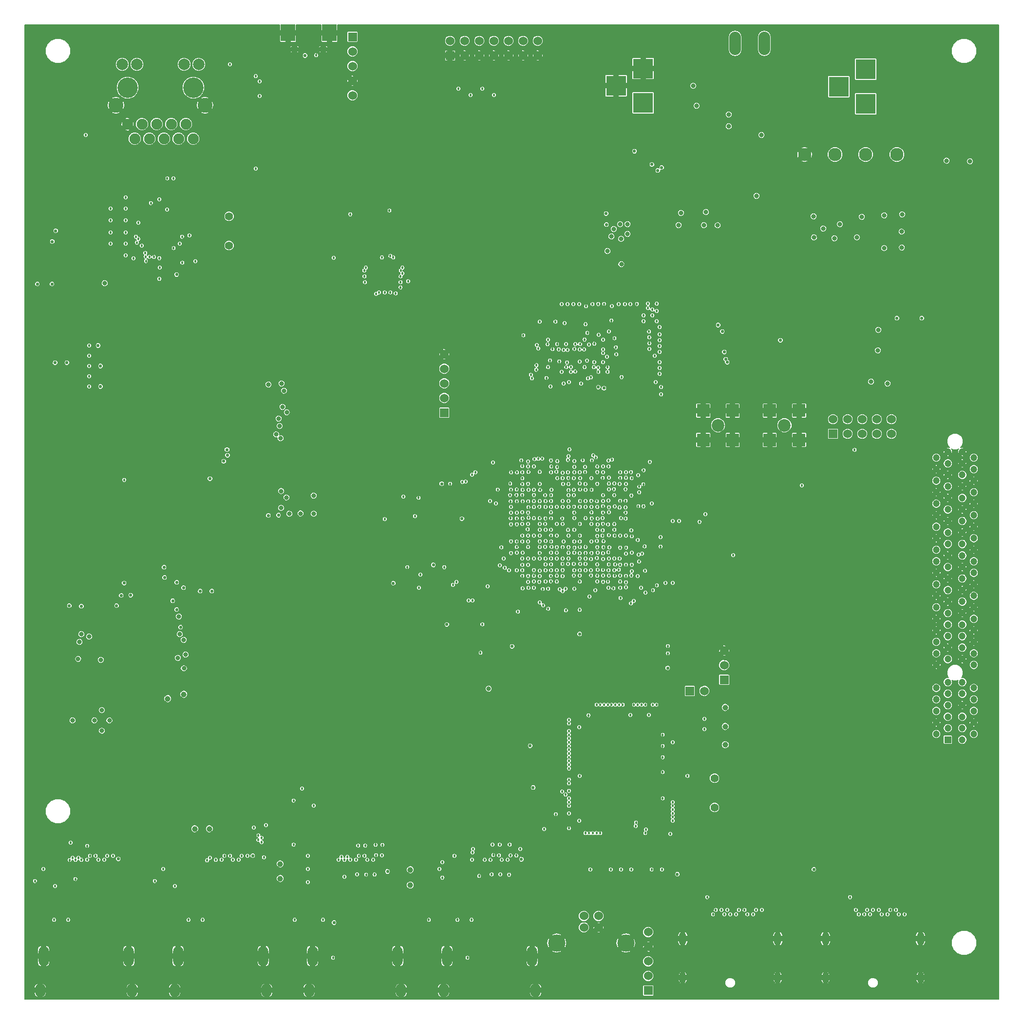
<source format=gbr>
G04 (created by PCBNEW (2013-07-07 BZR 4022)-stable) date 19/05/2015 04:41:07 PM*
%MOIN*%
G04 Gerber Fmt 3.4, Leading zero omitted, Abs format*
%FSLAX34Y34*%
G01*
G70*
G90*
G04 APERTURE LIST*
%ADD10C,0.00590551*%
%ADD11C,0.0905512*%
%ADD12R,0.0984252X0.11811*%
%ADD13O,0.0570866X0.0472441*%
%ADD14C,0.06*%
%ADD15C,0.11811*%
%ADD16C,0.056*%
%ADD17R,0.06X0.06*%
%ADD18O,0.0708661X0.137795*%
%ADD19O,0.0708661X0.0925197*%
%ADD20C,0.102362*%
%ADD21C,0.139764*%
%ADD22C,0.0751968*%
%ADD23C,0.0787402*%
%ADD24O,0.0511811X0.0905512*%
%ADD25O,0.0511811X0.0748031*%
%ADD26O,0.08X0.16*%
%ADD27R,0.1378X0.1378*%
%ADD28R,0.0472441X0.0472441*%
%ADD29C,0.0472441*%
%ADD30C,0.0866142*%
%ADD31R,0.0866142X0.0866142*%
%ADD32C,0.0393701*%
%ADD33C,0.018*%
%ADD34C,0.0318*%
%ADD35C,0.022*%
%ADD36C,0.005*%
G04 APERTURE END LIST*
G54D10*
G54D11*
X106149Y-31384D03*
X104003Y-31384D03*
X101916Y-31384D03*
X99830Y-31384D03*
G54D12*
X67317Y-23057D03*
X64482Y-23057D03*
G54D13*
X66884Y-24189D03*
X64915Y-24189D03*
G54D14*
X85730Y-83460D03*
X84730Y-83460D03*
X84730Y-84247D03*
X85730Y-84247D03*
G54D15*
X87592Y-85310D03*
X82868Y-85310D03*
G54D16*
X93660Y-76033D03*
X93660Y-74033D03*
G54D17*
X75568Y-24607D03*
G54D14*
X75568Y-23607D03*
X76568Y-24607D03*
X76568Y-23607D03*
X77568Y-24607D03*
X77568Y-23607D03*
X78568Y-24607D03*
X78568Y-23607D03*
X79568Y-24607D03*
X79568Y-23607D03*
X80568Y-24607D03*
X80568Y-23607D03*
X81568Y-24607D03*
X81568Y-23607D03*
G54D18*
X66160Y-86200D03*
X71987Y-86200D03*
G54D19*
X65924Y-88546D03*
X72223Y-88546D03*
G54D18*
X56960Y-86200D03*
X62787Y-86200D03*
G54D19*
X56724Y-88546D03*
X63023Y-88546D03*
G54D18*
X47760Y-86200D03*
X53587Y-86200D03*
G54D19*
X47524Y-88546D03*
X53823Y-88546D03*
G54D18*
X75360Y-86200D03*
X81187Y-86200D03*
G54D19*
X75124Y-88546D03*
X81423Y-88546D03*
G54D20*
X52701Y-28010D03*
X58800Y-28010D03*
G54D21*
X53500Y-26809D03*
X58000Y-26809D03*
G54D22*
X56498Y-29309D03*
X57998Y-30309D03*
X56998Y-30309D03*
X55998Y-30309D03*
X54998Y-30309D03*
X55498Y-29309D03*
X54498Y-29309D03*
X57498Y-29309D03*
G54D23*
X58361Y-25211D03*
X57361Y-25211D03*
X54140Y-25211D03*
X53140Y-25211D03*
G54D22*
X53498Y-29309D03*
X53998Y-30309D03*
G54D16*
X60447Y-35605D03*
X60447Y-37605D03*
G54D24*
X91489Y-85012D03*
X97986Y-85012D03*
G54D25*
X91489Y-87681D03*
X97986Y-87681D03*
G54D24*
X101261Y-85012D03*
X107758Y-85012D03*
G54D25*
X101261Y-87681D03*
X107758Y-87681D03*
G54D26*
X95075Y-23785D03*
X97075Y-23785D03*
G54D27*
X104014Y-27921D03*
X104014Y-25559D03*
X102164Y-26740D03*
X88780Y-27861D03*
X88780Y-25499D03*
X86930Y-26680D03*
G54D28*
X109631Y-71407D03*
G54D29*
X108843Y-71013D03*
X109631Y-70620D03*
X108843Y-70226D03*
X109631Y-69832D03*
X108843Y-69438D03*
X109631Y-69045D03*
X108843Y-68651D03*
X109631Y-68257D03*
X108843Y-67864D03*
X109631Y-67470D03*
X108843Y-66289D03*
X109631Y-65895D03*
X108843Y-65501D03*
X109631Y-65108D03*
X108843Y-64714D03*
X109631Y-64320D03*
X108843Y-63927D03*
X109631Y-63533D03*
X108843Y-63139D03*
X109631Y-62746D03*
X108843Y-62352D03*
X109631Y-61958D03*
X108843Y-61564D03*
X109631Y-61171D03*
X108843Y-60777D03*
X109631Y-60383D03*
X108843Y-59990D03*
X109631Y-59596D03*
X108843Y-59202D03*
X109631Y-58809D03*
X108843Y-58415D03*
X109631Y-58021D03*
X108843Y-57627D03*
X109631Y-57234D03*
X108843Y-56840D03*
X109631Y-56446D03*
X108843Y-56053D03*
X109631Y-55659D03*
X108843Y-55265D03*
X109631Y-54872D03*
X108843Y-54478D03*
X109631Y-54084D03*
X108843Y-53690D03*
X109631Y-53297D03*
X108843Y-52903D03*
X109631Y-52509D03*
X108843Y-52116D03*
X110615Y-71407D03*
X111402Y-71013D03*
X110615Y-70620D03*
X111402Y-70226D03*
X110615Y-69832D03*
X111402Y-69438D03*
X110615Y-69045D03*
X111402Y-68651D03*
X110615Y-68257D03*
X111402Y-67864D03*
X110615Y-67470D03*
X111402Y-66289D03*
X110615Y-65895D03*
X111402Y-65501D03*
X110615Y-65108D03*
X111402Y-64714D03*
X110615Y-64320D03*
X111402Y-63927D03*
X110615Y-63533D03*
X111402Y-63139D03*
X110615Y-62746D03*
X111402Y-62352D03*
X110615Y-61958D03*
X111402Y-61564D03*
X110615Y-61171D03*
X111402Y-60777D03*
X110615Y-60383D03*
X111402Y-59990D03*
X110615Y-59596D03*
X111402Y-59202D03*
X110615Y-58809D03*
X111402Y-58415D03*
X110615Y-58021D03*
X111402Y-57627D03*
X110615Y-57234D03*
X111402Y-56840D03*
X110615Y-56446D03*
X111402Y-56053D03*
X110615Y-55659D03*
X111402Y-55265D03*
X110615Y-54872D03*
X111402Y-54478D03*
X110615Y-54084D03*
X111402Y-53690D03*
X110615Y-53297D03*
X111402Y-52903D03*
X110615Y-52509D03*
X111402Y-52116D03*
X109631Y-51722D03*
X110615Y-51722D03*
G54D17*
X101772Y-50488D03*
G54D14*
X101772Y-49488D03*
X102772Y-50488D03*
X102772Y-49488D03*
X103772Y-50488D03*
X103772Y-49488D03*
X104772Y-50488D03*
X104772Y-49488D03*
X105772Y-50488D03*
X105772Y-49488D03*
G54D17*
X68890Y-23340D03*
G54D14*
X68890Y-24340D03*
X68890Y-25340D03*
X68890Y-26340D03*
X68890Y-27340D03*
G54D17*
X89130Y-88558D03*
G54D14*
X89130Y-87558D03*
X89130Y-86558D03*
X89130Y-85558D03*
X89130Y-84558D03*
G54D17*
X75172Y-49040D03*
G54D14*
X75172Y-48040D03*
X75172Y-47040D03*
X75172Y-46040D03*
X75172Y-45040D03*
G54D17*
X94331Y-67307D03*
G54D14*
X94331Y-66307D03*
X94331Y-65307D03*
G54D17*
X91969Y-68071D03*
G54D14*
X92969Y-68071D03*
G54D30*
X98450Y-49900D03*
G54D31*
X99453Y-48896D03*
X99453Y-50903D03*
X97446Y-50903D03*
X97446Y-48896D03*
G54D30*
X93900Y-49900D03*
G54D31*
X94903Y-48896D03*
X94903Y-50903D03*
X92896Y-50903D03*
X92896Y-48896D03*
G54D32*
X57350Y-68300D03*
X59100Y-77500D03*
X56250Y-68600D03*
X72850Y-80300D03*
X72850Y-81350D03*
X63950Y-79900D03*
X63950Y-80900D03*
X58100Y-77500D03*
X94400Y-71750D03*
X94400Y-70500D03*
X94400Y-69200D03*
G54D33*
X86298Y-45211D03*
X84816Y-52744D03*
X86041Y-44962D03*
X84651Y-52297D03*
X85077Y-44374D03*
X85245Y-53516D03*
X86653Y-52256D03*
X86429Y-43482D03*
X85730Y-43706D03*
X86409Y-52318D03*
X84846Y-54307D03*
X87303Y-46601D03*
X86919Y-44568D03*
X85645Y-53902D03*
X84445Y-53892D03*
X86029Y-45575D03*
X85697Y-45961D03*
X83675Y-54332D03*
X85641Y-53105D03*
X86031Y-44047D03*
X85723Y-46242D03*
X83627Y-53113D03*
X86039Y-44711D03*
X84029Y-53508D03*
X86350Y-46243D03*
X84460Y-54298D03*
X86049Y-53108D03*
X86823Y-43948D03*
X86951Y-45058D03*
X85548Y-52099D03*
X84810Y-53100D03*
X85407Y-45928D03*
X85434Y-44330D03*
X85359Y-51962D03*
X85428Y-45580D03*
X85276Y-52300D03*
X84779Y-45929D03*
X83657Y-53502D03*
X84775Y-44035D03*
X86419Y-52706D03*
X84743Y-44718D03*
X84435Y-53112D03*
X84441Y-44718D03*
X84475Y-53516D03*
X83046Y-45533D03*
X82485Y-53120D03*
X83346Y-44758D03*
X82464Y-52303D03*
X81701Y-53096D03*
X82266Y-44044D03*
X82161Y-46666D03*
X81603Y-52195D03*
X80928Y-53095D03*
X81605Y-44658D03*
X80907Y-52372D03*
X81459Y-46102D03*
X81505Y-44410D03*
X80511Y-52698D03*
X81487Y-45796D03*
X80442Y-52300D03*
X83205Y-46240D03*
X82890Y-52762D03*
X83505Y-44344D03*
X82902Y-52360D03*
X84073Y-53122D03*
X83841Y-45919D03*
X84075Y-52352D03*
X84144Y-44350D03*
X83625Y-52270D03*
X83833Y-46243D03*
X84083Y-44674D03*
X83731Y-51552D03*
X82890Y-44354D03*
X82491Y-52729D03*
X82263Y-45926D03*
X81882Y-52189D03*
X83261Y-53512D03*
X82996Y-44701D03*
X83567Y-45604D03*
X83669Y-52020D03*
X83265Y-53140D03*
X83517Y-45926D03*
X84990Y-46696D03*
X84048Y-54307D03*
X83665Y-53926D03*
X84430Y-45551D03*
X86443Y-53473D03*
X86352Y-45931D03*
X82899Y-53521D03*
X82413Y-45466D03*
X81354Y-52219D03*
X82249Y-44364D03*
X82584Y-44698D03*
X81305Y-52724D03*
X84939Y-45472D03*
X85638Y-52726D03*
X82090Y-56267D03*
X103526Y-83358D03*
X82488Y-56266D03*
X103919Y-83357D03*
X104312Y-83356D03*
X80133Y-55099D03*
X79719Y-55099D03*
X104117Y-83042D03*
X87586Y-55066D03*
X106282Y-83359D03*
X105691Y-83040D03*
X87571Y-55508D03*
X105101Y-83359D03*
X87604Y-57452D03*
X104510Y-83041D03*
X87622Y-58267D03*
X106675Y-83359D03*
X87216Y-55066D03*
X106085Y-83040D03*
X87163Y-55529D03*
X87207Y-57450D03*
X105494Y-83356D03*
X104904Y-83040D03*
X87205Y-58268D03*
X81699Y-58231D03*
X93755Y-83041D03*
X94148Y-83040D03*
X82076Y-58217D03*
X83640Y-57062D03*
X81310Y-60197D03*
X94541Y-83039D03*
X79594Y-59821D03*
X94345Y-83353D03*
X96510Y-83041D03*
X88511Y-54492D03*
X95919Y-83349D03*
X88455Y-55433D03*
X88421Y-57742D03*
X95329Y-83043D03*
X88481Y-58752D03*
X94738Y-83350D03*
X87976Y-54702D03*
X96904Y-83042D03*
X88803Y-55436D03*
X96314Y-83350D03*
X95722Y-83041D03*
X88006Y-57497D03*
X95132Y-83346D03*
X88717Y-58678D03*
X57727Y-36916D03*
X62276Y-32357D03*
X55678Y-34446D03*
X53908Y-38485D03*
X81305Y-55494D03*
X55673Y-38470D03*
X81301Y-54668D03*
X55669Y-39892D03*
X82094Y-55087D03*
X81705Y-55094D03*
X55698Y-39112D03*
X53367Y-38292D03*
X80139Y-56668D03*
X53366Y-34312D03*
X81688Y-55471D03*
X53367Y-35091D03*
X82488Y-55483D03*
X53366Y-35891D03*
X82484Y-55086D03*
X80935Y-54310D03*
X53366Y-36710D03*
X53366Y-37491D03*
X80527Y-54310D03*
X54233Y-37161D03*
X79735Y-56670D03*
X80919Y-55100D03*
X54990Y-38379D03*
X54143Y-37403D03*
X80927Y-55500D03*
X54469Y-37616D03*
X80539Y-55100D03*
X80125Y-54295D03*
X54720Y-38118D03*
X54734Y-38367D03*
X79734Y-54299D03*
X57228Y-37003D03*
X50638Y-30044D03*
X56203Y-35152D03*
X55095Y-34704D03*
X55298Y-38394D03*
X56655Y-37790D03*
X57069Y-37476D03*
X52336Y-35891D03*
X54233Y-36058D03*
X52335Y-37491D03*
G54D34*
X51931Y-40191D03*
G54D33*
X52336Y-36710D03*
X52337Y-35091D03*
X54070Y-37004D03*
X90809Y-60687D03*
X86030Y-54688D03*
X90465Y-65500D03*
X90316Y-60682D03*
X90465Y-65000D03*
X86063Y-57828D03*
X86427Y-57414D03*
X85641Y-55492D03*
X86027Y-55868D03*
X86461Y-58242D03*
X86391Y-58584D03*
X86025Y-56635D03*
X85659Y-56680D03*
X87121Y-59774D03*
X86861Y-59406D03*
X87207Y-59436D03*
X87161Y-59022D03*
X88492Y-59226D03*
X87999Y-59438D03*
X86057Y-58234D03*
X85621Y-57812D03*
X86021Y-57090D03*
X85639Y-57468D03*
X86796Y-54672D03*
X86786Y-54267D03*
X88790Y-53933D03*
X87607Y-53496D03*
X88821Y-52972D03*
X87951Y-53101D03*
X88409Y-60217D03*
X87966Y-60172D03*
X86447Y-59018D03*
X86027Y-58642D03*
X88000Y-58625D03*
X87609Y-58674D03*
X85659Y-56286D03*
X85261Y-56270D03*
X86811Y-53877D03*
X87171Y-53907D03*
X88518Y-54098D03*
X87571Y-54272D03*
X88447Y-53312D03*
X87991Y-53507D03*
X88920Y-59855D03*
X87606Y-59432D03*
X86031Y-55084D03*
X86401Y-55042D03*
X86436Y-55502D03*
X86026Y-55432D03*
X87218Y-53500D03*
X86387Y-56683D03*
X89980Y-57540D03*
X86817Y-57051D03*
X89970Y-58200D03*
X91250Y-56445D03*
X87259Y-56242D03*
X90800Y-56445D03*
X87586Y-56281D03*
X87221Y-53117D03*
X85622Y-55097D03*
X99636Y-54010D03*
X85229Y-55068D03*
X85243Y-55475D03*
X86438Y-53896D03*
X83665Y-54686D03*
X83667Y-55081D03*
X80518Y-53114D03*
G54D35*
X75002Y-53901D03*
G54D33*
X90123Y-71066D03*
X82882Y-60193D03*
X87227Y-61711D03*
G54D35*
X81254Y-74680D03*
G54D33*
X82815Y-76500D03*
X83705Y-70810D03*
X83670Y-58628D03*
X83705Y-71066D03*
X83275Y-58232D03*
X82521Y-58213D03*
X83705Y-71322D03*
X84029Y-59380D03*
X83705Y-70042D03*
X83665Y-59022D03*
X83705Y-70298D03*
X82881Y-58626D03*
X83706Y-76441D03*
X88924Y-69018D03*
X87603Y-60200D03*
X87604Y-60987D03*
X88668Y-69018D03*
X86380Y-60598D03*
X85085Y-77798D03*
X85341Y-77797D03*
X86407Y-61006D03*
X86826Y-60198D03*
X88284Y-77316D03*
X88291Y-77068D03*
X86754Y-61046D03*
X85204Y-59806D03*
X88924Y-77798D03*
X85632Y-60197D03*
X88981Y-77544D03*
X84451Y-57841D03*
X88412Y-69018D03*
X84850Y-58231D03*
X88156Y-69018D03*
X86363Y-69019D03*
X87211Y-60594D03*
X87219Y-61018D03*
X86107Y-69019D03*
X85851Y-69019D03*
X86026Y-59798D03*
X86433Y-60190D03*
X85595Y-69015D03*
X85639Y-59422D03*
X83705Y-77464D03*
X84829Y-77797D03*
X85659Y-59789D03*
X82486Y-59414D03*
X85597Y-77797D03*
X83705Y-74137D03*
X86041Y-59042D03*
X86418Y-59806D03*
X83705Y-74393D03*
X85251Y-58638D03*
X83230Y-74954D03*
X83705Y-74905D03*
X85617Y-58988D03*
X88136Y-61915D03*
X83482Y-75161D03*
X87952Y-62084D03*
X83704Y-75417D03*
X84846Y-58632D03*
X83705Y-75672D03*
X83705Y-75928D03*
X84846Y-59019D03*
X83705Y-71578D03*
X81702Y-60211D03*
X81921Y-61100D03*
X83705Y-71834D03*
X81672Y-60601D03*
X83705Y-72090D03*
X81293Y-61012D03*
X83705Y-72346D03*
X80917Y-60202D03*
X83705Y-72601D03*
X83705Y-72857D03*
X80926Y-61006D03*
X83705Y-73113D03*
X80909Y-60614D03*
X83705Y-73369D03*
X80526Y-61042D03*
X89691Y-69018D03*
X84828Y-59377D03*
X82881Y-59807D03*
X90814Y-76953D03*
X90815Y-76697D03*
X82487Y-59812D03*
X84060Y-58624D03*
X90814Y-76441D03*
X90815Y-76185D03*
X83332Y-57854D03*
X81711Y-59857D03*
X90815Y-75929D03*
X82093Y-59807D03*
X90815Y-75673D03*
X86619Y-69019D03*
X83274Y-59018D03*
X83257Y-59375D03*
X87131Y-69019D03*
X86032Y-60188D03*
X90123Y-71834D03*
X82882Y-59020D03*
X86875Y-69019D03*
X82093Y-59019D03*
X87387Y-69019D03*
X89436Y-69018D03*
X84480Y-59388D03*
X103328Y-83049D03*
X81307Y-56262D03*
X93042Y-55976D03*
X93558Y-83357D03*
X81693Y-56261D03*
X92636Y-56503D03*
X80220Y-62645D03*
X80518Y-59807D03*
X77295Y-53110D03*
X89358Y-80289D03*
X80523Y-53530D03*
X82083Y-54691D03*
X81729Y-54328D03*
X50865Y-45850D03*
X76639Y-53754D03*
X50865Y-46550D03*
X76400Y-53768D03*
X50865Y-47250D03*
X79689Y-53894D03*
X50865Y-44450D03*
X50865Y-45150D03*
X80517Y-53926D03*
X80519Y-60200D03*
X75761Y-60815D03*
X80151Y-53128D03*
X77067Y-53281D03*
X72643Y-59599D03*
X75564Y-53900D03*
X78143Y-60913D03*
X82487Y-57432D03*
X82111Y-57817D03*
X76004Y-60614D03*
X80914Y-57840D03*
X72693Y-40057D03*
X80915Y-57447D03*
X72189Y-39719D03*
X72297Y-39522D03*
X80520Y-59448D03*
X80914Y-59017D03*
X72190Y-39324D03*
X80124Y-57840D03*
X72299Y-39128D03*
X79085Y-58243D03*
X71686Y-38428D03*
X71489Y-38323D03*
X80535Y-58612D03*
X70899Y-38427D03*
X80912Y-58228D03*
X80886Y-57025D03*
X71489Y-40812D03*
X72188Y-40112D03*
X81306Y-57444D03*
X70505Y-40917D03*
X80518Y-57445D03*
X70702Y-40812D03*
X81306Y-59018D03*
X80904Y-59448D03*
X73163Y-56122D03*
X71095Y-40812D03*
X77788Y-63509D03*
X90061Y-80289D03*
X84445Y-62530D03*
X82881Y-58234D03*
X76968Y-27311D03*
X87961Y-80289D03*
X89723Y-60847D03*
X76150Y-26881D03*
X89456Y-61176D03*
X87260Y-80289D03*
X87198Y-60190D03*
X83495Y-62560D03*
X82485Y-58625D03*
X81703Y-59016D03*
X82289Y-62446D03*
X47160Y-81069D03*
X55360Y-81069D03*
X76083Y-83727D03*
X66883Y-83728D03*
X74123Y-83727D03*
X57683Y-83727D03*
X48483Y-83727D03*
X64859Y-78577D03*
X64933Y-83727D03*
X64859Y-75569D03*
X85113Y-61607D03*
X78524Y-79297D03*
X78918Y-79316D03*
X85221Y-60169D03*
X79115Y-79626D03*
X85508Y-61191D03*
X79508Y-79626D03*
X85635Y-60591D03*
X79705Y-79325D03*
X84454Y-59806D03*
X80099Y-79331D03*
X84849Y-59807D03*
X77138Y-78874D03*
X84435Y-58642D03*
X84062Y-59807D03*
X77933Y-79626D03*
X78327Y-79626D03*
X84048Y-60172D03*
X81303Y-59803D03*
X77070Y-79616D03*
X84445Y-59005D03*
X77114Y-79113D03*
X82487Y-59019D03*
X75861Y-79354D03*
X69324Y-79354D03*
X81712Y-62012D03*
X69718Y-79347D03*
X81930Y-62206D03*
X69914Y-79626D03*
X83471Y-61089D03*
X70308Y-79626D03*
X83260Y-60211D03*
X70506Y-79300D03*
X83078Y-61123D03*
X70899Y-79312D03*
X83274Y-61254D03*
X68536Y-79408D03*
X82287Y-61090D03*
X84067Y-61081D03*
X68734Y-79625D03*
X84450Y-60190D03*
X69127Y-79625D03*
X67947Y-79625D03*
X82459Y-60203D03*
X68340Y-79627D03*
X82093Y-60580D03*
X68142Y-79414D03*
X82460Y-60568D03*
X50924Y-79359D03*
X80516Y-56655D03*
X51318Y-79343D03*
X80914Y-56657D03*
X51515Y-79625D03*
X79731Y-55880D03*
X51910Y-79625D03*
X80147Y-55878D03*
X52106Y-79349D03*
X79733Y-55478D03*
X52499Y-79342D03*
X80912Y-55871D03*
X78697Y-55249D03*
X80948Y-56229D03*
X50137Y-79478D03*
X79719Y-56264D03*
X50334Y-79629D03*
X80525Y-56270D03*
X50727Y-79623D03*
X72371Y-54787D03*
X79669Y-54672D03*
X49546Y-79633D03*
X49940Y-79629D03*
X78314Y-55092D03*
X80507Y-54666D03*
X73418Y-54865D03*
X80512Y-55854D03*
X49743Y-79478D03*
X79731Y-57834D03*
X60124Y-79348D03*
X80517Y-57848D03*
X60518Y-79354D03*
X79740Y-58634D03*
X60715Y-79625D03*
X61109Y-79625D03*
X80136Y-58619D03*
X81700Y-57445D03*
X61305Y-79344D03*
X61699Y-79343D03*
X81701Y-57837D03*
X62668Y-78420D03*
X79318Y-59658D03*
X59533Y-79628D03*
X81715Y-57043D03*
X59928Y-79625D03*
X82111Y-57042D03*
X78977Y-59481D03*
X62456Y-77946D03*
X59142Y-79488D03*
X62453Y-78263D03*
X77102Y-61876D03*
X80516Y-59021D03*
X58948Y-79663D03*
X79231Y-59006D03*
X76844Y-61878D03*
X62663Y-78106D03*
G54D34*
X96882Y-30050D03*
X105271Y-37790D03*
X105279Y-35536D03*
X101095Y-36436D03*
X100450Y-35611D03*
X102250Y-36151D03*
X103750Y-35641D03*
X101866Y-37112D03*
X100459Y-37056D03*
X103406Y-37049D03*
X106497Y-35471D03*
X106488Y-37739D03*
X106470Y-36664D03*
X92210Y-26684D03*
X92429Y-28050D03*
X111150Y-31850D03*
X104384Y-46924D03*
X105500Y-47038D03*
X104845Y-44776D03*
X104871Y-43377D03*
X109550Y-31800D03*
G54D33*
X83277Y-59804D03*
X77656Y-65462D03*
G54D35*
X81048Y-71818D03*
G54D33*
X77768Y-26882D03*
X88942Y-61353D03*
X85160Y-80289D03*
X85677Y-58614D03*
X78568Y-27311D03*
X88640Y-61012D03*
X86424Y-59413D03*
X86560Y-80289D03*
G54D35*
X65644Y-24615D03*
G54D33*
X69752Y-40112D03*
X66412Y-24597D03*
X67615Y-38450D03*
X68733Y-35471D03*
X69696Y-39325D03*
X69798Y-39128D03*
X79502Y-59451D03*
X82486Y-53901D03*
X51123Y-80387D03*
X80296Y-81867D03*
X80296Y-82643D03*
X79902Y-81867D03*
X79902Y-82644D03*
X79311Y-81868D03*
X79311Y-82643D03*
X78721Y-81870D03*
X78721Y-82632D03*
X78130Y-82643D03*
X78130Y-81875D03*
X78721Y-79624D03*
X78721Y-80399D03*
X79902Y-79624D03*
X80296Y-80400D03*
X79902Y-80399D03*
X70702Y-79624D03*
X70701Y-80396D03*
X105297Y-83137D03*
X105888Y-83316D03*
X104707Y-83319D03*
X93472Y-83028D03*
X78726Y-85057D03*
X79317Y-85057D03*
X79907Y-85057D03*
X79907Y-86320D03*
X79317Y-86320D03*
X78726Y-86320D03*
X78136Y-86320D03*
X78136Y-85057D03*
X76955Y-85056D03*
X68372Y-86630D03*
X68936Y-86319D03*
X69527Y-86320D03*
X70117Y-86320D03*
X70708Y-86320D03*
X70708Y-85057D03*
X70117Y-85057D03*
X69527Y-85057D03*
X68936Y-85057D03*
X67754Y-85057D03*
X61508Y-85056D03*
X61508Y-86320D03*
X60917Y-85057D03*
X60917Y-86319D03*
X60326Y-86320D03*
X60326Y-85057D03*
X59736Y-85057D03*
X59736Y-86320D03*
X58555Y-85057D03*
X58554Y-86320D03*
X49355Y-85057D03*
X49355Y-86319D03*
X50536Y-86319D03*
X51126Y-86320D03*
X51717Y-86320D03*
X52307Y-86320D03*
X52308Y-85057D03*
X51717Y-85057D03*
X51127Y-85057D03*
X50536Y-85057D03*
X93360Y-84622D03*
X104707Y-84620D03*
X103723Y-84620D03*
X103132Y-84620D03*
X105888Y-84620D03*
X106479Y-84621D03*
X105298Y-84620D03*
X87613Y-54701D03*
X82881Y-57055D03*
X86865Y-58279D03*
X86445Y-57762D03*
X87621Y-56638D03*
X49615Y-53636D03*
X93983Y-81800D03*
X102118Y-82485D03*
X103722Y-83144D03*
X103157Y-83197D03*
X96116Y-83126D03*
X94935Y-83165D03*
G54D35*
X71224Y-79492D03*
G54D33*
X82261Y-75942D03*
G54D35*
X95385Y-74368D03*
X95377Y-76370D03*
G54D34*
X48850Y-31850D03*
X47650Y-31850D03*
X47650Y-32650D03*
X47650Y-33350D03*
G54D33*
X48850Y-32208D03*
G54D34*
X46850Y-33950D03*
X46850Y-34950D03*
X46850Y-35750D03*
X47250Y-36150D03*
X47250Y-35350D03*
X47250Y-34450D03*
X48850Y-33750D03*
X50050Y-32050D03*
X50850Y-32050D03*
X50850Y-32750D03*
X50850Y-33550D03*
X50850Y-34350D03*
X50850Y-35050D03*
G54D33*
X49623Y-32790D03*
G54D34*
X50050Y-34250D03*
X50050Y-33550D03*
X50050Y-32950D03*
G54D35*
X92400Y-56593D03*
G54D33*
X77428Y-56292D03*
X74492Y-60625D03*
X72642Y-61823D03*
X66133Y-83947D03*
X65631Y-83910D03*
G54D35*
X90836Y-74649D03*
X84416Y-76187D03*
G54D33*
X84451Y-55867D03*
G54D35*
X90486Y-66000D03*
X93019Y-65000D03*
X93021Y-66499D03*
X93021Y-66001D03*
X53735Y-58911D03*
X58066Y-60410D03*
X58881Y-60410D03*
X58006Y-61910D03*
X58270Y-63473D03*
X49352Y-46485D03*
X48541Y-46484D03*
X47887Y-48090D03*
X52840Y-47033D03*
X52839Y-44789D03*
X47499Y-42815D03*
X51932Y-41559D03*
X50932Y-41558D03*
X48331Y-41558D03*
X47332Y-41559D03*
X49325Y-38660D03*
X48350Y-38660D03*
X50910Y-36100D03*
X50272Y-31078D03*
X61241Y-26392D03*
X61242Y-27392D03*
X61242Y-29992D03*
X61242Y-30992D03*
X61244Y-31992D03*
X59176Y-50753D03*
X87804Y-31727D03*
X69098Y-39382D03*
X68376Y-40457D03*
G54D33*
X89730Y-55300D03*
G54D35*
X83027Y-64228D03*
X80646Y-63960D03*
X79310Y-65442D03*
X78499Y-65771D03*
X84932Y-68844D03*
X85528Y-69868D03*
X87469Y-68666D03*
X89180Y-70759D03*
X87901Y-70758D03*
X84226Y-69397D03*
X85493Y-70554D03*
X89076Y-75424D03*
X89075Y-73624D03*
X89080Y-72594D03*
G54D34*
X92211Y-24266D03*
X111149Y-29791D03*
X109550Y-29790D03*
X101350Y-33641D03*
X102850Y-33640D03*
G54D33*
X68407Y-36215D03*
X69060Y-36215D03*
X65157Y-49954D03*
X95755Y-38944D03*
X91989Y-37042D03*
X105400Y-48787D03*
X104911Y-51598D03*
X101667Y-82373D03*
X93951Y-83326D03*
X94935Y-84619D03*
X93950Y-84619D03*
X96707Y-83357D03*
X95526Y-83358D03*
X96706Y-84620D03*
X96116Y-84620D03*
X95525Y-84620D03*
X87202Y-82385D03*
X89260Y-81838D03*
X80490Y-83896D03*
X77579Y-86634D03*
X75333Y-83895D03*
X74834Y-83895D03*
X69521Y-79628D03*
X71096Y-81876D03*
X71096Y-82635D03*
X70702Y-82636D03*
X70112Y-82634D03*
X69523Y-82631D03*
X68930Y-82639D03*
X71290Y-83876D03*
X56932Y-83895D03*
X61895Y-79631D03*
X61896Y-80382D03*
X61895Y-81885D03*
X61895Y-82634D03*
X61502Y-82634D03*
X60911Y-82635D03*
X60321Y-82628D03*
X59730Y-82636D03*
X62089Y-83895D03*
X51121Y-79637D03*
X52302Y-79623D03*
X52696Y-80391D03*
X52696Y-82629D03*
X52302Y-82631D03*
X51713Y-82632D03*
X51122Y-82635D03*
X50531Y-82640D03*
X52700Y-81874D03*
X52886Y-83895D03*
X47733Y-83895D03*
X92976Y-71373D03*
X92975Y-72074D03*
X90815Y-72346D03*
X90815Y-72858D03*
X83706Y-73626D03*
X85458Y-73874D03*
X85666Y-76522D03*
X86076Y-76536D03*
X88156Y-77795D03*
X90967Y-77527D03*
X89966Y-78532D03*
X90959Y-78648D03*
G54D35*
X56650Y-34075D03*
X55075Y-33946D03*
X58951Y-39118D03*
X58852Y-37641D03*
X57883Y-37822D03*
G54D33*
X54605Y-39112D03*
X52336Y-34311D03*
X52335Y-38291D03*
X55388Y-35992D03*
G54D35*
X55650Y-36609D03*
G54D33*
X56108Y-35965D03*
X62494Y-37605D03*
X62484Y-35606D03*
X48111Y-32790D03*
X48850Y-35721D03*
X47672Y-31059D03*
X50631Y-25216D03*
X73209Y-41066D03*
X70812Y-42219D03*
X71297Y-42434D03*
X71853Y-41901D03*
X70657Y-39959D03*
X71004Y-39608D03*
X70657Y-39280D03*
X71336Y-39280D03*
X71336Y-39959D03*
G54D34*
X102661Y-46177D03*
G54D35*
X59445Y-53022D03*
G54D34*
X106889Y-43039D03*
X106680Y-40780D03*
X106733Y-42085D03*
X107687Y-46910D03*
X107470Y-45629D03*
X107243Y-45274D03*
X106583Y-44614D03*
X107228Y-44641D03*
X106580Y-43762D03*
X106895Y-44176D03*
X107207Y-43762D03*
G54D33*
X69761Y-35479D03*
X70391Y-35213D03*
X88460Y-57030D03*
X80913Y-59812D03*
X81317Y-57838D03*
X81309Y-58636D03*
X81309Y-55891D03*
X79312Y-80411D03*
X78130Y-80414D03*
X70112Y-80413D03*
X68926Y-80411D03*
X81699Y-54687D03*
X82876Y-59407D03*
X83311Y-58667D03*
X84089Y-59046D03*
X80127Y-59020D03*
X80905Y-54674D03*
X81309Y-53513D03*
X86793Y-53113D03*
G54D35*
X79611Y-60692D03*
G54D33*
X80119Y-57466D03*
X84454Y-56264D03*
X84854Y-56651D03*
X85243Y-58237D03*
X86446Y-54707D03*
X86457Y-56318D03*
X86806Y-60589D03*
X86425Y-57068D03*
X82093Y-60205D03*
X84857Y-55862D03*
X87221Y-55852D03*
G54D34*
X61421Y-46973D03*
X61011Y-47443D03*
X60981Y-48573D03*
X61021Y-49433D03*
X61941Y-50343D03*
X61847Y-53463D03*
X62169Y-54128D03*
X62190Y-55913D03*
X62197Y-55031D03*
X55166Y-66699D03*
X53605Y-66419D03*
X53479Y-65355D03*
X54242Y-65054D03*
X54340Y-65880D03*
X54284Y-66874D03*
X53038Y-66832D03*
X51750Y-67060D03*
X91378Y-34146D03*
G54D35*
X92837Y-46086D03*
X96437Y-46286D03*
G54D33*
X86040Y-59425D03*
G54D34*
X105513Y-39212D03*
X106549Y-39205D03*
X103197Y-42586D03*
X102653Y-44770D03*
X103625Y-41256D03*
X102575Y-41276D03*
X100885Y-41186D03*
X100395Y-39806D03*
X101895Y-40306D03*
X103415Y-40126D03*
X104625Y-40756D03*
X93911Y-34693D03*
X94170Y-33220D03*
X93096Y-33249D03*
X92228Y-33312D03*
X88563Y-33871D03*
X88178Y-34494D03*
X86519Y-34508D03*
X87198Y-34417D03*
X89226Y-34387D03*
X89208Y-33888D03*
X90558Y-34374D03*
X89888Y-34126D03*
X90527Y-33892D03*
X54578Y-60749D03*
X55740Y-60728D03*
X55159Y-64928D03*
X54663Y-61310D03*
X55446Y-61319D03*
X55474Y-62842D03*
X55070Y-62110D03*
X54774Y-62856D03*
X61916Y-51269D03*
X61941Y-51853D03*
X61952Y-52502D03*
X97737Y-45096D03*
X98202Y-44736D03*
X98187Y-45606D03*
X98052Y-46176D03*
X96343Y-43261D03*
X96819Y-42939D03*
X95972Y-46362D03*
X96182Y-45844D03*
X96203Y-45305D03*
X95412Y-46488D03*
X95517Y-46012D03*
X95489Y-45501D03*
X95437Y-44280D03*
X95441Y-44752D03*
X95465Y-43846D03*
G54D35*
X92837Y-45286D03*
X92837Y-44486D03*
X92837Y-42586D03*
X92837Y-43486D03*
X91188Y-31026D03*
X56344Y-36959D03*
X55417Y-37363D03*
G54D33*
X50527Y-81878D03*
X51116Y-81875D03*
X51707Y-81876D03*
X52301Y-81873D03*
X50533Y-80391D03*
X51713Y-80395D03*
X52304Y-80385D03*
X61504Y-80381D03*
X60913Y-80381D03*
X60322Y-80379D03*
X59732Y-80376D03*
X61504Y-81875D03*
X60909Y-81879D03*
X60319Y-81881D03*
X59728Y-81892D03*
X68927Y-81883D03*
X69519Y-81878D03*
X70109Y-81884D03*
X70703Y-81879D03*
X69523Y-80398D03*
G54D35*
X77571Y-58678D03*
G54D33*
X89026Y-52762D03*
X81566Y-47140D03*
X81939Y-46784D03*
X84032Y-53888D03*
X83205Y-41272D03*
X83616Y-41263D03*
X84027Y-41260D03*
X84420Y-41257D03*
X84882Y-41399D03*
X85325Y-41260D03*
X85693Y-41260D03*
X86109Y-41250D03*
X87120Y-41275D03*
X87516Y-41281D03*
X88356Y-41281D03*
X87906Y-41287D03*
X83596Y-52753D03*
X80157Y-55522D03*
X79418Y-52483D03*
X79185Y-57855D03*
X82883Y-44048D03*
X83279Y-55870D03*
X87999Y-55432D03*
X83272Y-57449D03*
X84456Y-57050D03*
X84848Y-57050D03*
X79165Y-54050D03*
X80125Y-53906D03*
X87621Y-58992D03*
X87951Y-53927D03*
X83661Y-55861D03*
X84847Y-57836D03*
X89584Y-43487D03*
X89571Y-43882D03*
X89593Y-44302D03*
X89566Y-44707D03*
X89616Y-46588D03*
X89613Y-46192D03*
X89607Y-45787D03*
X89593Y-45418D03*
X86903Y-43482D03*
X86841Y-46579D03*
X89593Y-47494D03*
X86637Y-41278D03*
X85884Y-46999D03*
X85377Y-46276D03*
X85991Y-43432D03*
X83671Y-43631D03*
X83513Y-44038D03*
X83397Y-42578D03*
X85235Y-43580D03*
X84149Y-44038D03*
X84150Y-45928D03*
X82258Y-42448D03*
X80901Y-43046D03*
X81792Y-43639D03*
X82104Y-43681D03*
X81955Y-45348D03*
X81088Y-45787D03*
X82587Y-47023D03*
X82794Y-42475D03*
X88482Y-60730D03*
X85954Y-53935D03*
X85242Y-54688D03*
X85197Y-53117D03*
X82092Y-53102D03*
X83650Y-60214D03*
X89613Y-51719D03*
X84922Y-42560D03*
X85276Y-60608D03*
X84462Y-44354D03*
X85213Y-46630D03*
X73450Y-61008D03*
X73534Y-60115D03*
X86435Y-55852D03*
X53282Y-53636D03*
X71096Y-56317D03*
X82489Y-54691D03*
X56223Y-33006D03*
X56648Y-33008D03*
X57251Y-38776D03*
X58136Y-38690D03*
X90816Y-71578D03*
G54D35*
X89376Y-32062D03*
X89780Y-32476D03*
X56036Y-60310D03*
X53717Y-61519D03*
X56592Y-61913D03*
X56870Y-60645D03*
X57335Y-61010D03*
X59271Y-61243D03*
X90048Y-32272D03*
X60308Y-51568D03*
X60076Y-52365D03*
X60341Y-51953D03*
X53070Y-61537D03*
X53268Y-60689D03*
X58470Y-61243D03*
G54D34*
X96530Y-34212D03*
X94628Y-29460D03*
X94628Y-28645D03*
G54D35*
X106145Y-42576D03*
X107845Y-42576D03*
X52752Y-62239D03*
G54D33*
X76758Y-86322D03*
X67558Y-86316D03*
X55950Y-80239D03*
X47750Y-80239D03*
X65450Y-74750D03*
X93160Y-82172D03*
X102935Y-82170D03*
G54D35*
X59141Y-53553D03*
X56002Y-59610D03*
G54D34*
X57462Y-65586D03*
X57357Y-66531D03*
G54D33*
X71423Y-35214D03*
G54D34*
X57059Y-64187D03*
X57347Y-64570D03*
G54D35*
X57133Y-63712D03*
X88189Y-31155D03*
G54D34*
X93883Y-36230D03*
X92930Y-36219D03*
X63147Y-47112D03*
X64031Y-47043D03*
X64391Y-49013D03*
X64101Y-48643D03*
X64201Y-47533D03*
X57020Y-62970D03*
G54D35*
X56857Y-62503D03*
G54D33*
X66248Y-75917D03*
X48547Y-81418D03*
X56748Y-81418D03*
G54D34*
X56944Y-65803D03*
X91363Y-35369D03*
X91195Y-36209D03*
X93085Y-35327D03*
X63968Y-50789D03*
X63660Y-50530D03*
X63905Y-49949D03*
X63828Y-49438D03*
G54D33*
X87586Y-55872D03*
G54D34*
X66227Y-54707D03*
X66241Y-55960D03*
X65331Y-55932D03*
X64561Y-55960D03*
X64008Y-55554D03*
X64008Y-54399D03*
X64365Y-54833D03*
G54D33*
X87960Y-57090D03*
X89373Y-55258D03*
X88889Y-58186D03*
X83273Y-56658D03*
X82879Y-56658D03*
X82875Y-57448D03*
X86831Y-55452D03*
X86811Y-56662D03*
X86824Y-57446D03*
X83667Y-55476D03*
X84061Y-55869D03*
X84849Y-56262D03*
X84060Y-57842D03*
X83269Y-55486D03*
X84081Y-56254D03*
X83670Y-57440D03*
X82489Y-57839D03*
G54D35*
X63831Y-56047D03*
X63133Y-56069D03*
G54D33*
X84848Y-55081D03*
X83251Y-56272D03*
X85242Y-56657D03*
X84848Y-55476D03*
X84456Y-56655D03*
X84062Y-57050D03*
X85245Y-57841D03*
X84455Y-57445D03*
G54D34*
X87290Y-38893D03*
G54D33*
X81174Y-46693D03*
X86019Y-53500D03*
G54D34*
X86612Y-36993D03*
X86769Y-36471D03*
X87206Y-36147D03*
X86333Y-37996D03*
X87719Y-36142D03*
X87714Y-36813D03*
X87273Y-37155D03*
G54D35*
X94197Y-43486D03*
X93913Y-43049D03*
X86268Y-36180D03*
X86244Y-35418D03*
G54D33*
X84841Y-42996D03*
X81715Y-53906D03*
X84828Y-53909D03*
X80901Y-52720D03*
X87603Y-53116D03*
X86037Y-52722D03*
X84036Y-54679D03*
X83292Y-53920D03*
X82851Y-53088D03*
X84079Y-52758D03*
X86616Y-42732D03*
G54D35*
X85713Y-47290D03*
X86103Y-47365D03*
G54D33*
X83397Y-42911D03*
X83595Y-44755D03*
X84126Y-46228D03*
X83346Y-47044D03*
X84528Y-47041D03*
X80589Y-43744D03*
X81696Y-42821D03*
X81093Y-46450D03*
X82788Y-42820D03*
X82449Y-47242D03*
X82083Y-56648D03*
X80125Y-59806D03*
X81302Y-60590D03*
X79602Y-80636D03*
X79012Y-80618D03*
X78420Y-80608D03*
X77558Y-80730D03*
X70414Y-80628D03*
X69824Y-80634D03*
X69211Y-80607D03*
G54D35*
X62070Y-79341D03*
G54D33*
X80364Y-78884D03*
X79652Y-78580D03*
X78962Y-78584D03*
X78467Y-78578D03*
X70932Y-78599D03*
X70474Y-78598D03*
X69759Y-78644D03*
X69286Y-78646D03*
G54D35*
X56858Y-39591D03*
G54D33*
X103254Y-51588D03*
G54D35*
X71293Y-80417D03*
G54D33*
X81999Y-77516D03*
G54D35*
X76380Y-56292D03*
G54D33*
X58640Y-83727D03*
X75178Y-59603D03*
G54D35*
X67633Y-83916D03*
X52871Y-79557D03*
X80453Y-79584D03*
X98173Y-44087D03*
X48586Y-36600D03*
X48346Y-37335D03*
X48332Y-40242D03*
X47333Y-40240D03*
X48542Y-45618D03*
X49351Y-45618D03*
X51650Y-47250D03*
X51650Y-45850D03*
X51486Y-44450D03*
X84436Y-64180D03*
G54D34*
X51225Y-70090D03*
G54D33*
X94945Y-58780D03*
X91820Y-73888D03*
X77041Y-83727D03*
X62975Y-77241D03*
X62135Y-77409D03*
X62828Y-79446D03*
X49925Y-80934D03*
X49600Y-78443D03*
X50745Y-78666D03*
X49441Y-83727D03*
X92976Y-69973D03*
X92976Y-70673D03*
X90640Y-77842D03*
X75050Y-80838D03*
X74836Y-80251D03*
X75050Y-79786D03*
X68340Y-80774D03*
X65836Y-79350D03*
X65835Y-80250D03*
X65835Y-81150D03*
X54757Y-38668D03*
X62541Y-27392D03*
X60503Y-25211D03*
X62542Y-26392D03*
X62277Y-26028D03*
X72184Y-40468D03*
X69719Y-39717D03*
X71854Y-40878D03*
X78829Y-54301D03*
G54D35*
X74428Y-59451D03*
X71687Y-60706D03*
X75350Y-63526D03*
G54D34*
X78221Y-67915D03*
G54D35*
X79811Y-65017D03*
G54D33*
X84454Y-55475D03*
X85251Y-55862D03*
X85645Y-57044D03*
X81303Y-54322D03*
G54D34*
X52257Y-70090D03*
X51738Y-69380D03*
X51739Y-70798D03*
G54D33*
X83644Y-59379D03*
X86816Y-59806D03*
X87613Y-60636D03*
X86049Y-60605D03*
X84455Y-60593D03*
X84089Y-58270D03*
X85040Y-69734D03*
G54D35*
X90465Y-66500D03*
G54D33*
X82883Y-60596D03*
X82094Y-59414D03*
X81693Y-58638D03*
X87997Y-59880D03*
X85853Y-77797D03*
X84399Y-70554D03*
X85221Y-59047D03*
X86011Y-56252D03*
X85636Y-58234D03*
X82515Y-54314D03*
X82483Y-57047D03*
X81299Y-55096D03*
X82095Y-55478D03*
X78511Y-52442D03*
X79741Y-53126D03*
X80121Y-54671D03*
X80909Y-53901D03*
X84454Y-58231D03*
X86801Y-59022D03*
X85991Y-57442D03*
X86436Y-54289D03*
X87597Y-53908D03*
X80126Y-58229D03*
X81703Y-56648D03*
X83272Y-55086D03*
X82477Y-55862D03*
X80127Y-56266D03*
X83668Y-58234D03*
X84430Y-73881D03*
X87900Y-69710D03*
X89179Y-69710D03*
X90123Y-72601D03*
X90123Y-73625D03*
X90123Y-75417D03*
X84397Y-76952D03*
G54D35*
X100462Y-80272D03*
X91122Y-80604D03*
G54D34*
X49726Y-70090D03*
X50326Y-64190D03*
X50123Y-65880D03*
X51665Y-65934D03*
X50870Y-64361D03*
X50218Y-64721D03*
G54D35*
X49510Y-62240D03*
X50340Y-62280D03*
X94337Y-44886D03*
X94437Y-45386D03*
X94537Y-45586D03*
G54D33*
X90011Y-47792D03*
X90011Y-47292D03*
X89911Y-46392D03*
X89911Y-45992D03*
X89911Y-45592D03*
X89911Y-44892D03*
X89911Y-44492D03*
X89911Y-44092D03*
X89911Y-43692D03*
X89911Y-43192D03*
X89111Y-41892D03*
X89411Y-41992D03*
X89411Y-42392D03*
X88811Y-42392D03*
X88811Y-42792D03*
X89711Y-42792D03*
X89711Y-42092D03*
X89711Y-41592D03*
X89111Y-41592D03*
X89631Y-46940D03*
X83202Y-41618D03*
X87109Y-41606D03*
X87527Y-41612D03*
X87913Y-41616D03*
X88356Y-41602D03*
X89187Y-43495D03*
X89193Y-43876D03*
X89199Y-44298D03*
X89203Y-44687D03*
X89569Y-45144D03*
X86637Y-41758D03*
X85321Y-41610D03*
X85715Y-41602D03*
X86109Y-41599D03*
X83610Y-41617D03*
X84003Y-41608D03*
X84411Y-41614D03*
X84864Y-41764D03*
X84457Y-55084D03*
X85255Y-54316D03*
X89238Y-52402D03*
X82880Y-55476D03*
X84055Y-55470D03*
X83715Y-46940D03*
X84957Y-43582D03*
G54D10*
G36*
X113099Y-89151D02*
X111716Y-89151D01*
X111716Y-70180D01*
X111716Y-64668D01*
X111716Y-63881D01*
X111716Y-62306D01*
X111716Y-60731D01*
X111716Y-58369D01*
X111716Y-56794D01*
X111716Y-55219D01*
X111716Y-53644D01*
X111714Y-53631D01*
X111714Y-52841D01*
X111714Y-52054D01*
X111666Y-51940D01*
X111597Y-51871D01*
X111597Y-24131D01*
X111467Y-23816D01*
X111227Y-23575D01*
X110912Y-23444D01*
X110571Y-23444D01*
X110256Y-23574D01*
X110015Y-23815D01*
X109884Y-24130D01*
X109884Y-24470D01*
X110014Y-24785D01*
X110255Y-25026D01*
X110570Y-25157D01*
X110910Y-25157D01*
X111225Y-25027D01*
X111467Y-24786D01*
X111597Y-24472D01*
X111597Y-24131D01*
X111597Y-51871D01*
X111579Y-51852D01*
X111464Y-51804D01*
X111384Y-51804D01*
X111384Y-31803D01*
X111348Y-31717D01*
X111282Y-31651D01*
X111196Y-31616D01*
X111103Y-31615D01*
X111017Y-31651D01*
X110951Y-31717D01*
X110916Y-31803D01*
X110915Y-31896D01*
X110951Y-31982D01*
X111017Y-32048D01*
X111103Y-32083D01*
X111196Y-32084D01*
X111282Y-32048D01*
X111348Y-31982D01*
X111383Y-31896D01*
X111384Y-31803D01*
X111384Y-51804D01*
X111341Y-51804D01*
X111226Y-51852D01*
X111139Y-51939D01*
X111091Y-52053D01*
X111091Y-52177D01*
X111138Y-52292D01*
X111226Y-52379D01*
X111340Y-52427D01*
X111464Y-52427D01*
X111578Y-52380D01*
X111666Y-52292D01*
X111713Y-52178D01*
X111714Y-52054D01*
X111714Y-52841D01*
X111666Y-52727D01*
X111579Y-52639D01*
X111464Y-52592D01*
X111341Y-52592D01*
X111226Y-52639D01*
X111139Y-52727D01*
X111091Y-52841D01*
X111091Y-52965D01*
X111138Y-53079D01*
X111226Y-53167D01*
X111340Y-53214D01*
X111464Y-53214D01*
X111578Y-53167D01*
X111666Y-53080D01*
X111713Y-52965D01*
X111714Y-52841D01*
X111714Y-53631D01*
X111710Y-53613D01*
X111680Y-53580D01*
X111569Y-53690D01*
X111680Y-53801D01*
X111710Y-53768D01*
X111716Y-53644D01*
X111716Y-55219D01*
X111714Y-55206D01*
X111714Y-54416D01*
X111666Y-54302D01*
X111579Y-54214D01*
X111513Y-54187D01*
X111513Y-53968D01*
X111513Y-53413D01*
X111480Y-53383D01*
X111356Y-53376D01*
X111325Y-53383D01*
X111292Y-53413D01*
X111402Y-53523D01*
X111513Y-53413D01*
X111513Y-53968D01*
X111402Y-53857D01*
X111292Y-53968D01*
X111325Y-53998D01*
X111448Y-54004D01*
X111480Y-53998D01*
X111513Y-53968D01*
X111513Y-54187D01*
X111464Y-54167D01*
X111341Y-54167D01*
X111235Y-54210D01*
X111235Y-53690D01*
X111125Y-53580D01*
X111095Y-53613D01*
X111088Y-53737D01*
X111095Y-53768D01*
X111125Y-53801D01*
X111235Y-53690D01*
X111235Y-54210D01*
X111226Y-54214D01*
X111139Y-54301D01*
X111091Y-54416D01*
X111091Y-54539D01*
X111138Y-54654D01*
X111226Y-54742D01*
X111340Y-54789D01*
X111464Y-54789D01*
X111578Y-54742D01*
X111666Y-54654D01*
X111713Y-54540D01*
X111714Y-54416D01*
X111714Y-55206D01*
X111710Y-55188D01*
X111680Y-55155D01*
X111569Y-55265D01*
X111680Y-55376D01*
X111710Y-55343D01*
X111716Y-55219D01*
X111716Y-56794D01*
X111714Y-56780D01*
X111714Y-55991D01*
X111666Y-55877D01*
X111579Y-55789D01*
X111513Y-55761D01*
X111513Y-55543D01*
X111513Y-54988D01*
X111480Y-54958D01*
X111356Y-54951D01*
X111325Y-54958D01*
X111292Y-54988D01*
X111402Y-55098D01*
X111513Y-54988D01*
X111513Y-55543D01*
X111402Y-55432D01*
X111292Y-55543D01*
X111325Y-55573D01*
X111448Y-55579D01*
X111480Y-55573D01*
X111513Y-55543D01*
X111513Y-55761D01*
X111464Y-55741D01*
X111341Y-55741D01*
X111235Y-55785D01*
X111235Y-55265D01*
X111125Y-55155D01*
X111095Y-55188D01*
X111088Y-55311D01*
X111095Y-55343D01*
X111125Y-55376D01*
X111235Y-55265D01*
X111235Y-55785D01*
X111226Y-55789D01*
X111139Y-55876D01*
X111091Y-55990D01*
X111091Y-56114D01*
X111138Y-56229D01*
X111226Y-56316D01*
X111340Y-56364D01*
X111464Y-56364D01*
X111578Y-56317D01*
X111666Y-56229D01*
X111713Y-56115D01*
X111714Y-55991D01*
X111714Y-56780D01*
X111710Y-56762D01*
X111680Y-56730D01*
X111569Y-56840D01*
X111680Y-56950D01*
X111710Y-56918D01*
X111716Y-56794D01*
X111716Y-58369D01*
X111714Y-58355D01*
X111714Y-57566D01*
X111666Y-57451D01*
X111579Y-57364D01*
X111513Y-57336D01*
X111513Y-57117D01*
X111513Y-56563D01*
X111480Y-56532D01*
X111356Y-56526D01*
X111325Y-56532D01*
X111292Y-56563D01*
X111402Y-56673D01*
X111513Y-56563D01*
X111513Y-57117D01*
X111402Y-57007D01*
X111292Y-57117D01*
X111325Y-57148D01*
X111448Y-57154D01*
X111480Y-57148D01*
X111513Y-57117D01*
X111513Y-57336D01*
X111464Y-57316D01*
X111341Y-57316D01*
X111235Y-57360D01*
X111235Y-56840D01*
X111125Y-56730D01*
X111095Y-56762D01*
X111088Y-56886D01*
X111095Y-56918D01*
X111125Y-56950D01*
X111235Y-56840D01*
X111235Y-57360D01*
X111226Y-57363D01*
X111139Y-57451D01*
X111091Y-57565D01*
X111091Y-57689D01*
X111138Y-57804D01*
X111226Y-57891D01*
X111340Y-57939D01*
X111464Y-57939D01*
X111578Y-57891D01*
X111666Y-57804D01*
X111713Y-57690D01*
X111714Y-57566D01*
X111714Y-58355D01*
X111710Y-58337D01*
X111680Y-58304D01*
X111569Y-58415D01*
X111680Y-58525D01*
X111710Y-58492D01*
X111716Y-58369D01*
X111716Y-60731D01*
X111714Y-60718D01*
X111714Y-59928D01*
X111714Y-59141D01*
X111666Y-59026D01*
X111579Y-58939D01*
X111513Y-58911D01*
X111513Y-58692D01*
X111513Y-58137D01*
X111480Y-58107D01*
X111356Y-58101D01*
X111325Y-58107D01*
X111292Y-58137D01*
X111402Y-58248D01*
X111513Y-58137D01*
X111513Y-58692D01*
X111402Y-58582D01*
X111292Y-58692D01*
X111325Y-58723D01*
X111448Y-58729D01*
X111480Y-58723D01*
X111513Y-58692D01*
X111513Y-58911D01*
X111464Y-58891D01*
X111341Y-58891D01*
X111235Y-58935D01*
X111235Y-58415D01*
X111125Y-58304D01*
X111095Y-58337D01*
X111088Y-58461D01*
X111095Y-58492D01*
X111125Y-58525D01*
X111235Y-58415D01*
X111235Y-58935D01*
X111226Y-58938D01*
X111139Y-59026D01*
X111091Y-59140D01*
X111091Y-59264D01*
X111138Y-59378D01*
X111226Y-59466D01*
X111340Y-59513D01*
X111464Y-59514D01*
X111578Y-59466D01*
X111666Y-59379D01*
X111713Y-59264D01*
X111714Y-59141D01*
X111714Y-59928D01*
X111666Y-59814D01*
X111579Y-59726D01*
X111464Y-59678D01*
X111341Y-59678D01*
X111226Y-59726D01*
X111139Y-59813D01*
X111091Y-59927D01*
X111091Y-60051D01*
X111138Y-60166D01*
X111226Y-60253D01*
X111340Y-60301D01*
X111464Y-60301D01*
X111578Y-60254D01*
X111666Y-60166D01*
X111713Y-60052D01*
X111714Y-59928D01*
X111714Y-60718D01*
X111710Y-60699D01*
X111680Y-60667D01*
X111569Y-60777D01*
X111680Y-60887D01*
X111710Y-60855D01*
X111716Y-60731D01*
X111716Y-62306D01*
X111714Y-62292D01*
X111714Y-61503D01*
X111666Y-61388D01*
X111579Y-61301D01*
X111513Y-61273D01*
X111513Y-61054D01*
X111513Y-60500D01*
X111480Y-60469D01*
X111356Y-60463D01*
X111325Y-60469D01*
X111292Y-60500D01*
X111402Y-60610D01*
X111513Y-60500D01*
X111513Y-61054D01*
X111402Y-60944D01*
X111292Y-61054D01*
X111325Y-61085D01*
X111448Y-61091D01*
X111480Y-61085D01*
X111513Y-61054D01*
X111513Y-61273D01*
X111464Y-61253D01*
X111341Y-61253D01*
X111235Y-61297D01*
X111235Y-60777D01*
X111125Y-60667D01*
X111095Y-60699D01*
X111088Y-60823D01*
X111095Y-60855D01*
X111125Y-60887D01*
X111235Y-60777D01*
X111235Y-61297D01*
X111226Y-61300D01*
X111139Y-61388D01*
X111091Y-61502D01*
X111091Y-61626D01*
X111138Y-61741D01*
X111226Y-61828D01*
X111340Y-61876D01*
X111464Y-61876D01*
X111578Y-61828D01*
X111666Y-61741D01*
X111713Y-61627D01*
X111714Y-61503D01*
X111714Y-62292D01*
X111710Y-62274D01*
X111680Y-62241D01*
X111569Y-62352D01*
X111680Y-62462D01*
X111710Y-62429D01*
X111716Y-62306D01*
X111716Y-63881D01*
X111714Y-63867D01*
X111714Y-63078D01*
X111666Y-62963D01*
X111579Y-62876D01*
X111513Y-62848D01*
X111513Y-62629D01*
X111513Y-62074D01*
X111480Y-62044D01*
X111356Y-62038D01*
X111325Y-62044D01*
X111292Y-62074D01*
X111402Y-62185D01*
X111513Y-62074D01*
X111513Y-62629D01*
X111402Y-62519D01*
X111292Y-62629D01*
X111325Y-62660D01*
X111448Y-62666D01*
X111480Y-62660D01*
X111513Y-62629D01*
X111513Y-62848D01*
X111464Y-62828D01*
X111341Y-62828D01*
X111235Y-62872D01*
X111235Y-62352D01*
X111125Y-62241D01*
X111095Y-62274D01*
X111088Y-62398D01*
X111095Y-62429D01*
X111125Y-62462D01*
X111235Y-62352D01*
X111235Y-62872D01*
X111226Y-62875D01*
X111139Y-62963D01*
X111091Y-63077D01*
X111091Y-63201D01*
X111138Y-63315D01*
X111226Y-63403D01*
X111340Y-63450D01*
X111464Y-63451D01*
X111578Y-63403D01*
X111666Y-63316D01*
X111713Y-63201D01*
X111714Y-63078D01*
X111714Y-63867D01*
X111710Y-63849D01*
X111680Y-63816D01*
X111569Y-63927D01*
X111680Y-64037D01*
X111710Y-64004D01*
X111716Y-63881D01*
X111716Y-64668D01*
X111710Y-64637D01*
X111680Y-64604D01*
X111569Y-64714D01*
X111680Y-64824D01*
X111710Y-64792D01*
X111716Y-64668D01*
X111716Y-70180D01*
X111714Y-70166D01*
X111714Y-69377D01*
X111714Y-68589D01*
X111714Y-67802D01*
X111714Y-66227D01*
X111714Y-65440D01*
X111666Y-65325D01*
X111579Y-65238D01*
X111513Y-65210D01*
X111513Y-64991D01*
X111513Y-64437D01*
X111513Y-64204D01*
X111513Y-63649D01*
X111480Y-63619D01*
X111356Y-63613D01*
X111325Y-63619D01*
X111292Y-63649D01*
X111402Y-63760D01*
X111513Y-63649D01*
X111513Y-64204D01*
X111402Y-64094D01*
X111292Y-64204D01*
X111325Y-64234D01*
X111448Y-64241D01*
X111480Y-64234D01*
X111513Y-64204D01*
X111513Y-64437D01*
X111480Y-64406D01*
X111356Y-64400D01*
X111325Y-64406D01*
X111292Y-64437D01*
X111402Y-64547D01*
X111513Y-64437D01*
X111513Y-64991D01*
X111402Y-64881D01*
X111292Y-64991D01*
X111325Y-65022D01*
X111448Y-65028D01*
X111480Y-65022D01*
X111513Y-64991D01*
X111513Y-65210D01*
X111464Y-65190D01*
X111341Y-65190D01*
X111235Y-65234D01*
X111235Y-64714D01*
X111235Y-63927D01*
X111125Y-63816D01*
X111095Y-63849D01*
X111088Y-63973D01*
X111095Y-64004D01*
X111125Y-64037D01*
X111235Y-63927D01*
X111235Y-64714D01*
X111125Y-64604D01*
X111095Y-64637D01*
X111088Y-64760D01*
X111095Y-64792D01*
X111125Y-64824D01*
X111235Y-64714D01*
X111235Y-65234D01*
X111226Y-65237D01*
X111139Y-65325D01*
X111091Y-65439D01*
X111091Y-65563D01*
X111138Y-65678D01*
X111226Y-65765D01*
X111340Y-65813D01*
X111464Y-65813D01*
X111578Y-65765D01*
X111666Y-65678D01*
X111713Y-65564D01*
X111714Y-65440D01*
X111714Y-66227D01*
X111666Y-66113D01*
X111579Y-66025D01*
X111464Y-65978D01*
X111341Y-65978D01*
X111226Y-66025D01*
X111139Y-66112D01*
X111091Y-66227D01*
X111091Y-66351D01*
X111138Y-66465D01*
X111226Y-66553D01*
X111340Y-66600D01*
X111464Y-66600D01*
X111578Y-66553D01*
X111666Y-66465D01*
X111713Y-66351D01*
X111714Y-66227D01*
X111714Y-67802D01*
X111666Y-67688D01*
X111579Y-67600D01*
X111464Y-67553D01*
X111341Y-67552D01*
X111226Y-67600D01*
X111139Y-67687D01*
X111091Y-67801D01*
X111091Y-67925D01*
X111138Y-68040D01*
X111226Y-68127D01*
X111340Y-68175D01*
X111464Y-68175D01*
X111578Y-68128D01*
X111666Y-68040D01*
X111713Y-67926D01*
X111714Y-67802D01*
X111714Y-68589D01*
X111666Y-68475D01*
X111579Y-68387D01*
X111464Y-68340D01*
X111341Y-68340D01*
X111226Y-68387D01*
X111139Y-68475D01*
X111091Y-68589D01*
X111091Y-68713D01*
X111138Y-68827D01*
X111226Y-68915D01*
X111340Y-68962D01*
X111464Y-68962D01*
X111578Y-68915D01*
X111666Y-68828D01*
X111713Y-68713D01*
X111714Y-68589D01*
X111714Y-69377D01*
X111666Y-69262D01*
X111579Y-69175D01*
X111464Y-69127D01*
X111341Y-69127D01*
X111226Y-69174D01*
X111139Y-69262D01*
X111091Y-69376D01*
X111091Y-69500D01*
X111138Y-69615D01*
X111226Y-69702D01*
X111340Y-69750D01*
X111464Y-69750D01*
X111578Y-69702D01*
X111666Y-69615D01*
X111713Y-69501D01*
X111714Y-69377D01*
X111714Y-70166D01*
X111710Y-70148D01*
X111680Y-70115D01*
X111569Y-70226D01*
X111680Y-70336D01*
X111710Y-70303D01*
X111716Y-70180D01*
X111716Y-89151D01*
X111714Y-89151D01*
X111714Y-70952D01*
X111666Y-70837D01*
X111579Y-70750D01*
X111513Y-70722D01*
X111513Y-70503D01*
X111513Y-69948D01*
X111480Y-69918D01*
X111356Y-69912D01*
X111325Y-69918D01*
X111292Y-69948D01*
X111402Y-70059D01*
X111513Y-69948D01*
X111513Y-70503D01*
X111402Y-70393D01*
X111292Y-70503D01*
X111325Y-70534D01*
X111448Y-70540D01*
X111480Y-70534D01*
X111513Y-70503D01*
X111513Y-70722D01*
X111464Y-70702D01*
X111341Y-70702D01*
X111235Y-70746D01*
X111235Y-70226D01*
X111125Y-70115D01*
X111095Y-70148D01*
X111088Y-70272D01*
X111095Y-70303D01*
X111125Y-70336D01*
X111235Y-70226D01*
X111235Y-70746D01*
X111226Y-70749D01*
X111139Y-70837D01*
X111091Y-70951D01*
X111091Y-71075D01*
X111138Y-71189D01*
X111226Y-71277D01*
X111340Y-71324D01*
X111464Y-71325D01*
X111578Y-71277D01*
X111666Y-71190D01*
X111713Y-71075D01*
X111714Y-70952D01*
X111714Y-89151D01*
X111597Y-89151D01*
X111597Y-85131D01*
X111467Y-84816D01*
X111227Y-84575D01*
X110929Y-84451D01*
X110929Y-68999D01*
X110929Y-65849D01*
X110929Y-62699D01*
X110929Y-61125D01*
X110929Y-59550D01*
X110929Y-57188D01*
X110929Y-55613D01*
X110929Y-54038D01*
X110929Y-52463D01*
X110929Y-51676D01*
X110923Y-51644D01*
X110892Y-51612D01*
X110782Y-51722D01*
X110892Y-51832D01*
X110923Y-51800D01*
X110929Y-51676D01*
X110929Y-52463D01*
X110923Y-52432D01*
X110892Y-52399D01*
X110782Y-52509D01*
X110892Y-52620D01*
X110923Y-52587D01*
X110929Y-52463D01*
X110929Y-54038D01*
X110926Y-54025D01*
X110926Y-53235D01*
X110879Y-53121D01*
X110791Y-53033D01*
X110725Y-53006D01*
X110725Y-52787D01*
X110725Y-52232D01*
X110725Y-51999D01*
X110725Y-51445D01*
X110692Y-51414D01*
X110680Y-51414D01*
X110569Y-51408D01*
X110537Y-51414D01*
X110528Y-51423D01*
X110515Y-51410D01*
X110595Y-51329D01*
X110680Y-51125D01*
X110680Y-50903D01*
X110595Y-50698D01*
X110439Y-50541D01*
X110234Y-50456D01*
X110012Y-50456D01*
X109807Y-50541D01*
X109784Y-50564D01*
X109784Y-31753D01*
X109748Y-31667D01*
X109682Y-31601D01*
X109596Y-31566D01*
X109503Y-31565D01*
X109417Y-31601D01*
X109351Y-31667D01*
X109316Y-31753D01*
X109315Y-31846D01*
X109351Y-31932D01*
X109417Y-31998D01*
X109503Y-32033D01*
X109596Y-32034D01*
X109682Y-31998D01*
X109748Y-31932D01*
X109783Y-31846D01*
X109784Y-31753D01*
X109784Y-50564D01*
X109651Y-50697D01*
X109566Y-50902D01*
X109565Y-51124D01*
X109650Y-51329D01*
X109731Y-51410D01*
X109718Y-51423D01*
X109708Y-51414D01*
X109585Y-51408D01*
X109553Y-51414D01*
X109520Y-51445D01*
X109631Y-51555D01*
X109659Y-51527D01*
X109741Y-51609D01*
X109826Y-51694D01*
X109798Y-51722D01*
X109908Y-51832D01*
X109938Y-51800D01*
X109945Y-51676D01*
X109938Y-51644D01*
X109930Y-51635D01*
X109961Y-51604D01*
X109867Y-51511D01*
X110011Y-51570D01*
X110233Y-51571D01*
X110378Y-51511D01*
X110285Y-51604D01*
X110316Y-51635D01*
X110307Y-51644D01*
X110301Y-51768D01*
X110307Y-51800D01*
X110337Y-51832D01*
X110448Y-51722D01*
X110420Y-51694D01*
X110587Y-51527D01*
X110615Y-51555D01*
X110725Y-51445D01*
X110725Y-51999D01*
X110615Y-51889D01*
X110504Y-51999D01*
X110537Y-52030D01*
X110661Y-52036D01*
X110692Y-52030D01*
X110725Y-51999D01*
X110725Y-52232D01*
X110692Y-52202D01*
X110569Y-52195D01*
X110537Y-52202D01*
X110504Y-52232D01*
X110615Y-52342D01*
X110725Y-52232D01*
X110725Y-52787D01*
X110615Y-52676D01*
X110504Y-52787D01*
X110537Y-52817D01*
X110661Y-52823D01*
X110692Y-52817D01*
X110725Y-52787D01*
X110725Y-53006D01*
X110677Y-52986D01*
X110553Y-52985D01*
X110448Y-53029D01*
X110448Y-52509D01*
X110337Y-52399D01*
X110307Y-52432D01*
X110301Y-52555D01*
X110307Y-52587D01*
X110337Y-52620D01*
X110448Y-52509D01*
X110448Y-53029D01*
X110439Y-53033D01*
X110351Y-53120D01*
X110304Y-53235D01*
X110304Y-53358D01*
X110351Y-53473D01*
X110438Y-53560D01*
X110553Y-53608D01*
X110676Y-53608D01*
X110791Y-53561D01*
X110879Y-53473D01*
X110926Y-53359D01*
X110926Y-53235D01*
X110926Y-54025D01*
X110923Y-54007D01*
X110892Y-53974D01*
X110782Y-54084D01*
X110892Y-54195D01*
X110923Y-54162D01*
X110929Y-54038D01*
X110929Y-55613D01*
X110926Y-55599D01*
X110926Y-54810D01*
X110879Y-54695D01*
X110791Y-54608D01*
X110725Y-54580D01*
X110725Y-54362D01*
X110725Y-53807D01*
X110692Y-53776D01*
X110569Y-53770D01*
X110537Y-53776D01*
X110504Y-53807D01*
X110615Y-53917D01*
X110725Y-53807D01*
X110725Y-54362D01*
X110615Y-54251D01*
X110504Y-54362D01*
X110537Y-54392D01*
X110661Y-54398D01*
X110692Y-54392D01*
X110725Y-54362D01*
X110725Y-54580D01*
X110677Y-54560D01*
X110553Y-54560D01*
X110448Y-54604D01*
X110448Y-54084D01*
X110337Y-53974D01*
X110307Y-54007D01*
X110301Y-54130D01*
X110307Y-54162D01*
X110337Y-54195D01*
X110448Y-54084D01*
X110448Y-54604D01*
X110439Y-54608D01*
X110351Y-54695D01*
X110304Y-54809D01*
X110304Y-54933D01*
X110351Y-55048D01*
X110438Y-55135D01*
X110553Y-55183D01*
X110676Y-55183D01*
X110791Y-55136D01*
X110879Y-55048D01*
X110926Y-54934D01*
X110926Y-54810D01*
X110926Y-55599D01*
X110923Y-55581D01*
X110892Y-55549D01*
X110782Y-55659D01*
X110892Y-55769D01*
X110923Y-55737D01*
X110929Y-55613D01*
X110929Y-57188D01*
X110926Y-57174D01*
X110926Y-56385D01*
X110879Y-56270D01*
X110791Y-56183D01*
X110725Y-56155D01*
X110725Y-55936D01*
X110725Y-55382D01*
X110692Y-55351D01*
X110569Y-55345D01*
X110537Y-55351D01*
X110504Y-55382D01*
X110615Y-55492D01*
X110725Y-55382D01*
X110725Y-55936D01*
X110615Y-55826D01*
X110504Y-55936D01*
X110537Y-55967D01*
X110661Y-55973D01*
X110692Y-55967D01*
X110725Y-55936D01*
X110725Y-56155D01*
X110677Y-56135D01*
X110553Y-56135D01*
X110448Y-56179D01*
X110448Y-55659D01*
X110337Y-55549D01*
X110307Y-55581D01*
X110301Y-55705D01*
X110307Y-55737D01*
X110337Y-55769D01*
X110448Y-55659D01*
X110448Y-56179D01*
X110439Y-56182D01*
X110351Y-56270D01*
X110304Y-56384D01*
X110304Y-56508D01*
X110351Y-56622D01*
X110438Y-56710D01*
X110553Y-56758D01*
X110676Y-56758D01*
X110791Y-56710D01*
X110879Y-56623D01*
X110926Y-56509D01*
X110926Y-56385D01*
X110926Y-57174D01*
X110923Y-57156D01*
X110892Y-57123D01*
X110782Y-57234D01*
X110892Y-57344D01*
X110923Y-57311D01*
X110929Y-57188D01*
X110929Y-59550D01*
X110926Y-59536D01*
X110926Y-58747D01*
X110926Y-57960D01*
X110879Y-57845D01*
X110791Y-57757D01*
X110725Y-57730D01*
X110725Y-57511D01*
X110725Y-56956D01*
X110692Y-56926D01*
X110569Y-56920D01*
X110537Y-56926D01*
X110504Y-56956D01*
X110615Y-57067D01*
X110725Y-56956D01*
X110725Y-57511D01*
X110615Y-57401D01*
X110504Y-57511D01*
X110537Y-57541D01*
X110661Y-57548D01*
X110692Y-57541D01*
X110725Y-57511D01*
X110725Y-57730D01*
X110677Y-57710D01*
X110553Y-57710D01*
X110448Y-57753D01*
X110448Y-57234D01*
X110337Y-57123D01*
X110307Y-57156D01*
X110301Y-57280D01*
X110307Y-57311D01*
X110337Y-57344D01*
X110448Y-57234D01*
X110448Y-57753D01*
X110439Y-57757D01*
X110351Y-57845D01*
X110304Y-57959D01*
X110304Y-58083D01*
X110351Y-58197D01*
X110438Y-58285D01*
X110553Y-58332D01*
X110676Y-58332D01*
X110791Y-58285D01*
X110879Y-58198D01*
X110926Y-58083D01*
X110926Y-57960D01*
X110926Y-58747D01*
X110879Y-58632D01*
X110791Y-58545D01*
X110677Y-58497D01*
X110553Y-58497D01*
X110439Y-58545D01*
X110351Y-58632D01*
X110304Y-58746D01*
X110304Y-58870D01*
X110351Y-58985D01*
X110438Y-59072D01*
X110553Y-59120D01*
X110676Y-59120D01*
X110791Y-59073D01*
X110879Y-58985D01*
X110926Y-58871D01*
X110926Y-58747D01*
X110926Y-59536D01*
X110923Y-59518D01*
X110892Y-59486D01*
X110782Y-59596D01*
X110892Y-59706D01*
X110923Y-59674D01*
X110929Y-59550D01*
X110929Y-61125D01*
X110926Y-61111D01*
X110926Y-60322D01*
X110879Y-60207D01*
X110791Y-60120D01*
X110725Y-60092D01*
X110725Y-59873D01*
X110725Y-59319D01*
X110692Y-59288D01*
X110569Y-59282D01*
X110537Y-59288D01*
X110504Y-59319D01*
X110615Y-59429D01*
X110725Y-59319D01*
X110725Y-59873D01*
X110615Y-59763D01*
X110504Y-59873D01*
X110537Y-59904D01*
X110661Y-59910D01*
X110692Y-59904D01*
X110725Y-59873D01*
X110725Y-60092D01*
X110677Y-60072D01*
X110553Y-60072D01*
X110448Y-60116D01*
X110448Y-59596D01*
X110337Y-59486D01*
X110307Y-59518D01*
X110301Y-59642D01*
X110307Y-59674D01*
X110337Y-59706D01*
X110448Y-59596D01*
X110448Y-60116D01*
X110439Y-60119D01*
X110351Y-60207D01*
X110304Y-60321D01*
X110304Y-60445D01*
X110351Y-60559D01*
X110438Y-60647D01*
X110553Y-60695D01*
X110676Y-60695D01*
X110791Y-60647D01*
X110879Y-60560D01*
X110926Y-60446D01*
X110926Y-60322D01*
X110926Y-61111D01*
X110923Y-61093D01*
X110892Y-61060D01*
X110782Y-61171D01*
X110892Y-61281D01*
X110923Y-61248D01*
X110929Y-61125D01*
X110929Y-62699D01*
X110926Y-62686D01*
X110926Y-61897D01*
X110879Y-61782D01*
X110791Y-61694D01*
X110725Y-61667D01*
X110725Y-61448D01*
X110725Y-60893D01*
X110692Y-60863D01*
X110569Y-60857D01*
X110537Y-60863D01*
X110504Y-60893D01*
X110615Y-61004D01*
X110725Y-60893D01*
X110725Y-61448D01*
X110615Y-61338D01*
X110504Y-61448D01*
X110537Y-61478D01*
X110661Y-61485D01*
X110692Y-61478D01*
X110725Y-61448D01*
X110725Y-61667D01*
X110677Y-61647D01*
X110553Y-61647D01*
X110448Y-61690D01*
X110448Y-61171D01*
X110337Y-61060D01*
X110307Y-61093D01*
X110301Y-61217D01*
X110307Y-61248D01*
X110337Y-61281D01*
X110448Y-61171D01*
X110448Y-61690D01*
X110439Y-61694D01*
X110351Y-61782D01*
X110304Y-61896D01*
X110304Y-62020D01*
X110351Y-62134D01*
X110438Y-62222D01*
X110553Y-62269D01*
X110676Y-62269D01*
X110791Y-62222D01*
X110879Y-62135D01*
X110926Y-62020D01*
X110926Y-61897D01*
X110926Y-62686D01*
X110923Y-62668D01*
X110892Y-62635D01*
X110782Y-62746D01*
X110892Y-62856D01*
X110923Y-62823D01*
X110929Y-62699D01*
X110929Y-65849D01*
X110926Y-65836D01*
X110926Y-65046D01*
X110926Y-64259D01*
X110926Y-63471D01*
X110879Y-63357D01*
X110791Y-63269D01*
X110725Y-63242D01*
X110725Y-63023D01*
X110725Y-62468D01*
X110692Y-62438D01*
X110569Y-62432D01*
X110537Y-62438D01*
X110504Y-62468D01*
X110615Y-62579D01*
X110725Y-62468D01*
X110725Y-63023D01*
X110615Y-62913D01*
X110504Y-63023D01*
X110537Y-63053D01*
X110661Y-63060D01*
X110692Y-63053D01*
X110725Y-63023D01*
X110725Y-63242D01*
X110677Y-63222D01*
X110553Y-63222D01*
X110448Y-63265D01*
X110448Y-62746D01*
X110337Y-62635D01*
X110307Y-62668D01*
X110301Y-62792D01*
X110307Y-62823D01*
X110337Y-62856D01*
X110448Y-62746D01*
X110448Y-63265D01*
X110439Y-63269D01*
X110351Y-63356D01*
X110304Y-63471D01*
X110304Y-63595D01*
X110351Y-63709D01*
X110438Y-63797D01*
X110553Y-63844D01*
X110676Y-63844D01*
X110791Y-63797D01*
X110879Y-63709D01*
X110926Y-63595D01*
X110926Y-63471D01*
X110926Y-64259D01*
X110879Y-64144D01*
X110791Y-64057D01*
X110677Y-64009D01*
X110553Y-64009D01*
X110439Y-64056D01*
X110351Y-64144D01*
X110304Y-64258D01*
X110304Y-64382D01*
X110351Y-64496D01*
X110438Y-64584D01*
X110553Y-64632D01*
X110676Y-64632D01*
X110791Y-64584D01*
X110879Y-64497D01*
X110926Y-64383D01*
X110926Y-64259D01*
X110926Y-65046D01*
X110879Y-64932D01*
X110791Y-64844D01*
X110677Y-64797D01*
X110553Y-64796D01*
X110439Y-64844D01*
X110351Y-64931D01*
X110304Y-65046D01*
X110304Y-65169D01*
X110351Y-65284D01*
X110438Y-65371D01*
X110553Y-65419D01*
X110676Y-65419D01*
X110791Y-65372D01*
X110879Y-65284D01*
X110926Y-65170D01*
X110926Y-65046D01*
X110926Y-65836D01*
X110923Y-65818D01*
X110892Y-65785D01*
X110782Y-65895D01*
X110892Y-66006D01*
X110923Y-65973D01*
X110929Y-65849D01*
X110929Y-68999D01*
X110926Y-68985D01*
X110926Y-68196D01*
X110926Y-67408D01*
X110879Y-67294D01*
X110791Y-67206D01*
X110725Y-67179D01*
X110725Y-66173D01*
X110725Y-65618D01*
X110692Y-65587D01*
X110569Y-65581D01*
X110537Y-65587D01*
X110504Y-65618D01*
X110615Y-65728D01*
X110725Y-65618D01*
X110725Y-66173D01*
X110615Y-66062D01*
X110504Y-66173D01*
X110537Y-66203D01*
X110661Y-66209D01*
X110692Y-66203D01*
X110725Y-66173D01*
X110725Y-67179D01*
X110677Y-67159D01*
X110573Y-67159D01*
X110595Y-67136D01*
X110680Y-66932D01*
X110680Y-66710D01*
X110595Y-66505D01*
X110448Y-66357D01*
X110448Y-65895D01*
X110337Y-65785D01*
X110307Y-65818D01*
X110301Y-65941D01*
X110307Y-65973D01*
X110337Y-66006D01*
X110448Y-65895D01*
X110448Y-66357D01*
X110439Y-66348D01*
X110234Y-66263D01*
X110012Y-66263D01*
X109945Y-66291D01*
X109945Y-65062D01*
X109945Y-61912D01*
X109945Y-60337D01*
X109945Y-58762D01*
X109945Y-56400D01*
X109945Y-54825D01*
X109945Y-53251D01*
X109942Y-53237D01*
X109942Y-52448D01*
X109895Y-52333D01*
X109807Y-52246D01*
X109741Y-52218D01*
X109741Y-51999D01*
X109631Y-51889D01*
X109520Y-51999D01*
X109553Y-52030D01*
X109677Y-52036D01*
X109708Y-52030D01*
X109741Y-51999D01*
X109741Y-52218D01*
X109693Y-52198D01*
X109569Y-52198D01*
X109464Y-52242D01*
X109464Y-51722D01*
X109353Y-51612D01*
X109323Y-51644D01*
X109317Y-51768D01*
X109323Y-51800D01*
X109353Y-51832D01*
X109464Y-51722D01*
X109464Y-52242D01*
X109455Y-52245D01*
X109367Y-52333D01*
X109319Y-52447D01*
X109319Y-52571D01*
X109367Y-52685D01*
X109454Y-52773D01*
X109568Y-52821D01*
X109692Y-52821D01*
X109807Y-52773D01*
X109894Y-52686D01*
X109942Y-52572D01*
X109942Y-52448D01*
X109942Y-53237D01*
X109938Y-53219D01*
X109908Y-53186D01*
X109798Y-53297D01*
X109908Y-53407D01*
X109938Y-53374D01*
X109945Y-53251D01*
X109945Y-54825D01*
X109942Y-54812D01*
X109942Y-54023D01*
X109895Y-53908D01*
X109807Y-53820D01*
X109741Y-53793D01*
X109741Y-53574D01*
X109741Y-53019D01*
X109708Y-52989D01*
X109585Y-52983D01*
X109553Y-52989D01*
X109520Y-53019D01*
X109631Y-53130D01*
X109741Y-53019D01*
X109741Y-53574D01*
X109631Y-53464D01*
X109520Y-53574D01*
X109553Y-53604D01*
X109677Y-53611D01*
X109708Y-53604D01*
X109741Y-53574D01*
X109741Y-53793D01*
X109693Y-53773D01*
X109569Y-53773D01*
X109464Y-53816D01*
X109464Y-53297D01*
X109353Y-53186D01*
X109323Y-53219D01*
X109317Y-53343D01*
X109323Y-53374D01*
X109353Y-53407D01*
X109464Y-53297D01*
X109464Y-53816D01*
X109455Y-53820D01*
X109367Y-53908D01*
X109319Y-54022D01*
X109319Y-54146D01*
X109367Y-54260D01*
X109454Y-54348D01*
X109568Y-54395D01*
X109692Y-54395D01*
X109807Y-54348D01*
X109894Y-54261D01*
X109942Y-54146D01*
X109942Y-54023D01*
X109942Y-54812D01*
X109938Y-54794D01*
X109908Y-54761D01*
X109798Y-54872D01*
X109908Y-54982D01*
X109938Y-54949D01*
X109945Y-54825D01*
X109945Y-56400D01*
X109942Y-56387D01*
X109942Y-55597D01*
X109895Y-55483D01*
X109807Y-55395D01*
X109741Y-55368D01*
X109741Y-55149D01*
X109741Y-54594D01*
X109708Y-54564D01*
X109585Y-54558D01*
X109553Y-54564D01*
X109520Y-54594D01*
X109631Y-54705D01*
X109741Y-54594D01*
X109741Y-55149D01*
X109631Y-55039D01*
X109520Y-55149D01*
X109553Y-55179D01*
X109677Y-55185D01*
X109708Y-55179D01*
X109741Y-55149D01*
X109741Y-55368D01*
X109693Y-55348D01*
X109569Y-55348D01*
X109464Y-55391D01*
X109464Y-54872D01*
X109353Y-54761D01*
X109323Y-54794D01*
X109317Y-54918D01*
X109323Y-54949D01*
X109353Y-54982D01*
X109464Y-54872D01*
X109464Y-55391D01*
X109455Y-55395D01*
X109367Y-55482D01*
X109319Y-55597D01*
X109319Y-55721D01*
X109367Y-55835D01*
X109454Y-55923D01*
X109568Y-55970D01*
X109692Y-55970D01*
X109807Y-55923D01*
X109894Y-55835D01*
X109942Y-55721D01*
X109942Y-55597D01*
X109942Y-56387D01*
X109938Y-56369D01*
X109908Y-56336D01*
X109798Y-56446D01*
X109908Y-56557D01*
X109938Y-56524D01*
X109945Y-56400D01*
X109945Y-58762D01*
X109942Y-58749D01*
X109942Y-57960D01*
X109942Y-57172D01*
X109895Y-57058D01*
X109807Y-56970D01*
X109741Y-56943D01*
X109741Y-56724D01*
X109741Y-56169D01*
X109708Y-56139D01*
X109585Y-56132D01*
X109553Y-56139D01*
X109520Y-56169D01*
X109631Y-56279D01*
X109741Y-56169D01*
X109741Y-56724D01*
X109631Y-56613D01*
X109520Y-56724D01*
X109553Y-56754D01*
X109677Y-56760D01*
X109708Y-56754D01*
X109741Y-56724D01*
X109741Y-56943D01*
X109693Y-56923D01*
X109569Y-56922D01*
X109464Y-56966D01*
X109464Y-56446D01*
X109353Y-56336D01*
X109323Y-56369D01*
X109317Y-56492D01*
X109323Y-56524D01*
X109353Y-56557D01*
X109464Y-56446D01*
X109464Y-56966D01*
X109455Y-56970D01*
X109367Y-57057D01*
X109319Y-57172D01*
X109319Y-57295D01*
X109367Y-57410D01*
X109454Y-57497D01*
X109568Y-57545D01*
X109692Y-57545D01*
X109807Y-57498D01*
X109894Y-57410D01*
X109942Y-57296D01*
X109942Y-57172D01*
X109942Y-57960D01*
X109895Y-57845D01*
X109807Y-57757D01*
X109693Y-57710D01*
X109569Y-57710D01*
X109455Y-57757D01*
X109367Y-57845D01*
X109319Y-57959D01*
X109319Y-58083D01*
X109367Y-58197D01*
X109454Y-58285D01*
X109568Y-58332D01*
X109692Y-58332D01*
X109807Y-58285D01*
X109894Y-58198D01*
X109942Y-58083D01*
X109942Y-57960D01*
X109942Y-58749D01*
X109938Y-58731D01*
X109908Y-58698D01*
X109798Y-58809D01*
X109908Y-58919D01*
X109938Y-58886D01*
X109945Y-58762D01*
X109945Y-60337D01*
X109942Y-60324D01*
X109942Y-59534D01*
X109895Y-59420D01*
X109807Y-59332D01*
X109741Y-59305D01*
X109741Y-59086D01*
X109741Y-58531D01*
X109708Y-58501D01*
X109585Y-58495D01*
X109553Y-58501D01*
X109520Y-58531D01*
X109631Y-58642D01*
X109741Y-58531D01*
X109741Y-59086D01*
X109631Y-58976D01*
X109520Y-59086D01*
X109553Y-59116D01*
X109677Y-59123D01*
X109708Y-59116D01*
X109741Y-59086D01*
X109741Y-59305D01*
X109693Y-59285D01*
X109569Y-59285D01*
X109464Y-59328D01*
X109464Y-58809D01*
X109353Y-58698D01*
X109323Y-58731D01*
X109317Y-58855D01*
X109323Y-58886D01*
X109353Y-58919D01*
X109464Y-58809D01*
X109464Y-59328D01*
X109455Y-59332D01*
X109367Y-59419D01*
X109319Y-59534D01*
X109319Y-59658D01*
X109367Y-59772D01*
X109454Y-59860D01*
X109568Y-59907D01*
X109692Y-59907D01*
X109807Y-59860D01*
X109894Y-59772D01*
X109942Y-59658D01*
X109942Y-59534D01*
X109942Y-60324D01*
X109938Y-60306D01*
X109908Y-60273D01*
X109798Y-60383D01*
X109908Y-60494D01*
X109938Y-60461D01*
X109945Y-60337D01*
X109945Y-61912D01*
X109942Y-61899D01*
X109942Y-61109D01*
X109895Y-60995D01*
X109807Y-60907D01*
X109741Y-60880D01*
X109741Y-60661D01*
X109741Y-60106D01*
X109708Y-60076D01*
X109585Y-60069D01*
X109553Y-60076D01*
X109520Y-60106D01*
X109631Y-60216D01*
X109741Y-60106D01*
X109741Y-60661D01*
X109631Y-60550D01*
X109520Y-60661D01*
X109553Y-60691D01*
X109677Y-60697D01*
X109708Y-60691D01*
X109741Y-60661D01*
X109741Y-60880D01*
X109693Y-60860D01*
X109569Y-60859D01*
X109464Y-60903D01*
X109464Y-60383D01*
X109353Y-60273D01*
X109323Y-60306D01*
X109317Y-60429D01*
X109323Y-60461D01*
X109353Y-60494D01*
X109464Y-60383D01*
X109464Y-60903D01*
X109455Y-60907D01*
X109367Y-60994D01*
X109319Y-61109D01*
X109319Y-61232D01*
X109367Y-61347D01*
X109454Y-61434D01*
X109568Y-61482D01*
X109692Y-61482D01*
X109807Y-61435D01*
X109894Y-61347D01*
X109942Y-61233D01*
X109942Y-61109D01*
X109942Y-61899D01*
X109938Y-61881D01*
X109908Y-61848D01*
X109798Y-61958D01*
X109908Y-62069D01*
X109938Y-62036D01*
X109945Y-61912D01*
X109945Y-65062D01*
X109942Y-65048D01*
X109942Y-64259D01*
X109942Y-63471D01*
X109942Y-62684D01*
X109895Y-62570D01*
X109807Y-62482D01*
X109741Y-62454D01*
X109741Y-62236D01*
X109741Y-61681D01*
X109708Y-61650D01*
X109585Y-61644D01*
X109553Y-61650D01*
X109520Y-61681D01*
X109631Y-61791D01*
X109741Y-61681D01*
X109741Y-62236D01*
X109631Y-62125D01*
X109520Y-62236D01*
X109553Y-62266D01*
X109677Y-62272D01*
X109708Y-62266D01*
X109741Y-62236D01*
X109741Y-62454D01*
X109693Y-62434D01*
X109569Y-62434D01*
X109464Y-62478D01*
X109464Y-61958D01*
X109353Y-61848D01*
X109323Y-61881D01*
X109317Y-62004D01*
X109323Y-62036D01*
X109353Y-62069D01*
X109464Y-61958D01*
X109464Y-62478D01*
X109455Y-62482D01*
X109367Y-62569D01*
X109319Y-62683D01*
X109319Y-62807D01*
X109367Y-62922D01*
X109454Y-63009D01*
X109568Y-63057D01*
X109692Y-63057D01*
X109807Y-63010D01*
X109894Y-62922D01*
X109942Y-62808D01*
X109942Y-62684D01*
X109942Y-63471D01*
X109895Y-63357D01*
X109807Y-63269D01*
X109693Y-63222D01*
X109569Y-63222D01*
X109455Y-63269D01*
X109367Y-63356D01*
X109319Y-63471D01*
X109319Y-63595D01*
X109367Y-63709D01*
X109454Y-63797D01*
X109568Y-63844D01*
X109692Y-63844D01*
X109807Y-63797D01*
X109894Y-63709D01*
X109942Y-63595D01*
X109942Y-63471D01*
X109942Y-64259D01*
X109895Y-64144D01*
X109807Y-64057D01*
X109693Y-64009D01*
X109569Y-64009D01*
X109455Y-64056D01*
X109367Y-64144D01*
X109319Y-64258D01*
X109319Y-64382D01*
X109367Y-64496D01*
X109454Y-64584D01*
X109568Y-64632D01*
X109692Y-64632D01*
X109807Y-64584D01*
X109894Y-64497D01*
X109942Y-64383D01*
X109942Y-64259D01*
X109942Y-65048D01*
X109938Y-65030D01*
X109908Y-64997D01*
X109798Y-65108D01*
X109908Y-65218D01*
X109938Y-65185D01*
X109945Y-65062D01*
X109945Y-66291D01*
X109942Y-66292D01*
X109942Y-65834D01*
X109895Y-65719D01*
X109807Y-65631D01*
X109741Y-65604D01*
X109741Y-65385D01*
X109741Y-64830D01*
X109708Y-64800D01*
X109585Y-64794D01*
X109553Y-64800D01*
X109520Y-64830D01*
X109631Y-64941D01*
X109741Y-64830D01*
X109741Y-65385D01*
X109631Y-65275D01*
X109520Y-65385D01*
X109553Y-65415D01*
X109677Y-65422D01*
X109708Y-65415D01*
X109741Y-65385D01*
X109741Y-65604D01*
X109693Y-65584D01*
X109569Y-65584D01*
X109464Y-65627D01*
X109464Y-65108D01*
X109353Y-64997D01*
X109323Y-65030D01*
X109317Y-65154D01*
X109323Y-65185D01*
X109353Y-65218D01*
X109464Y-65108D01*
X109464Y-65627D01*
X109455Y-65631D01*
X109367Y-65719D01*
X109319Y-65833D01*
X109319Y-65957D01*
X109367Y-66071D01*
X109454Y-66159D01*
X109568Y-66206D01*
X109692Y-66206D01*
X109807Y-66159D01*
X109894Y-66072D01*
X109942Y-65957D01*
X109942Y-65834D01*
X109942Y-66292D01*
X109807Y-66348D01*
X109651Y-66504D01*
X109566Y-66709D01*
X109565Y-66931D01*
X109650Y-67136D01*
X109673Y-67159D01*
X109569Y-67159D01*
X109455Y-67206D01*
X109367Y-67293D01*
X109319Y-67408D01*
X109319Y-67532D01*
X109367Y-67646D01*
X109454Y-67734D01*
X109568Y-67781D01*
X109692Y-67781D01*
X109807Y-67734D01*
X109894Y-67646D01*
X109942Y-67532D01*
X109942Y-67408D01*
X109912Y-67336D01*
X110011Y-67378D01*
X110233Y-67378D01*
X110333Y-67336D01*
X110304Y-67408D01*
X110304Y-67532D01*
X110351Y-67646D01*
X110438Y-67734D01*
X110553Y-67781D01*
X110676Y-67781D01*
X110791Y-67734D01*
X110879Y-67646D01*
X110926Y-67532D01*
X110926Y-67408D01*
X110926Y-68196D01*
X110879Y-68081D01*
X110791Y-67994D01*
X110677Y-67946D01*
X110553Y-67946D01*
X110439Y-67993D01*
X110351Y-68081D01*
X110304Y-68195D01*
X110304Y-68319D01*
X110351Y-68433D01*
X110438Y-68521D01*
X110553Y-68569D01*
X110676Y-68569D01*
X110791Y-68521D01*
X110879Y-68434D01*
X110926Y-68320D01*
X110926Y-68196D01*
X110926Y-68985D01*
X110923Y-68967D01*
X110892Y-68934D01*
X110782Y-69045D01*
X110892Y-69155D01*
X110923Y-69122D01*
X110929Y-68999D01*
X110929Y-84451D01*
X110926Y-84450D01*
X110926Y-71345D01*
X110926Y-70558D01*
X110926Y-69771D01*
X110879Y-69656D01*
X110791Y-69568D01*
X110725Y-69541D01*
X110725Y-69322D01*
X110725Y-68767D01*
X110692Y-68737D01*
X110569Y-68731D01*
X110537Y-68737D01*
X110504Y-68767D01*
X110615Y-68878D01*
X110725Y-68767D01*
X110725Y-69322D01*
X110615Y-69212D01*
X110504Y-69322D01*
X110537Y-69352D01*
X110661Y-69359D01*
X110692Y-69352D01*
X110725Y-69322D01*
X110725Y-69541D01*
X110677Y-69521D01*
X110553Y-69521D01*
X110448Y-69564D01*
X110448Y-69045D01*
X110337Y-68934D01*
X110307Y-68967D01*
X110301Y-69091D01*
X110307Y-69122D01*
X110337Y-69155D01*
X110448Y-69045D01*
X110448Y-69564D01*
X110439Y-69568D01*
X110351Y-69656D01*
X110304Y-69770D01*
X110304Y-69894D01*
X110351Y-70008D01*
X110438Y-70096D01*
X110553Y-70143D01*
X110676Y-70143D01*
X110791Y-70096D01*
X110879Y-70009D01*
X110926Y-69894D01*
X110926Y-69771D01*
X110926Y-70558D01*
X110879Y-70444D01*
X110791Y-70356D01*
X110677Y-70308D01*
X110553Y-70308D01*
X110439Y-70356D01*
X110351Y-70443D01*
X110304Y-70557D01*
X110304Y-70681D01*
X110351Y-70796D01*
X110438Y-70883D01*
X110553Y-70931D01*
X110676Y-70931D01*
X110791Y-70884D01*
X110879Y-70796D01*
X110926Y-70682D01*
X110926Y-70558D01*
X110926Y-71345D01*
X110879Y-71231D01*
X110791Y-71143D01*
X110677Y-71096D01*
X110553Y-71096D01*
X110439Y-71143D01*
X110351Y-71230D01*
X110304Y-71345D01*
X110304Y-71469D01*
X110351Y-71583D01*
X110438Y-71671D01*
X110553Y-71718D01*
X110676Y-71718D01*
X110791Y-71671D01*
X110879Y-71584D01*
X110926Y-71469D01*
X110926Y-71345D01*
X110926Y-84450D01*
X110912Y-84444D01*
X110571Y-84444D01*
X110256Y-84574D01*
X110015Y-84815D01*
X109942Y-84991D01*
X109942Y-70558D01*
X109942Y-69771D01*
X109942Y-68983D01*
X109942Y-68196D01*
X109895Y-68081D01*
X109807Y-67994D01*
X109693Y-67946D01*
X109569Y-67946D01*
X109455Y-67993D01*
X109367Y-68081D01*
X109319Y-68195D01*
X109319Y-68319D01*
X109367Y-68433D01*
X109454Y-68521D01*
X109568Y-68569D01*
X109692Y-68569D01*
X109807Y-68521D01*
X109894Y-68434D01*
X109942Y-68320D01*
X109942Y-68196D01*
X109942Y-68983D01*
X109895Y-68869D01*
X109807Y-68781D01*
X109693Y-68734D01*
X109569Y-68734D01*
X109455Y-68781D01*
X109367Y-68868D01*
X109319Y-68983D01*
X109319Y-69106D01*
X109367Y-69221D01*
X109454Y-69308D01*
X109568Y-69356D01*
X109692Y-69356D01*
X109807Y-69309D01*
X109894Y-69221D01*
X109942Y-69107D01*
X109942Y-68983D01*
X109942Y-69771D01*
X109895Y-69656D01*
X109807Y-69568D01*
X109693Y-69521D01*
X109569Y-69521D01*
X109455Y-69568D01*
X109367Y-69656D01*
X109319Y-69770D01*
X109319Y-69894D01*
X109367Y-70008D01*
X109454Y-70096D01*
X109568Y-70143D01*
X109692Y-70143D01*
X109807Y-70096D01*
X109894Y-70009D01*
X109942Y-69894D01*
X109942Y-69771D01*
X109942Y-70558D01*
X109895Y-70444D01*
X109807Y-70356D01*
X109693Y-70308D01*
X109569Y-70308D01*
X109455Y-70356D01*
X109367Y-70443D01*
X109319Y-70557D01*
X109319Y-70681D01*
X109367Y-70796D01*
X109454Y-70883D01*
X109568Y-70931D01*
X109692Y-70931D01*
X109807Y-70884D01*
X109894Y-70796D01*
X109942Y-70682D01*
X109942Y-70558D01*
X109942Y-84991D01*
X109942Y-84991D01*
X109942Y-71628D01*
X109942Y-71156D01*
X109930Y-71128D01*
X109909Y-71107D01*
X109882Y-71096D01*
X109852Y-71096D01*
X109380Y-71096D01*
X109352Y-71107D01*
X109331Y-71128D01*
X109319Y-71156D01*
X109319Y-71186D01*
X109319Y-71658D01*
X109331Y-71686D01*
X109352Y-71707D01*
X109379Y-71718D01*
X109409Y-71718D01*
X109882Y-71718D01*
X109909Y-71707D01*
X109930Y-71686D01*
X109942Y-71658D01*
X109942Y-71628D01*
X109942Y-84991D01*
X109884Y-85130D01*
X109884Y-85470D01*
X110014Y-85785D01*
X110255Y-86026D01*
X110570Y-86157D01*
X110910Y-86157D01*
X111225Y-86027D01*
X111467Y-85786D01*
X111597Y-85472D01*
X111597Y-85131D01*
X111597Y-89151D01*
X109157Y-89151D01*
X109157Y-70180D01*
X109157Y-66243D01*
X109157Y-63881D01*
X109157Y-63093D01*
X109157Y-61518D01*
X109157Y-59944D01*
X109157Y-57581D01*
X109157Y-56007D01*
X109157Y-54432D01*
X109157Y-52857D01*
X109154Y-52843D01*
X109154Y-52054D01*
X109107Y-51940D01*
X109020Y-51852D01*
X108905Y-51804D01*
X108782Y-51804D01*
X108667Y-51852D01*
X108580Y-51939D01*
X108532Y-52053D01*
X108532Y-52177D01*
X108579Y-52292D01*
X108667Y-52379D01*
X108781Y-52427D01*
X108905Y-52427D01*
X109019Y-52380D01*
X109107Y-52292D01*
X109154Y-52178D01*
X109154Y-52054D01*
X109154Y-52843D01*
X109151Y-52825D01*
X109121Y-52793D01*
X109010Y-52903D01*
X109121Y-53013D01*
X109151Y-52981D01*
X109157Y-52857D01*
X109157Y-54432D01*
X109154Y-54418D01*
X109154Y-53629D01*
X109107Y-53514D01*
X109020Y-53427D01*
X108954Y-53399D01*
X108954Y-53180D01*
X108954Y-52626D01*
X108921Y-52595D01*
X108797Y-52589D01*
X108766Y-52595D01*
X108733Y-52626D01*
X108843Y-52736D01*
X108954Y-52626D01*
X108954Y-53180D01*
X108843Y-53070D01*
X108733Y-53180D01*
X108766Y-53211D01*
X108889Y-53217D01*
X108921Y-53211D01*
X108954Y-53180D01*
X108954Y-53399D01*
X108905Y-53379D01*
X108782Y-53379D01*
X108676Y-53423D01*
X108676Y-52903D01*
X108566Y-52793D01*
X108536Y-52825D01*
X108529Y-52949D01*
X108536Y-52981D01*
X108566Y-53013D01*
X108676Y-52903D01*
X108676Y-53423D01*
X108667Y-53426D01*
X108580Y-53514D01*
X108532Y-53628D01*
X108532Y-53752D01*
X108579Y-53867D01*
X108667Y-53954D01*
X108781Y-54002D01*
X108905Y-54002D01*
X109019Y-53954D01*
X109107Y-53867D01*
X109154Y-53753D01*
X109154Y-53629D01*
X109154Y-54418D01*
X109151Y-54400D01*
X109121Y-54367D01*
X109010Y-54478D01*
X109121Y-54588D01*
X109151Y-54555D01*
X109157Y-54432D01*
X109157Y-56007D01*
X109154Y-55993D01*
X109154Y-55204D01*
X109107Y-55089D01*
X109020Y-55002D01*
X108954Y-54974D01*
X108954Y-54755D01*
X108954Y-54200D01*
X108921Y-54170D01*
X108797Y-54164D01*
X108766Y-54170D01*
X108733Y-54200D01*
X108843Y-54311D01*
X108954Y-54200D01*
X108954Y-54755D01*
X108843Y-54645D01*
X108733Y-54755D01*
X108766Y-54786D01*
X108889Y-54792D01*
X108921Y-54786D01*
X108954Y-54755D01*
X108954Y-54974D01*
X108905Y-54954D01*
X108782Y-54954D01*
X108676Y-54998D01*
X108676Y-54478D01*
X108566Y-54367D01*
X108536Y-54400D01*
X108529Y-54524D01*
X108536Y-54555D01*
X108566Y-54588D01*
X108676Y-54478D01*
X108676Y-54998D01*
X108667Y-55001D01*
X108580Y-55089D01*
X108532Y-55203D01*
X108532Y-55327D01*
X108579Y-55441D01*
X108667Y-55529D01*
X108781Y-55576D01*
X108905Y-55577D01*
X109019Y-55529D01*
X109107Y-55442D01*
X109154Y-55327D01*
X109154Y-55204D01*
X109154Y-55993D01*
X109151Y-55975D01*
X109121Y-55942D01*
X109010Y-56053D01*
X109121Y-56163D01*
X109151Y-56130D01*
X109157Y-56007D01*
X109157Y-57581D01*
X109154Y-57568D01*
X109154Y-56778D01*
X109107Y-56664D01*
X109020Y-56576D01*
X108954Y-56549D01*
X108954Y-56330D01*
X108954Y-55775D01*
X108921Y-55745D01*
X108797Y-55739D01*
X108766Y-55745D01*
X108733Y-55775D01*
X108843Y-55886D01*
X108954Y-55775D01*
X108954Y-56330D01*
X108843Y-56220D01*
X108733Y-56330D01*
X108766Y-56360D01*
X108889Y-56367D01*
X108921Y-56360D01*
X108954Y-56330D01*
X108954Y-56549D01*
X108905Y-56529D01*
X108782Y-56529D01*
X108676Y-56572D01*
X108676Y-56053D01*
X108566Y-55942D01*
X108536Y-55975D01*
X108529Y-56099D01*
X108536Y-56130D01*
X108566Y-56163D01*
X108676Y-56053D01*
X108676Y-56572D01*
X108667Y-56576D01*
X108580Y-56664D01*
X108532Y-56778D01*
X108532Y-56902D01*
X108579Y-57016D01*
X108667Y-57104D01*
X108781Y-57151D01*
X108905Y-57151D01*
X109019Y-57104D01*
X109107Y-57017D01*
X109154Y-56902D01*
X109154Y-56778D01*
X109154Y-57568D01*
X109151Y-57550D01*
X109121Y-57517D01*
X109010Y-57627D01*
X109121Y-57738D01*
X109151Y-57705D01*
X109157Y-57581D01*
X109157Y-59944D01*
X109154Y-59930D01*
X109154Y-59141D01*
X109154Y-58353D01*
X109107Y-58239D01*
X109020Y-58151D01*
X108954Y-58124D01*
X108954Y-57905D01*
X108954Y-57350D01*
X108921Y-57320D01*
X108797Y-57314D01*
X108766Y-57320D01*
X108733Y-57350D01*
X108843Y-57460D01*
X108954Y-57350D01*
X108954Y-57905D01*
X108843Y-57794D01*
X108733Y-57905D01*
X108766Y-57935D01*
X108889Y-57941D01*
X108921Y-57935D01*
X108954Y-57905D01*
X108954Y-58124D01*
X108905Y-58104D01*
X108782Y-58104D01*
X108676Y-58147D01*
X108676Y-57627D01*
X108566Y-57517D01*
X108536Y-57550D01*
X108529Y-57674D01*
X108536Y-57705D01*
X108566Y-57738D01*
X108676Y-57627D01*
X108676Y-58147D01*
X108667Y-58151D01*
X108580Y-58238D01*
X108532Y-58353D01*
X108532Y-58476D01*
X108579Y-58591D01*
X108667Y-58679D01*
X108781Y-58726D01*
X108905Y-58726D01*
X109019Y-58679D01*
X109107Y-58591D01*
X109154Y-58477D01*
X109154Y-58353D01*
X109154Y-59141D01*
X109107Y-59026D01*
X109020Y-58939D01*
X108905Y-58891D01*
X108782Y-58891D01*
X108667Y-58938D01*
X108580Y-59026D01*
X108532Y-59140D01*
X108532Y-59264D01*
X108579Y-59378D01*
X108667Y-59466D01*
X108781Y-59513D01*
X108905Y-59514D01*
X109019Y-59466D01*
X109107Y-59379D01*
X109154Y-59264D01*
X109154Y-59141D01*
X109154Y-59930D01*
X109151Y-59912D01*
X109121Y-59879D01*
X109010Y-59990D01*
X109121Y-60100D01*
X109151Y-60067D01*
X109157Y-59944D01*
X109157Y-61518D01*
X109154Y-61505D01*
X109154Y-60715D01*
X109107Y-60601D01*
X109020Y-60513D01*
X108954Y-60486D01*
X108954Y-60267D01*
X108954Y-59712D01*
X108921Y-59682D01*
X108797Y-59676D01*
X108766Y-59682D01*
X108733Y-59712D01*
X108843Y-59823D01*
X108954Y-59712D01*
X108954Y-60267D01*
X108843Y-60157D01*
X108733Y-60267D01*
X108766Y-60297D01*
X108889Y-60304D01*
X108921Y-60297D01*
X108954Y-60267D01*
X108954Y-60486D01*
X108905Y-60466D01*
X108782Y-60466D01*
X108676Y-60509D01*
X108676Y-59990D01*
X108566Y-59879D01*
X108536Y-59912D01*
X108529Y-60036D01*
X108536Y-60067D01*
X108566Y-60100D01*
X108676Y-59990D01*
X108676Y-60509D01*
X108667Y-60513D01*
X108580Y-60601D01*
X108532Y-60715D01*
X108532Y-60839D01*
X108579Y-60953D01*
X108667Y-61041D01*
X108781Y-61088D01*
X108905Y-61088D01*
X109019Y-61041D01*
X109107Y-60954D01*
X109154Y-60839D01*
X109154Y-60715D01*
X109154Y-61505D01*
X109151Y-61487D01*
X109121Y-61454D01*
X109010Y-61564D01*
X109121Y-61675D01*
X109151Y-61642D01*
X109157Y-61518D01*
X109157Y-63093D01*
X109154Y-63080D01*
X109154Y-62290D01*
X109107Y-62176D01*
X109020Y-62088D01*
X108954Y-62061D01*
X108954Y-61842D01*
X108954Y-61287D01*
X108921Y-61257D01*
X108797Y-61251D01*
X108766Y-61257D01*
X108733Y-61287D01*
X108843Y-61397D01*
X108954Y-61287D01*
X108954Y-61842D01*
X108843Y-61731D01*
X108733Y-61842D01*
X108766Y-61872D01*
X108889Y-61878D01*
X108921Y-61872D01*
X108954Y-61842D01*
X108954Y-62061D01*
X108905Y-62041D01*
X108782Y-62041D01*
X108676Y-62084D01*
X108676Y-61564D01*
X108566Y-61454D01*
X108536Y-61487D01*
X108529Y-61611D01*
X108536Y-61642D01*
X108566Y-61675D01*
X108676Y-61564D01*
X108676Y-62084D01*
X108667Y-62088D01*
X108580Y-62175D01*
X108532Y-62290D01*
X108532Y-62413D01*
X108579Y-62528D01*
X108667Y-62616D01*
X108781Y-62663D01*
X108905Y-62663D01*
X109019Y-62616D01*
X109107Y-62528D01*
X109154Y-62414D01*
X109154Y-62290D01*
X109154Y-63080D01*
X109151Y-63062D01*
X109121Y-63029D01*
X109010Y-63139D01*
X109121Y-63250D01*
X109151Y-63217D01*
X109157Y-63093D01*
X109157Y-63881D01*
X109151Y-63849D01*
X109121Y-63816D01*
X109010Y-63927D01*
X109121Y-64037D01*
X109151Y-64004D01*
X109157Y-63881D01*
X109157Y-66243D01*
X109154Y-66229D01*
X109154Y-65440D01*
X109154Y-64652D01*
X109107Y-64538D01*
X109020Y-64450D01*
X108954Y-64423D01*
X108954Y-64204D01*
X108954Y-63649D01*
X108954Y-63417D01*
X108954Y-62862D01*
X108921Y-62832D01*
X108797Y-62825D01*
X108766Y-62832D01*
X108733Y-62862D01*
X108843Y-62972D01*
X108954Y-62862D01*
X108954Y-63417D01*
X108843Y-63306D01*
X108733Y-63417D01*
X108766Y-63447D01*
X108889Y-63453D01*
X108921Y-63447D01*
X108954Y-63417D01*
X108954Y-63649D01*
X108921Y-63619D01*
X108797Y-63613D01*
X108766Y-63619D01*
X108733Y-63649D01*
X108843Y-63760D01*
X108954Y-63649D01*
X108954Y-64204D01*
X108843Y-64094D01*
X108733Y-64204D01*
X108766Y-64234D01*
X108889Y-64241D01*
X108921Y-64234D01*
X108954Y-64204D01*
X108954Y-64423D01*
X108905Y-64403D01*
X108782Y-64403D01*
X108676Y-64446D01*
X108676Y-63927D01*
X108676Y-63139D01*
X108566Y-63029D01*
X108536Y-63062D01*
X108529Y-63185D01*
X108536Y-63217D01*
X108566Y-63250D01*
X108676Y-63139D01*
X108676Y-63927D01*
X108566Y-63816D01*
X108536Y-63849D01*
X108529Y-63973D01*
X108536Y-64004D01*
X108566Y-64037D01*
X108676Y-63927D01*
X108676Y-64446D01*
X108667Y-64450D01*
X108580Y-64538D01*
X108532Y-64652D01*
X108532Y-64776D01*
X108579Y-64890D01*
X108667Y-64978D01*
X108781Y-65025D01*
X108905Y-65025D01*
X109019Y-64978D01*
X109107Y-64891D01*
X109154Y-64776D01*
X109154Y-64652D01*
X109154Y-65440D01*
X109107Y-65325D01*
X109020Y-65238D01*
X108905Y-65190D01*
X108782Y-65190D01*
X108667Y-65237D01*
X108580Y-65325D01*
X108532Y-65439D01*
X108532Y-65563D01*
X108579Y-65678D01*
X108667Y-65765D01*
X108781Y-65813D01*
X108905Y-65813D01*
X109019Y-65765D01*
X109107Y-65678D01*
X109154Y-65564D01*
X109154Y-65440D01*
X109154Y-66229D01*
X109151Y-66211D01*
X109121Y-66178D01*
X109010Y-66289D01*
X109121Y-66399D01*
X109151Y-66366D01*
X109157Y-66243D01*
X109157Y-70180D01*
X109154Y-70166D01*
X109154Y-69377D01*
X109154Y-68589D01*
X109154Y-67802D01*
X109107Y-67688D01*
X109020Y-67600D01*
X108954Y-67573D01*
X108954Y-66566D01*
X108954Y-66011D01*
X108921Y-65981D01*
X108797Y-65975D01*
X108766Y-65981D01*
X108733Y-66011D01*
X108843Y-66122D01*
X108954Y-66011D01*
X108954Y-66566D01*
X108843Y-66456D01*
X108733Y-66566D01*
X108766Y-66597D01*
X108889Y-66603D01*
X108921Y-66597D01*
X108954Y-66566D01*
X108954Y-67573D01*
X108905Y-67553D01*
X108782Y-67552D01*
X108676Y-67596D01*
X108676Y-66289D01*
X108566Y-66178D01*
X108536Y-66211D01*
X108529Y-66335D01*
X108536Y-66366D01*
X108566Y-66399D01*
X108676Y-66289D01*
X108676Y-67596D01*
X108667Y-67600D01*
X108580Y-67687D01*
X108532Y-67801D01*
X108532Y-67925D01*
X108579Y-68040D01*
X108667Y-68127D01*
X108781Y-68175D01*
X108905Y-68175D01*
X109019Y-68128D01*
X109107Y-68040D01*
X109154Y-67926D01*
X109154Y-67802D01*
X109154Y-68589D01*
X109107Y-68475D01*
X109020Y-68387D01*
X108905Y-68340D01*
X108782Y-68340D01*
X108667Y-68387D01*
X108580Y-68475D01*
X108532Y-68589D01*
X108532Y-68713D01*
X108579Y-68827D01*
X108667Y-68915D01*
X108781Y-68962D01*
X108905Y-68962D01*
X109019Y-68915D01*
X109107Y-68828D01*
X109154Y-68713D01*
X109154Y-68589D01*
X109154Y-69377D01*
X109107Y-69262D01*
X109020Y-69175D01*
X108905Y-69127D01*
X108782Y-69127D01*
X108667Y-69174D01*
X108580Y-69262D01*
X108532Y-69376D01*
X108532Y-69500D01*
X108579Y-69615D01*
X108667Y-69702D01*
X108781Y-69750D01*
X108905Y-69750D01*
X109019Y-69702D01*
X109107Y-69615D01*
X109154Y-69501D01*
X109154Y-69377D01*
X109154Y-70166D01*
X109151Y-70148D01*
X109121Y-70115D01*
X109010Y-70226D01*
X109121Y-70336D01*
X109151Y-70303D01*
X109157Y-70180D01*
X109157Y-89151D01*
X109154Y-89151D01*
X109154Y-70952D01*
X109107Y-70837D01*
X109020Y-70750D01*
X108954Y-70722D01*
X108954Y-70503D01*
X108954Y-69948D01*
X108921Y-69918D01*
X108797Y-69912D01*
X108766Y-69918D01*
X108733Y-69948D01*
X108843Y-70059D01*
X108954Y-69948D01*
X108954Y-70503D01*
X108843Y-70393D01*
X108733Y-70503D01*
X108766Y-70534D01*
X108889Y-70540D01*
X108921Y-70534D01*
X108954Y-70503D01*
X108954Y-70722D01*
X108905Y-70702D01*
X108782Y-70702D01*
X108676Y-70746D01*
X108676Y-70226D01*
X108566Y-70115D01*
X108536Y-70148D01*
X108529Y-70272D01*
X108536Y-70303D01*
X108566Y-70336D01*
X108676Y-70226D01*
X108676Y-70746D01*
X108667Y-70749D01*
X108580Y-70837D01*
X108532Y-70951D01*
X108532Y-71075D01*
X108579Y-71189D01*
X108667Y-71277D01*
X108781Y-71324D01*
X108905Y-71325D01*
X109019Y-71277D01*
X109107Y-71190D01*
X109154Y-71075D01*
X109154Y-70952D01*
X109154Y-89151D01*
X108102Y-89151D01*
X108102Y-85215D01*
X108102Y-84808D01*
X108073Y-84676D01*
X108030Y-84615D01*
X108030Y-42539D01*
X108002Y-42471D01*
X107950Y-42419D01*
X107882Y-42391D01*
X107808Y-42391D01*
X107740Y-42419D01*
X107688Y-42471D01*
X107660Y-42539D01*
X107660Y-42613D01*
X107688Y-42681D01*
X107740Y-42733D01*
X107808Y-42761D01*
X107882Y-42761D01*
X107950Y-42733D01*
X108002Y-42681D01*
X108030Y-42613D01*
X108030Y-42539D01*
X108030Y-84615D01*
X107996Y-84566D01*
X107932Y-84533D01*
X107885Y-84530D01*
X107885Y-84862D01*
X108080Y-84862D01*
X108102Y-84808D01*
X108102Y-85215D01*
X108080Y-85162D01*
X107885Y-85162D01*
X107885Y-85493D01*
X107932Y-85490D01*
X107996Y-85457D01*
X108073Y-85347D01*
X108102Y-85215D01*
X108102Y-89151D01*
X108072Y-89151D01*
X108072Y-87881D01*
X108072Y-87481D01*
X108017Y-87366D01*
X107932Y-87281D01*
X107885Y-87278D01*
X107885Y-87531D01*
X108062Y-87531D01*
X108072Y-87481D01*
X108072Y-87881D01*
X108062Y-87831D01*
X107885Y-87831D01*
X107885Y-88084D01*
X107932Y-88080D01*
X108017Y-87995D01*
X108072Y-87881D01*
X108072Y-89151D01*
X107630Y-89151D01*
X107630Y-88084D01*
X107630Y-87831D01*
X107630Y-87531D01*
X107630Y-87278D01*
X107630Y-85493D01*
X107630Y-85162D01*
X107630Y-84862D01*
X107630Y-84530D01*
X107583Y-84533D01*
X107519Y-84566D01*
X107442Y-84676D01*
X107413Y-84808D01*
X107435Y-84862D01*
X107630Y-84862D01*
X107630Y-85162D01*
X107435Y-85162D01*
X107413Y-85215D01*
X107442Y-85347D01*
X107519Y-85457D01*
X107583Y-85490D01*
X107630Y-85493D01*
X107630Y-87278D01*
X107583Y-87281D01*
X107498Y-87366D01*
X107443Y-87481D01*
X107453Y-87531D01*
X107630Y-87531D01*
X107630Y-87831D01*
X107453Y-87831D01*
X107443Y-87881D01*
X107498Y-87995D01*
X107583Y-88080D01*
X107630Y-88084D01*
X107630Y-89151D01*
X106840Y-89151D01*
X106840Y-83326D01*
X106814Y-83265D01*
X106768Y-83219D01*
X106731Y-83203D01*
X106731Y-35425D01*
X106696Y-35339D01*
X106676Y-35319D01*
X106676Y-31279D01*
X106596Y-31085D01*
X106448Y-30936D01*
X106254Y-30856D01*
X106044Y-30856D01*
X105850Y-30936D01*
X105701Y-31084D01*
X105621Y-31278D01*
X105621Y-31488D01*
X105701Y-31682D01*
X105849Y-31831D01*
X106043Y-31911D01*
X106253Y-31911D01*
X106447Y-31831D01*
X106596Y-31683D01*
X106676Y-31489D01*
X106676Y-31279D01*
X106676Y-35319D01*
X106630Y-35273D01*
X106544Y-35237D01*
X106451Y-35237D01*
X106365Y-35272D01*
X106299Y-35338D01*
X106263Y-35424D01*
X106263Y-35517D01*
X106299Y-35603D01*
X106364Y-35669D01*
X106450Y-35705D01*
X106543Y-35705D01*
X106629Y-35669D01*
X106695Y-35604D01*
X106731Y-35518D01*
X106731Y-35425D01*
X106731Y-83203D01*
X106722Y-83200D01*
X106722Y-37693D01*
X106704Y-37649D01*
X106704Y-36618D01*
X106669Y-36532D01*
X106603Y-36466D01*
X106517Y-36430D01*
X106424Y-36430D01*
X106338Y-36465D01*
X106272Y-36531D01*
X106236Y-36617D01*
X106236Y-36710D01*
X106272Y-36796D01*
X106337Y-36862D01*
X106423Y-36898D01*
X106516Y-36898D01*
X106602Y-36862D01*
X106668Y-36797D01*
X106704Y-36711D01*
X106704Y-36618D01*
X106704Y-37649D01*
X106687Y-37607D01*
X106621Y-37541D01*
X106535Y-37505D01*
X106442Y-37505D01*
X106356Y-37540D01*
X106290Y-37606D01*
X106254Y-37692D01*
X106254Y-37785D01*
X106290Y-37871D01*
X106355Y-37937D01*
X106441Y-37973D01*
X106534Y-37973D01*
X106620Y-37937D01*
X106686Y-37872D01*
X106722Y-37786D01*
X106722Y-37693D01*
X106722Y-83200D01*
X106707Y-83194D01*
X106642Y-83193D01*
X106581Y-83219D01*
X106535Y-83265D01*
X106510Y-83326D01*
X106509Y-83391D01*
X106535Y-83452D01*
X106581Y-83498D01*
X106642Y-83523D01*
X106707Y-83524D01*
X106768Y-83498D01*
X106814Y-83452D01*
X106839Y-83391D01*
X106840Y-83326D01*
X106840Y-89151D01*
X106447Y-89151D01*
X106447Y-83326D01*
X106421Y-83265D01*
X106375Y-83219D01*
X106330Y-83200D01*
X106330Y-42539D01*
X106302Y-42471D01*
X106250Y-42419D01*
X106182Y-42391D01*
X106108Y-42391D01*
X106040Y-42419D01*
X105988Y-42471D01*
X105960Y-42539D01*
X105960Y-42613D01*
X105988Y-42681D01*
X106040Y-42733D01*
X106108Y-42761D01*
X106182Y-42761D01*
X106250Y-42733D01*
X106302Y-42681D01*
X106330Y-42613D01*
X106330Y-42539D01*
X106330Y-83200D01*
X106314Y-83194D01*
X106250Y-83193D01*
X106250Y-83007D01*
X106224Y-82946D01*
X106178Y-82900D01*
X106147Y-82887D01*
X106147Y-50413D01*
X106147Y-49413D01*
X106090Y-49275D01*
X105984Y-49170D01*
X105846Y-49113D01*
X105734Y-49112D01*
X105734Y-46991D01*
X105698Y-46905D01*
X105632Y-46839D01*
X105546Y-46804D01*
X105513Y-46804D01*
X105513Y-35490D01*
X105478Y-35404D01*
X105412Y-35338D01*
X105326Y-35302D01*
X105233Y-35302D01*
X105147Y-35337D01*
X105081Y-35403D01*
X105045Y-35489D01*
X105045Y-35582D01*
X105081Y-35668D01*
X105146Y-35734D01*
X105232Y-35770D01*
X105325Y-35770D01*
X105411Y-35734D01*
X105477Y-35669D01*
X105513Y-35583D01*
X105513Y-35490D01*
X105513Y-46804D01*
X105505Y-46804D01*
X105505Y-37744D01*
X105470Y-37658D01*
X105404Y-37592D01*
X105318Y-37556D01*
X105225Y-37556D01*
X105139Y-37591D01*
X105073Y-37657D01*
X105037Y-37743D01*
X105037Y-37836D01*
X105073Y-37922D01*
X105138Y-37988D01*
X105224Y-38024D01*
X105317Y-38024D01*
X105403Y-37988D01*
X105469Y-37923D01*
X105505Y-37837D01*
X105505Y-37744D01*
X105505Y-46804D01*
X105453Y-46803D01*
X105367Y-46839D01*
X105301Y-46905D01*
X105266Y-46991D01*
X105265Y-47084D01*
X105301Y-47170D01*
X105367Y-47236D01*
X105453Y-47271D01*
X105546Y-47272D01*
X105632Y-47236D01*
X105698Y-47170D01*
X105733Y-47084D01*
X105734Y-46991D01*
X105734Y-49112D01*
X105697Y-49112D01*
X105559Y-49169D01*
X105454Y-49275D01*
X105397Y-49413D01*
X105396Y-49562D01*
X105453Y-49700D01*
X105559Y-49805D01*
X105697Y-49862D01*
X105846Y-49863D01*
X105984Y-49806D01*
X106089Y-49700D01*
X106146Y-49562D01*
X106147Y-49413D01*
X106147Y-50413D01*
X106090Y-50275D01*
X105984Y-50170D01*
X105846Y-50113D01*
X105697Y-50112D01*
X105559Y-50169D01*
X105454Y-50275D01*
X105397Y-50413D01*
X105396Y-50562D01*
X105453Y-50700D01*
X105559Y-50805D01*
X105697Y-50862D01*
X105846Y-50863D01*
X105984Y-50806D01*
X106089Y-50700D01*
X106146Y-50562D01*
X106147Y-50413D01*
X106147Y-82887D01*
X106117Y-82875D01*
X106052Y-82874D01*
X105991Y-82900D01*
X105945Y-82946D01*
X105920Y-83007D01*
X105919Y-83072D01*
X105945Y-83133D01*
X105991Y-83179D01*
X106052Y-83204D01*
X106117Y-83205D01*
X106178Y-83179D01*
X106224Y-83133D01*
X106249Y-83072D01*
X106250Y-83007D01*
X106250Y-83193D01*
X106249Y-83193D01*
X106188Y-83219D01*
X106142Y-83265D01*
X106117Y-83326D01*
X106116Y-83391D01*
X106142Y-83452D01*
X106188Y-83498D01*
X106249Y-83523D01*
X106314Y-83524D01*
X106375Y-83498D01*
X106421Y-83452D01*
X106446Y-83391D01*
X106447Y-83326D01*
X106447Y-89151D01*
X105856Y-89151D01*
X105856Y-83007D01*
X105830Y-82946D01*
X105784Y-82900D01*
X105723Y-82875D01*
X105658Y-82874D01*
X105597Y-82900D01*
X105551Y-82946D01*
X105526Y-83007D01*
X105525Y-83072D01*
X105551Y-83133D01*
X105597Y-83179D01*
X105658Y-83204D01*
X105723Y-83205D01*
X105784Y-83179D01*
X105830Y-83133D01*
X105855Y-83072D01*
X105856Y-83007D01*
X105856Y-89151D01*
X105659Y-89151D01*
X105659Y-83323D01*
X105633Y-83262D01*
X105587Y-83216D01*
X105526Y-83191D01*
X105461Y-83190D01*
X105400Y-83216D01*
X105354Y-83262D01*
X105329Y-83323D01*
X105328Y-83388D01*
X105354Y-83449D01*
X105400Y-83495D01*
X105461Y-83520D01*
X105526Y-83521D01*
X105587Y-83495D01*
X105633Y-83449D01*
X105658Y-83388D01*
X105659Y-83323D01*
X105659Y-89151D01*
X105266Y-89151D01*
X105266Y-83326D01*
X105240Y-83265D01*
X105194Y-83219D01*
X105147Y-83199D01*
X105147Y-50413D01*
X105147Y-49413D01*
X105105Y-49312D01*
X105105Y-43330D01*
X105069Y-43244D01*
X105003Y-43178D01*
X104917Y-43143D01*
X104824Y-43142D01*
X104778Y-43162D01*
X104778Y-28595D01*
X104778Y-27217D01*
X104778Y-26233D01*
X104778Y-24855D01*
X104766Y-24827D01*
X104745Y-24806D01*
X104717Y-24795D01*
X104688Y-24794D01*
X103310Y-24794D01*
X103282Y-24806D01*
X103261Y-24827D01*
X103250Y-24855D01*
X103249Y-24884D01*
X103249Y-26262D01*
X103261Y-26290D01*
X103282Y-26311D01*
X103310Y-26322D01*
X103339Y-26323D01*
X104717Y-26323D01*
X104745Y-26311D01*
X104766Y-26290D01*
X104777Y-26262D01*
X104778Y-26233D01*
X104778Y-27217D01*
X104766Y-27189D01*
X104745Y-27168D01*
X104717Y-27157D01*
X104688Y-27156D01*
X103310Y-27156D01*
X103282Y-27168D01*
X103261Y-27189D01*
X103250Y-27217D01*
X103249Y-27246D01*
X103249Y-28624D01*
X103261Y-28652D01*
X103282Y-28673D01*
X103310Y-28684D01*
X103339Y-28685D01*
X104717Y-28685D01*
X104745Y-28673D01*
X104766Y-28652D01*
X104777Y-28624D01*
X104778Y-28595D01*
X104778Y-43162D01*
X104738Y-43178D01*
X104672Y-43244D01*
X104637Y-43330D01*
X104636Y-43423D01*
X104672Y-43509D01*
X104738Y-43575D01*
X104824Y-43610D01*
X104917Y-43611D01*
X105003Y-43575D01*
X105069Y-43509D01*
X105104Y-43423D01*
X105105Y-43330D01*
X105105Y-49312D01*
X105090Y-49275D01*
X105079Y-49264D01*
X105079Y-44729D01*
X105043Y-44643D01*
X104977Y-44577D01*
X104891Y-44542D01*
X104798Y-44541D01*
X104712Y-44577D01*
X104646Y-44643D01*
X104611Y-44729D01*
X104610Y-44822D01*
X104646Y-44908D01*
X104712Y-44974D01*
X104798Y-45009D01*
X104891Y-45010D01*
X104977Y-44974D01*
X105043Y-44908D01*
X105078Y-44822D01*
X105079Y-44729D01*
X105079Y-49264D01*
X104984Y-49170D01*
X104846Y-49113D01*
X104697Y-49112D01*
X104618Y-49145D01*
X104618Y-46877D01*
X104582Y-46791D01*
X104531Y-46740D01*
X104531Y-31279D01*
X104451Y-31085D01*
X104302Y-30936D01*
X104108Y-30856D01*
X103898Y-30856D01*
X103704Y-30936D01*
X103556Y-31084D01*
X103475Y-31278D01*
X103475Y-31488D01*
X103555Y-31682D01*
X103704Y-31831D01*
X103897Y-31911D01*
X104107Y-31911D01*
X104301Y-31831D01*
X104450Y-31683D01*
X104531Y-31489D01*
X104531Y-31279D01*
X104531Y-46740D01*
X104516Y-46725D01*
X104430Y-46690D01*
X104337Y-46689D01*
X104251Y-46725D01*
X104185Y-46791D01*
X104150Y-46877D01*
X104149Y-46970D01*
X104185Y-47056D01*
X104251Y-47122D01*
X104337Y-47157D01*
X104430Y-47158D01*
X104516Y-47122D01*
X104582Y-47056D01*
X104617Y-46970D01*
X104618Y-46877D01*
X104618Y-49145D01*
X104559Y-49169D01*
X104454Y-49275D01*
X104397Y-49413D01*
X104396Y-49562D01*
X104453Y-49700D01*
X104559Y-49805D01*
X104697Y-49862D01*
X104846Y-49863D01*
X104984Y-49806D01*
X105089Y-49700D01*
X105146Y-49562D01*
X105147Y-49413D01*
X105147Y-50413D01*
X105090Y-50275D01*
X104984Y-50170D01*
X104846Y-50113D01*
X104697Y-50112D01*
X104559Y-50169D01*
X104454Y-50275D01*
X104397Y-50413D01*
X104396Y-50562D01*
X104453Y-50700D01*
X104559Y-50805D01*
X104697Y-50862D01*
X104846Y-50863D01*
X104984Y-50806D01*
X105089Y-50700D01*
X105146Y-50562D01*
X105147Y-50413D01*
X105147Y-83199D01*
X105133Y-83194D01*
X105069Y-83193D01*
X105069Y-83007D01*
X105043Y-82946D01*
X104997Y-82900D01*
X104936Y-82875D01*
X104871Y-82874D01*
X104810Y-82900D01*
X104764Y-82946D01*
X104739Y-83007D01*
X104738Y-83072D01*
X104764Y-83133D01*
X104810Y-83179D01*
X104871Y-83204D01*
X104936Y-83205D01*
X104997Y-83179D01*
X105043Y-83133D01*
X105068Y-83072D01*
X105069Y-83007D01*
X105069Y-83193D01*
X105068Y-83193D01*
X105007Y-83219D01*
X104961Y-83265D01*
X104936Y-83326D01*
X104935Y-83391D01*
X104961Y-83452D01*
X105007Y-83498D01*
X105068Y-83523D01*
X105133Y-83524D01*
X105194Y-83498D01*
X105240Y-83452D01*
X105265Y-83391D01*
X105266Y-83326D01*
X105266Y-89151D01*
X104870Y-89151D01*
X104870Y-87964D01*
X104815Y-87831D01*
X104714Y-87730D01*
X104675Y-87713D01*
X104675Y-83008D01*
X104649Y-82947D01*
X104603Y-82901D01*
X104542Y-82876D01*
X104477Y-82875D01*
X104416Y-82901D01*
X104370Y-82947D01*
X104345Y-83008D01*
X104344Y-83073D01*
X104370Y-83134D01*
X104416Y-83180D01*
X104477Y-83205D01*
X104542Y-83206D01*
X104603Y-83180D01*
X104649Y-83134D01*
X104674Y-83073D01*
X104675Y-83008D01*
X104675Y-87713D01*
X104582Y-87675D01*
X104477Y-87675D01*
X104477Y-83323D01*
X104451Y-83262D01*
X104405Y-83216D01*
X104344Y-83191D01*
X104282Y-83190D01*
X104282Y-83009D01*
X104256Y-82948D01*
X104210Y-82902D01*
X104149Y-82877D01*
X104147Y-82877D01*
X104147Y-50413D01*
X104147Y-49413D01*
X104090Y-49275D01*
X103984Y-49170D01*
X103984Y-49170D01*
X103984Y-35595D01*
X103949Y-35509D01*
X103883Y-35443D01*
X103797Y-35407D01*
X103704Y-35407D01*
X103618Y-35442D01*
X103552Y-35508D01*
X103516Y-35594D01*
X103516Y-35687D01*
X103552Y-35773D01*
X103617Y-35839D01*
X103703Y-35875D01*
X103796Y-35875D01*
X103882Y-35839D01*
X103948Y-35774D01*
X103984Y-35688D01*
X103984Y-35595D01*
X103984Y-49170D01*
X103846Y-49113D01*
X103697Y-49112D01*
X103640Y-49136D01*
X103640Y-37003D01*
X103605Y-36917D01*
X103539Y-36851D01*
X103453Y-36815D01*
X103360Y-36815D01*
X103274Y-36850D01*
X103208Y-36916D01*
X103172Y-37002D01*
X103172Y-37095D01*
X103208Y-37181D01*
X103273Y-37247D01*
X103359Y-37283D01*
X103452Y-37283D01*
X103538Y-37247D01*
X103604Y-37182D01*
X103640Y-37096D01*
X103640Y-37003D01*
X103640Y-49136D01*
X103559Y-49169D01*
X103454Y-49275D01*
X103397Y-49413D01*
X103396Y-49562D01*
X103453Y-49700D01*
X103559Y-49805D01*
X103697Y-49862D01*
X103846Y-49863D01*
X103984Y-49806D01*
X104089Y-49700D01*
X104146Y-49562D01*
X104147Y-49413D01*
X104147Y-50413D01*
X104090Y-50275D01*
X103984Y-50170D01*
X103846Y-50113D01*
X103697Y-50112D01*
X103559Y-50169D01*
X103454Y-50275D01*
X103397Y-50413D01*
X103396Y-50562D01*
X103453Y-50700D01*
X103559Y-50805D01*
X103697Y-50862D01*
X103846Y-50863D01*
X103984Y-50806D01*
X104089Y-50700D01*
X104146Y-50562D01*
X104147Y-50413D01*
X104147Y-82877D01*
X104084Y-82876D01*
X104023Y-82902D01*
X103977Y-82948D01*
X103952Y-83009D01*
X103951Y-83074D01*
X103977Y-83135D01*
X104023Y-83181D01*
X104084Y-83206D01*
X104149Y-83207D01*
X104210Y-83181D01*
X104256Y-83135D01*
X104281Y-83074D01*
X104282Y-83009D01*
X104282Y-83190D01*
X104279Y-83190D01*
X104218Y-83216D01*
X104172Y-83262D01*
X104147Y-83323D01*
X104146Y-83388D01*
X104172Y-83449D01*
X104218Y-83495D01*
X104279Y-83520D01*
X104344Y-83521D01*
X104405Y-83495D01*
X104451Y-83449D01*
X104476Y-83388D01*
X104477Y-83323D01*
X104477Y-87675D01*
X104438Y-87675D01*
X104306Y-87729D01*
X104204Y-87831D01*
X104149Y-87963D01*
X104149Y-88107D01*
X104204Y-88239D01*
X104305Y-88341D01*
X104437Y-88395D01*
X104581Y-88396D01*
X104713Y-88341D01*
X104815Y-88240D01*
X104870Y-88107D01*
X104870Y-87964D01*
X104870Y-89151D01*
X104084Y-89151D01*
X104084Y-83324D01*
X104058Y-83263D01*
X104012Y-83217D01*
X103951Y-83192D01*
X103886Y-83191D01*
X103825Y-83217D01*
X103779Y-83263D01*
X103754Y-83324D01*
X103753Y-83389D01*
X103779Y-83450D01*
X103825Y-83496D01*
X103886Y-83521D01*
X103951Y-83522D01*
X104012Y-83496D01*
X104058Y-83450D01*
X104083Y-83389D01*
X104084Y-83324D01*
X104084Y-89151D01*
X103691Y-89151D01*
X103691Y-83325D01*
X103665Y-83264D01*
X103619Y-83218D01*
X103558Y-83193D01*
X103493Y-83192D01*
X103493Y-83016D01*
X103468Y-82955D01*
X103422Y-82909D01*
X103419Y-82907D01*
X103419Y-51555D01*
X103393Y-51494D01*
X103347Y-51448D01*
X103286Y-51423D01*
X103221Y-51422D01*
X103160Y-51448D01*
X103147Y-51461D01*
X103147Y-50413D01*
X103147Y-49413D01*
X103090Y-49275D01*
X102984Y-49170D01*
X102928Y-49146D01*
X102928Y-27414D01*
X102928Y-26036D01*
X102916Y-26008D01*
X102895Y-25987D01*
X102867Y-25976D01*
X102838Y-25975D01*
X101460Y-25975D01*
X101432Y-25987D01*
X101411Y-26008D01*
X101400Y-26036D01*
X101399Y-26065D01*
X101399Y-27443D01*
X101411Y-27471D01*
X101432Y-27492D01*
X101460Y-27503D01*
X101489Y-27504D01*
X102867Y-27504D01*
X102895Y-27492D01*
X102916Y-27471D01*
X102927Y-27443D01*
X102928Y-27414D01*
X102928Y-49146D01*
X102846Y-49113D01*
X102697Y-49112D01*
X102559Y-49169D01*
X102484Y-49245D01*
X102484Y-36105D01*
X102449Y-36019D01*
X102444Y-36014D01*
X102444Y-31279D01*
X102364Y-31085D01*
X102216Y-30936D01*
X102022Y-30856D01*
X101812Y-30856D01*
X101618Y-30936D01*
X101469Y-31084D01*
X101389Y-31278D01*
X101388Y-31488D01*
X101469Y-31682D01*
X101617Y-31831D01*
X101811Y-31911D01*
X102021Y-31911D01*
X102215Y-31831D01*
X102363Y-31683D01*
X102444Y-31489D01*
X102444Y-31279D01*
X102444Y-36014D01*
X102383Y-35953D01*
X102297Y-35917D01*
X102204Y-35917D01*
X102118Y-35952D01*
X102052Y-36018D01*
X102016Y-36104D01*
X102016Y-36197D01*
X102052Y-36283D01*
X102117Y-36349D01*
X102203Y-36385D01*
X102296Y-36385D01*
X102382Y-36349D01*
X102448Y-36284D01*
X102484Y-36198D01*
X102484Y-36105D01*
X102484Y-49245D01*
X102454Y-49275D01*
X102397Y-49413D01*
X102396Y-49562D01*
X102453Y-49700D01*
X102559Y-49805D01*
X102697Y-49862D01*
X102846Y-49863D01*
X102984Y-49806D01*
X103089Y-49700D01*
X103146Y-49562D01*
X103147Y-49413D01*
X103147Y-50413D01*
X103090Y-50275D01*
X102984Y-50170D01*
X102846Y-50113D01*
X102697Y-50112D01*
X102559Y-50169D01*
X102454Y-50275D01*
X102397Y-50413D01*
X102396Y-50562D01*
X102453Y-50700D01*
X102559Y-50805D01*
X102697Y-50862D01*
X102846Y-50863D01*
X102984Y-50806D01*
X103089Y-50700D01*
X103146Y-50562D01*
X103147Y-50413D01*
X103147Y-51461D01*
X103114Y-51494D01*
X103089Y-51555D01*
X103088Y-51620D01*
X103114Y-51681D01*
X103160Y-51727D01*
X103221Y-51752D01*
X103286Y-51753D01*
X103347Y-51727D01*
X103393Y-51681D01*
X103418Y-51620D01*
X103419Y-51555D01*
X103419Y-82907D01*
X103361Y-82884D01*
X103296Y-82884D01*
X103235Y-82909D01*
X103189Y-82955D01*
X103163Y-83016D01*
X103163Y-83081D01*
X103188Y-83142D01*
X103235Y-83188D01*
X103295Y-83214D01*
X103361Y-83214D01*
X103422Y-83189D01*
X103468Y-83142D01*
X103493Y-83082D01*
X103493Y-83016D01*
X103493Y-83192D01*
X103493Y-83192D01*
X103432Y-83218D01*
X103386Y-83264D01*
X103361Y-83325D01*
X103360Y-83390D01*
X103386Y-83451D01*
X103432Y-83497D01*
X103493Y-83522D01*
X103558Y-83523D01*
X103619Y-83497D01*
X103665Y-83451D01*
X103690Y-83390D01*
X103691Y-83325D01*
X103691Y-89151D01*
X103100Y-89151D01*
X103100Y-82137D01*
X103075Y-82076D01*
X103028Y-82030D01*
X102968Y-82005D01*
X102902Y-82005D01*
X102841Y-82030D01*
X102795Y-82076D01*
X102770Y-82137D01*
X102770Y-82202D01*
X102795Y-82263D01*
X102841Y-82309D01*
X102902Y-82335D01*
X102967Y-82335D01*
X103028Y-82310D01*
X103074Y-82263D01*
X103100Y-82203D01*
X103100Y-82137D01*
X103100Y-89151D01*
X102147Y-89151D01*
X102147Y-49413D01*
X102100Y-49301D01*
X102100Y-37066D01*
X102065Y-36980D01*
X101999Y-36914D01*
X101913Y-36878D01*
X101820Y-36878D01*
X101734Y-36913D01*
X101668Y-36979D01*
X101632Y-37065D01*
X101632Y-37158D01*
X101668Y-37244D01*
X101733Y-37310D01*
X101819Y-37346D01*
X101912Y-37346D01*
X101998Y-37310D01*
X102064Y-37245D01*
X102100Y-37159D01*
X102100Y-37066D01*
X102100Y-49301D01*
X102090Y-49275D01*
X101984Y-49170D01*
X101846Y-49113D01*
X101697Y-49112D01*
X101559Y-49169D01*
X101454Y-49275D01*
X101397Y-49413D01*
X101396Y-49562D01*
X101453Y-49700D01*
X101559Y-49805D01*
X101697Y-49862D01*
X101846Y-49863D01*
X101984Y-49806D01*
X102089Y-49700D01*
X102146Y-49562D01*
X102147Y-49413D01*
X102147Y-89151D01*
X102147Y-89151D01*
X102147Y-50773D01*
X102147Y-50173D01*
X102135Y-50145D01*
X102114Y-50124D01*
X102086Y-50113D01*
X102057Y-50112D01*
X101457Y-50112D01*
X101429Y-50124D01*
X101408Y-50145D01*
X101397Y-50173D01*
X101396Y-50202D01*
X101396Y-50802D01*
X101408Y-50830D01*
X101429Y-50851D01*
X101457Y-50862D01*
X101486Y-50863D01*
X102086Y-50863D01*
X102114Y-50851D01*
X102135Y-50830D01*
X102146Y-50802D01*
X102147Y-50773D01*
X102147Y-89151D01*
X101606Y-89151D01*
X101606Y-85215D01*
X101606Y-84808D01*
X101577Y-84676D01*
X101500Y-84566D01*
X101436Y-84533D01*
X101389Y-84530D01*
X101389Y-84862D01*
X101584Y-84862D01*
X101606Y-84808D01*
X101606Y-85215D01*
X101584Y-85162D01*
X101389Y-85162D01*
X101389Y-85493D01*
X101436Y-85490D01*
X101500Y-85457D01*
X101577Y-85347D01*
X101606Y-85215D01*
X101606Y-89151D01*
X101576Y-89151D01*
X101576Y-87881D01*
X101576Y-87481D01*
X101521Y-87366D01*
X101436Y-87281D01*
X101389Y-87278D01*
X101389Y-87531D01*
X101566Y-87531D01*
X101576Y-87481D01*
X101576Y-87881D01*
X101566Y-87831D01*
X101389Y-87831D01*
X101389Y-88084D01*
X101436Y-88080D01*
X101521Y-87995D01*
X101576Y-87881D01*
X101576Y-89151D01*
X101329Y-89151D01*
X101329Y-36390D01*
X101294Y-36304D01*
X101228Y-36238D01*
X101142Y-36202D01*
X101049Y-36202D01*
X100963Y-36237D01*
X100897Y-36303D01*
X100861Y-36389D01*
X100861Y-36482D01*
X100897Y-36568D01*
X100962Y-36634D01*
X101048Y-36670D01*
X101141Y-36670D01*
X101227Y-36634D01*
X101293Y-36569D01*
X101329Y-36483D01*
X101329Y-36390D01*
X101329Y-89151D01*
X101134Y-89151D01*
X101134Y-88084D01*
X101134Y-87831D01*
X101134Y-87531D01*
X101134Y-87278D01*
X101134Y-85493D01*
X101134Y-85162D01*
X101134Y-84862D01*
X101134Y-84530D01*
X101087Y-84533D01*
X101023Y-84566D01*
X100946Y-84676D01*
X100917Y-84808D01*
X100939Y-84862D01*
X101134Y-84862D01*
X101134Y-85162D01*
X100939Y-85162D01*
X100917Y-85215D01*
X100946Y-85347D01*
X101023Y-85457D01*
X101087Y-85490D01*
X101134Y-85493D01*
X101134Y-87278D01*
X101087Y-87281D01*
X101002Y-87366D01*
X100947Y-87481D01*
X100957Y-87531D01*
X101134Y-87531D01*
X101134Y-87831D01*
X100957Y-87831D01*
X100947Y-87881D01*
X101002Y-87995D01*
X101087Y-88080D01*
X101134Y-88084D01*
X101134Y-89151D01*
X100693Y-89151D01*
X100693Y-37010D01*
X100684Y-36988D01*
X100684Y-35565D01*
X100649Y-35479D01*
X100583Y-35413D01*
X100497Y-35377D01*
X100404Y-35377D01*
X100367Y-35392D01*
X100367Y-31358D01*
X100336Y-31201D01*
X100287Y-31138D01*
X100075Y-31350D01*
X100075Y-30926D01*
X100012Y-30877D01*
X99804Y-30846D01*
X99647Y-30877D01*
X99584Y-30926D01*
X99830Y-31171D01*
X100075Y-30926D01*
X100075Y-31350D01*
X100042Y-31384D01*
X100287Y-31629D01*
X100336Y-31566D01*
X100367Y-31358D01*
X100367Y-35392D01*
X100318Y-35412D01*
X100252Y-35478D01*
X100216Y-35564D01*
X100216Y-35657D01*
X100252Y-35743D01*
X100317Y-35809D01*
X100403Y-35845D01*
X100496Y-35845D01*
X100582Y-35809D01*
X100648Y-35744D01*
X100684Y-35658D01*
X100684Y-35565D01*
X100684Y-36988D01*
X100658Y-36924D01*
X100592Y-36858D01*
X100506Y-36822D01*
X100413Y-36822D01*
X100327Y-36857D01*
X100261Y-36923D01*
X100225Y-37009D01*
X100225Y-37102D01*
X100261Y-37188D01*
X100326Y-37254D01*
X100412Y-37290D01*
X100505Y-37290D01*
X100591Y-37254D01*
X100657Y-37189D01*
X100693Y-37103D01*
X100693Y-37010D01*
X100693Y-89151D01*
X100647Y-89151D01*
X100647Y-80235D01*
X100618Y-80167D01*
X100566Y-80115D01*
X100498Y-80087D01*
X100425Y-80086D01*
X100357Y-80115D01*
X100305Y-80167D01*
X100277Y-80235D01*
X100276Y-80308D01*
X100305Y-80376D01*
X100357Y-80428D01*
X100425Y-80456D01*
X100498Y-80457D01*
X100566Y-80428D01*
X100618Y-80376D01*
X100646Y-80308D01*
X100647Y-80235D01*
X100647Y-89151D01*
X100075Y-89151D01*
X100075Y-31841D01*
X99830Y-31596D01*
X99618Y-31808D01*
X99618Y-31384D01*
X99372Y-31138D01*
X99323Y-31201D01*
X99292Y-31409D01*
X99323Y-31566D01*
X99372Y-31629D01*
X99618Y-31384D01*
X99618Y-31808D01*
X99584Y-31841D01*
X99647Y-31890D01*
X99855Y-31921D01*
X100012Y-31890D01*
X100075Y-31841D01*
X100075Y-89151D01*
X99962Y-89151D01*
X99962Y-51322D01*
X99962Y-50485D01*
X99962Y-49314D01*
X99962Y-48477D01*
X99961Y-48448D01*
X99950Y-48420D01*
X99929Y-48399D01*
X99901Y-48387D01*
X99622Y-48387D01*
X99603Y-48406D01*
X99603Y-48746D01*
X99943Y-48746D01*
X99962Y-48727D01*
X99962Y-48477D01*
X99962Y-49314D01*
X99962Y-49064D01*
X99943Y-49046D01*
X99603Y-49046D01*
X99603Y-49385D01*
X99622Y-49404D01*
X99901Y-49404D01*
X99929Y-49392D01*
X99950Y-49371D01*
X99961Y-49344D01*
X99962Y-49314D01*
X99962Y-50485D01*
X99961Y-50455D01*
X99950Y-50428D01*
X99929Y-50407D01*
X99901Y-50395D01*
X99622Y-50395D01*
X99603Y-50414D01*
X99603Y-50753D01*
X99943Y-50753D01*
X99962Y-50735D01*
X99962Y-50485D01*
X99962Y-51322D01*
X99962Y-51072D01*
X99943Y-51053D01*
X99603Y-51053D01*
X99603Y-51393D01*
X99622Y-51412D01*
X99901Y-51412D01*
X99929Y-51400D01*
X99950Y-51379D01*
X99961Y-51351D01*
X99962Y-51322D01*
X99962Y-89151D01*
X99801Y-89151D01*
X99801Y-53977D01*
X99775Y-53916D01*
X99729Y-53870D01*
X99668Y-53845D01*
X99603Y-53844D01*
X99542Y-53870D01*
X99496Y-53916D01*
X99471Y-53977D01*
X99470Y-54042D01*
X99496Y-54103D01*
X99542Y-54149D01*
X99603Y-54174D01*
X99668Y-54175D01*
X99729Y-54149D01*
X99775Y-54103D01*
X99800Y-54042D01*
X99801Y-53977D01*
X99801Y-89151D01*
X99303Y-89151D01*
X99303Y-51393D01*
X99303Y-51053D01*
X99303Y-50753D01*
X99303Y-50414D01*
X99303Y-49385D01*
X99303Y-49046D01*
X99303Y-48746D01*
X99303Y-48406D01*
X99285Y-48387D01*
X99006Y-48387D01*
X98978Y-48399D01*
X98957Y-48420D01*
X98945Y-48448D01*
X98945Y-48477D01*
X98945Y-48727D01*
X98964Y-48746D01*
X99303Y-48746D01*
X99303Y-49046D01*
X98964Y-49046D01*
X98945Y-49064D01*
X98945Y-49314D01*
X98945Y-49344D01*
X98957Y-49371D01*
X98978Y-49392D01*
X99006Y-49404D01*
X99285Y-49404D01*
X99303Y-49385D01*
X99303Y-50414D01*
X99285Y-50395D01*
X99006Y-50395D01*
X98978Y-50407D01*
X98958Y-50427D01*
X98958Y-49799D01*
X98880Y-49612D01*
X98738Y-49469D01*
X98551Y-49392D01*
X98358Y-49391D01*
X98358Y-44050D01*
X98329Y-43982D01*
X98277Y-43930D01*
X98209Y-43902D01*
X98136Y-43901D01*
X98068Y-43930D01*
X98016Y-43982D01*
X97988Y-44050D01*
X97987Y-44123D01*
X98016Y-44191D01*
X98068Y-44243D01*
X98136Y-44271D01*
X98209Y-44272D01*
X98277Y-44243D01*
X98329Y-44191D01*
X98357Y-44123D01*
X98358Y-44050D01*
X98358Y-49391D01*
X98349Y-49391D01*
X98162Y-49469D01*
X98019Y-49611D01*
X97954Y-49769D01*
X97954Y-49314D01*
X97954Y-48477D01*
X97954Y-48448D01*
X97942Y-48420D01*
X97921Y-48399D01*
X97893Y-48387D01*
X97614Y-48387D01*
X97596Y-48406D01*
X97596Y-48746D01*
X97935Y-48746D01*
X97954Y-48727D01*
X97954Y-48477D01*
X97954Y-49314D01*
X97954Y-49064D01*
X97935Y-49046D01*
X97596Y-49046D01*
X97596Y-49385D01*
X97614Y-49404D01*
X97893Y-49404D01*
X97921Y-49392D01*
X97942Y-49371D01*
X97954Y-49344D01*
X97954Y-49314D01*
X97954Y-49769D01*
X97942Y-49798D01*
X97941Y-50000D01*
X98019Y-50187D01*
X98161Y-50330D01*
X98348Y-50407D01*
X98550Y-50408D01*
X98737Y-50330D01*
X98880Y-50188D01*
X98957Y-50001D01*
X98958Y-49799D01*
X98958Y-50427D01*
X98957Y-50428D01*
X98945Y-50455D01*
X98945Y-50485D01*
X98945Y-50735D01*
X98964Y-50753D01*
X99303Y-50753D01*
X99303Y-51053D01*
X98964Y-51053D01*
X98945Y-51072D01*
X98945Y-51322D01*
X98945Y-51351D01*
X98957Y-51379D01*
X98978Y-51400D01*
X99006Y-51412D01*
X99285Y-51412D01*
X99303Y-51393D01*
X99303Y-89151D01*
X98330Y-89151D01*
X98330Y-85215D01*
X98330Y-84808D01*
X98301Y-84676D01*
X98224Y-84566D01*
X98160Y-84533D01*
X98113Y-84530D01*
X98113Y-84862D01*
X98308Y-84862D01*
X98330Y-84808D01*
X98330Y-85215D01*
X98308Y-85162D01*
X98113Y-85162D01*
X98113Y-85493D01*
X98160Y-85490D01*
X98224Y-85457D01*
X98301Y-85347D01*
X98330Y-85215D01*
X98330Y-89151D01*
X98300Y-89151D01*
X98300Y-87881D01*
X98300Y-87481D01*
X98245Y-87366D01*
X98160Y-87281D01*
X98113Y-87278D01*
X98113Y-87531D01*
X98290Y-87531D01*
X98300Y-87481D01*
X98300Y-87881D01*
X98290Y-87831D01*
X98113Y-87831D01*
X98113Y-88084D01*
X98160Y-88080D01*
X98245Y-87995D01*
X98300Y-87881D01*
X98300Y-89151D01*
X97954Y-89151D01*
X97954Y-51322D01*
X97954Y-50485D01*
X97954Y-50455D01*
X97942Y-50428D01*
X97921Y-50407D01*
X97893Y-50395D01*
X97614Y-50395D01*
X97596Y-50414D01*
X97596Y-50753D01*
X97935Y-50753D01*
X97954Y-50735D01*
X97954Y-50485D01*
X97954Y-51322D01*
X97954Y-51072D01*
X97935Y-51053D01*
X97596Y-51053D01*
X97596Y-51393D01*
X97614Y-51412D01*
X97893Y-51412D01*
X97921Y-51400D01*
X97942Y-51379D01*
X97954Y-51351D01*
X97954Y-51322D01*
X97954Y-89151D01*
X97858Y-89151D01*
X97858Y-88084D01*
X97858Y-87831D01*
X97858Y-87531D01*
X97858Y-87278D01*
X97858Y-85493D01*
X97858Y-85162D01*
X97858Y-84862D01*
X97858Y-84530D01*
X97811Y-84533D01*
X97747Y-84566D01*
X97670Y-84676D01*
X97641Y-84808D01*
X97663Y-84862D01*
X97858Y-84862D01*
X97858Y-85162D01*
X97663Y-85162D01*
X97641Y-85215D01*
X97670Y-85347D01*
X97747Y-85457D01*
X97811Y-85490D01*
X97858Y-85493D01*
X97858Y-87278D01*
X97811Y-87281D01*
X97726Y-87366D01*
X97671Y-87481D01*
X97681Y-87531D01*
X97858Y-87531D01*
X97858Y-87831D01*
X97681Y-87831D01*
X97671Y-87881D01*
X97726Y-87995D01*
X97811Y-88080D01*
X97858Y-88084D01*
X97858Y-89151D01*
X97550Y-89151D01*
X97550Y-24202D01*
X97550Y-23367D01*
X97513Y-23186D01*
X97410Y-23031D01*
X97256Y-22929D01*
X97075Y-22892D01*
X96893Y-22929D01*
X96739Y-23031D01*
X96636Y-23186D01*
X96600Y-23367D01*
X96600Y-24202D01*
X96636Y-24383D01*
X96739Y-24538D01*
X96893Y-24640D01*
X97075Y-24677D01*
X97256Y-24640D01*
X97410Y-24538D01*
X97513Y-24383D01*
X97550Y-24202D01*
X97550Y-89151D01*
X97296Y-89151D01*
X97296Y-51393D01*
X97296Y-51053D01*
X97296Y-50753D01*
X97296Y-50414D01*
X97296Y-49385D01*
X97296Y-49046D01*
X97296Y-48746D01*
X97296Y-48406D01*
X97277Y-48387D01*
X97116Y-48387D01*
X97116Y-30003D01*
X97080Y-29917D01*
X97014Y-29851D01*
X96928Y-29816D01*
X96835Y-29815D01*
X96749Y-29851D01*
X96683Y-29917D01*
X96648Y-30003D01*
X96647Y-30096D01*
X96683Y-30182D01*
X96749Y-30248D01*
X96835Y-30283D01*
X96928Y-30284D01*
X97014Y-30248D01*
X97080Y-30182D01*
X97115Y-30096D01*
X97116Y-30003D01*
X97116Y-48387D01*
X96998Y-48387D01*
X96970Y-48399D01*
X96949Y-48420D01*
X96938Y-48448D01*
X96937Y-48477D01*
X96937Y-48727D01*
X96956Y-48746D01*
X97296Y-48746D01*
X97296Y-49046D01*
X96956Y-49046D01*
X96937Y-49064D01*
X96937Y-49314D01*
X96938Y-49344D01*
X96949Y-49371D01*
X96970Y-49392D01*
X96998Y-49404D01*
X97277Y-49404D01*
X97296Y-49385D01*
X97296Y-50414D01*
X97277Y-50395D01*
X96998Y-50395D01*
X96970Y-50407D01*
X96949Y-50428D01*
X96938Y-50455D01*
X96937Y-50485D01*
X96937Y-50735D01*
X96956Y-50753D01*
X97296Y-50753D01*
X97296Y-51053D01*
X96956Y-51053D01*
X96937Y-51072D01*
X96937Y-51322D01*
X96938Y-51351D01*
X96949Y-51379D01*
X96970Y-51400D01*
X96998Y-51412D01*
X97277Y-51412D01*
X97296Y-51393D01*
X97296Y-89151D01*
X97069Y-89151D01*
X97069Y-83009D01*
X97043Y-82948D01*
X96997Y-82902D01*
X96936Y-82877D01*
X96871Y-82876D01*
X96810Y-82902D01*
X96764Y-82948D01*
X96764Y-82948D01*
X96764Y-34165D01*
X96728Y-34079D01*
X96662Y-34013D01*
X96576Y-33978D01*
X96483Y-33977D01*
X96397Y-34013D01*
X96331Y-34079D01*
X96296Y-34165D01*
X96295Y-34258D01*
X96331Y-34344D01*
X96397Y-34410D01*
X96483Y-34445D01*
X96576Y-34446D01*
X96662Y-34410D01*
X96728Y-34344D01*
X96763Y-34258D01*
X96764Y-34165D01*
X96764Y-82948D01*
X96739Y-83009D01*
X96738Y-83074D01*
X96764Y-83135D01*
X96810Y-83181D01*
X96871Y-83206D01*
X96936Y-83207D01*
X96997Y-83181D01*
X97043Y-83135D01*
X97068Y-83074D01*
X97069Y-83009D01*
X97069Y-89151D01*
X96675Y-89151D01*
X96675Y-83008D01*
X96649Y-82947D01*
X96603Y-82901D01*
X96542Y-82876D01*
X96477Y-82875D01*
X96416Y-82901D01*
X96370Y-82947D01*
X96345Y-83008D01*
X96344Y-83073D01*
X96370Y-83134D01*
X96416Y-83180D01*
X96477Y-83205D01*
X96542Y-83206D01*
X96603Y-83180D01*
X96649Y-83134D01*
X96674Y-83073D01*
X96675Y-83008D01*
X96675Y-89151D01*
X96479Y-89151D01*
X96479Y-83317D01*
X96453Y-83256D01*
X96407Y-83210D01*
X96346Y-83185D01*
X96281Y-83184D01*
X96220Y-83210D01*
X96174Y-83256D01*
X96149Y-83317D01*
X96148Y-83382D01*
X96174Y-83443D01*
X96220Y-83489D01*
X96281Y-83514D01*
X96346Y-83515D01*
X96407Y-83489D01*
X96453Y-83443D01*
X96478Y-83382D01*
X96479Y-83317D01*
X96479Y-89151D01*
X96084Y-89151D01*
X96084Y-83316D01*
X96058Y-83255D01*
X96012Y-83209D01*
X95951Y-83184D01*
X95887Y-83183D01*
X95887Y-83008D01*
X95861Y-82947D01*
X95815Y-82901D01*
X95754Y-82876D01*
X95689Y-82875D01*
X95628Y-82901D01*
X95582Y-82947D01*
X95557Y-83008D01*
X95556Y-83073D01*
X95582Y-83134D01*
X95628Y-83180D01*
X95689Y-83205D01*
X95754Y-83206D01*
X95815Y-83180D01*
X95861Y-83134D01*
X95886Y-83073D01*
X95887Y-83008D01*
X95887Y-83183D01*
X95886Y-83183D01*
X95825Y-83209D01*
X95779Y-83255D01*
X95754Y-83316D01*
X95753Y-83381D01*
X95779Y-83442D01*
X95825Y-83488D01*
X95886Y-83513D01*
X95951Y-83514D01*
X96012Y-83488D01*
X96058Y-83442D01*
X96083Y-83381D01*
X96084Y-83316D01*
X96084Y-89151D01*
X95550Y-89151D01*
X95550Y-24202D01*
X95550Y-23367D01*
X95513Y-23186D01*
X95410Y-23031D01*
X95256Y-22929D01*
X95075Y-22892D01*
X94893Y-22929D01*
X94739Y-23031D01*
X94636Y-23186D01*
X94600Y-23367D01*
X94600Y-24202D01*
X94636Y-24383D01*
X94739Y-24538D01*
X94893Y-24640D01*
X95075Y-24677D01*
X95256Y-24640D01*
X95410Y-24538D01*
X95513Y-24383D01*
X95550Y-24202D01*
X95550Y-89151D01*
X95494Y-89151D01*
X95494Y-83010D01*
X95468Y-82949D01*
X95422Y-82903D01*
X95412Y-82898D01*
X95412Y-51322D01*
X95412Y-50485D01*
X95412Y-49314D01*
X95412Y-48477D01*
X95411Y-48448D01*
X95400Y-48420D01*
X95379Y-48399D01*
X95351Y-48387D01*
X95072Y-48387D01*
X95053Y-48406D01*
X95053Y-48746D01*
X95393Y-48746D01*
X95412Y-48727D01*
X95412Y-48477D01*
X95412Y-49314D01*
X95412Y-49064D01*
X95393Y-49046D01*
X95053Y-49046D01*
X95053Y-49385D01*
X95072Y-49404D01*
X95351Y-49404D01*
X95379Y-49392D01*
X95400Y-49371D01*
X95411Y-49344D01*
X95412Y-49314D01*
X95412Y-50485D01*
X95411Y-50455D01*
X95400Y-50428D01*
X95379Y-50407D01*
X95351Y-50395D01*
X95072Y-50395D01*
X95053Y-50414D01*
X95053Y-50753D01*
X95393Y-50753D01*
X95412Y-50735D01*
X95412Y-50485D01*
X95412Y-51322D01*
X95412Y-51072D01*
X95393Y-51053D01*
X95053Y-51053D01*
X95053Y-51393D01*
X95072Y-51412D01*
X95351Y-51412D01*
X95379Y-51400D01*
X95400Y-51379D01*
X95411Y-51351D01*
X95412Y-51322D01*
X95412Y-82898D01*
X95361Y-82878D01*
X95296Y-82877D01*
X95235Y-82903D01*
X95189Y-82949D01*
X95164Y-83010D01*
X95163Y-83075D01*
X95189Y-83136D01*
X95235Y-83182D01*
X95296Y-83207D01*
X95361Y-83208D01*
X95422Y-83182D01*
X95468Y-83136D01*
X95493Y-83075D01*
X95494Y-83010D01*
X95494Y-89151D01*
X95297Y-89151D01*
X95297Y-83313D01*
X95271Y-83252D01*
X95225Y-83206D01*
X95164Y-83181D01*
X95110Y-83180D01*
X95110Y-58747D01*
X95084Y-58686D01*
X95038Y-58640D01*
X94977Y-58615D01*
X94912Y-58614D01*
X94862Y-58635D01*
X94862Y-29413D01*
X94862Y-28598D01*
X94826Y-28512D01*
X94760Y-28446D01*
X94674Y-28411D01*
X94581Y-28410D01*
X94495Y-28446D01*
X94429Y-28512D01*
X94394Y-28598D01*
X94393Y-28691D01*
X94429Y-28777D01*
X94495Y-28843D01*
X94581Y-28878D01*
X94674Y-28879D01*
X94760Y-28843D01*
X94826Y-28777D01*
X94861Y-28691D01*
X94862Y-28598D01*
X94862Y-29413D01*
X94826Y-29327D01*
X94760Y-29261D01*
X94674Y-29226D01*
X94581Y-29225D01*
X94495Y-29261D01*
X94429Y-29327D01*
X94394Y-29413D01*
X94393Y-29506D01*
X94429Y-29592D01*
X94495Y-29658D01*
X94581Y-29693D01*
X94674Y-29694D01*
X94760Y-29658D01*
X94826Y-29592D01*
X94861Y-29506D01*
X94862Y-29413D01*
X94862Y-58635D01*
X94851Y-58640D01*
X94805Y-58686D01*
X94780Y-58747D01*
X94779Y-58812D01*
X94805Y-58873D01*
X94851Y-58919D01*
X94912Y-58944D01*
X94977Y-58945D01*
X95038Y-58919D01*
X95084Y-58873D01*
X95109Y-58812D01*
X95110Y-58747D01*
X95110Y-83180D01*
X95099Y-83180D01*
X95038Y-83206D01*
X94992Y-83252D01*
X94967Y-83313D01*
X94966Y-83378D01*
X94992Y-83439D01*
X95038Y-83485D01*
X95099Y-83510D01*
X95164Y-83511D01*
X95225Y-83485D01*
X95271Y-83439D01*
X95296Y-83378D01*
X95297Y-83313D01*
X95297Y-89151D01*
X95098Y-89151D01*
X95098Y-87964D01*
X95043Y-87831D01*
X94942Y-87730D01*
X94903Y-87713D01*
X94903Y-83317D01*
X94877Y-83256D01*
X94831Y-83210D01*
X94770Y-83185D01*
X94753Y-83185D01*
X94753Y-51393D01*
X94753Y-51053D01*
X94753Y-50753D01*
X94753Y-50414D01*
X94753Y-49385D01*
X94753Y-49046D01*
X94753Y-48746D01*
X94753Y-48406D01*
X94735Y-48387D01*
X94722Y-48387D01*
X94722Y-45549D01*
X94694Y-45481D01*
X94642Y-45429D01*
X94622Y-45421D01*
X94622Y-45349D01*
X94594Y-45281D01*
X94542Y-45229D01*
X94522Y-45221D01*
X94522Y-44849D01*
X94494Y-44781D01*
X94442Y-44729D01*
X94382Y-44704D01*
X94382Y-43449D01*
X94354Y-43381D01*
X94302Y-43329D01*
X94234Y-43301D01*
X94160Y-43301D01*
X94117Y-43319D01*
X94117Y-36184D01*
X94082Y-36098D01*
X94016Y-36032D01*
X93930Y-35996D01*
X93837Y-35996D01*
X93751Y-36032D01*
X93685Y-36097D01*
X93649Y-36183D01*
X93649Y-36276D01*
X93685Y-36363D01*
X93750Y-36428D01*
X93836Y-36464D01*
X93930Y-36464D01*
X94016Y-36429D01*
X94081Y-36363D01*
X94117Y-36277D01*
X94117Y-36184D01*
X94117Y-43319D01*
X94098Y-43327D01*
X94098Y-43012D01*
X94070Y-42944D01*
X94018Y-42892D01*
X93950Y-42864D01*
X93876Y-42864D01*
X93808Y-42892D01*
X93756Y-42944D01*
X93728Y-43012D01*
X93728Y-43086D01*
X93756Y-43154D01*
X93808Y-43206D01*
X93876Y-43234D01*
X93949Y-43234D01*
X94017Y-43206D01*
X94069Y-43154D01*
X94098Y-43086D01*
X94098Y-43012D01*
X94098Y-43327D01*
X94092Y-43329D01*
X94040Y-43381D01*
X94012Y-43449D01*
X94012Y-43523D01*
X94040Y-43591D01*
X94092Y-43643D01*
X94160Y-43671D01*
X94233Y-43671D01*
X94301Y-43643D01*
X94353Y-43591D01*
X94382Y-43523D01*
X94382Y-43449D01*
X94382Y-44704D01*
X94374Y-44701D01*
X94300Y-44701D01*
X94232Y-44729D01*
X94180Y-44781D01*
X94152Y-44849D01*
X94152Y-44923D01*
X94180Y-44991D01*
X94232Y-45043D01*
X94300Y-45071D01*
X94373Y-45071D01*
X94441Y-45043D01*
X94493Y-44991D01*
X94522Y-44923D01*
X94522Y-44849D01*
X94522Y-45221D01*
X94474Y-45201D01*
X94400Y-45201D01*
X94332Y-45229D01*
X94280Y-45281D01*
X94252Y-45349D01*
X94252Y-45423D01*
X94280Y-45491D01*
X94332Y-45543D01*
X94352Y-45551D01*
X94352Y-45623D01*
X94380Y-45691D01*
X94432Y-45743D01*
X94500Y-45771D01*
X94573Y-45771D01*
X94641Y-45743D01*
X94693Y-45691D01*
X94722Y-45623D01*
X94722Y-45549D01*
X94722Y-48387D01*
X94456Y-48387D01*
X94428Y-48399D01*
X94407Y-48420D01*
X94395Y-48448D01*
X94395Y-48477D01*
X94395Y-48727D01*
X94414Y-48746D01*
X94753Y-48746D01*
X94753Y-49046D01*
X94414Y-49046D01*
X94395Y-49064D01*
X94395Y-49314D01*
X94395Y-49344D01*
X94407Y-49371D01*
X94428Y-49392D01*
X94456Y-49404D01*
X94735Y-49404D01*
X94753Y-49385D01*
X94753Y-50414D01*
X94735Y-50395D01*
X94456Y-50395D01*
X94428Y-50407D01*
X94408Y-50427D01*
X94408Y-49799D01*
X94330Y-49612D01*
X94188Y-49469D01*
X94001Y-49392D01*
X93799Y-49391D01*
X93612Y-49469D01*
X93469Y-49611D01*
X93404Y-49769D01*
X93404Y-49314D01*
X93404Y-48477D01*
X93404Y-48448D01*
X93392Y-48420D01*
X93371Y-48399D01*
X93343Y-48387D01*
X93319Y-48387D01*
X93319Y-35281D01*
X93284Y-35195D01*
X93218Y-35129D01*
X93132Y-35093D01*
X93039Y-35093D01*
X92953Y-35129D01*
X92887Y-35194D01*
X92851Y-35280D01*
X92851Y-35373D01*
X92887Y-35460D01*
X92952Y-35525D01*
X93038Y-35561D01*
X93132Y-35561D01*
X93218Y-35526D01*
X93283Y-35460D01*
X93319Y-35374D01*
X93319Y-35281D01*
X93319Y-48387D01*
X93164Y-48387D01*
X93164Y-36173D01*
X93129Y-36087D01*
X93063Y-36021D01*
X92977Y-35985D01*
X92884Y-35985D01*
X92798Y-36021D01*
X92732Y-36086D01*
X92696Y-36172D01*
X92696Y-36265D01*
X92732Y-36352D01*
X92797Y-36417D01*
X92883Y-36453D01*
X92977Y-36453D01*
X93063Y-36418D01*
X93128Y-36352D01*
X93164Y-36266D01*
X93164Y-36173D01*
X93164Y-48387D01*
X93064Y-48387D01*
X93046Y-48406D01*
X93046Y-48746D01*
X93385Y-48746D01*
X93404Y-48727D01*
X93404Y-48477D01*
X93404Y-49314D01*
X93404Y-49064D01*
X93385Y-49046D01*
X93046Y-49046D01*
X93046Y-49385D01*
X93064Y-49404D01*
X93343Y-49404D01*
X93371Y-49392D01*
X93392Y-49371D01*
X93404Y-49344D01*
X93404Y-49314D01*
X93404Y-49769D01*
X93392Y-49798D01*
X93391Y-50000D01*
X93469Y-50187D01*
X93611Y-50330D01*
X93798Y-50407D01*
X94000Y-50408D01*
X94187Y-50330D01*
X94330Y-50188D01*
X94407Y-50001D01*
X94408Y-49799D01*
X94408Y-50427D01*
X94407Y-50428D01*
X94395Y-50455D01*
X94395Y-50485D01*
X94395Y-50735D01*
X94414Y-50753D01*
X94753Y-50753D01*
X94753Y-51053D01*
X94414Y-51053D01*
X94395Y-51072D01*
X94395Y-51322D01*
X94395Y-51351D01*
X94407Y-51379D01*
X94428Y-51400D01*
X94456Y-51412D01*
X94735Y-51412D01*
X94753Y-51393D01*
X94753Y-83185D01*
X94707Y-83184D01*
X94707Y-65243D01*
X94703Y-65221D01*
X94671Y-65178D01*
X94543Y-65307D01*
X94671Y-65435D01*
X94703Y-65392D01*
X94707Y-65243D01*
X94707Y-83184D01*
X94706Y-83184D01*
X94706Y-66232D01*
X94649Y-66094D01*
X94543Y-65989D01*
X94459Y-65954D01*
X94459Y-65647D01*
X94459Y-64966D01*
X94416Y-64934D01*
X94267Y-64930D01*
X94245Y-64934D01*
X94202Y-64966D01*
X94331Y-65094D01*
X94459Y-64966D01*
X94459Y-65647D01*
X94331Y-65519D01*
X94202Y-65647D01*
X94245Y-65679D01*
X94394Y-65683D01*
X94416Y-65679D01*
X94459Y-65647D01*
X94459Y-65954D01*
X94405Y-65932D01*
X94256Y-65931D01*
X94118Y-65988D01*
X94118Y-65307D01*
X93990Y-65178D01*
X93958Y-65221D01*
X93954Y-65370D01*
X93958Y-65392D01*
X93990Y-65435D01*
X94118Y-65307D01*
X94118Y-65988D01*
X94118Y-65988D01*
X94013Y-66094D01*
X93956Y-66232D01*
X93955Y-66381D01*
X94012Y-66519D01*
X94118Y-66624D01*
X94256Y-66681D01*
X94405Y-66682D01*
X94543Y-66625D01*
X94648Y-66519D01*
X94705Y-66381D01*
X94706Y-66232D01*
X94706Y-83184D01*
X94706Y-83184D01*
X94706Y-83006D01*
X94706Y-83006D01*
X94706Y-67592D01*
X94706Y-66992D01*
X94694Y-66964D01*
X94673Y-66943D01*
X94645Y-66932D01*
X94616Y-66931D01*
X94016Y-66931D01*
X93988Y-66943D01*
X93967Y-66964D01*
X93956Y-66992D01*
X93955Y-67021D01*
X93955Y-67621D01*
X93967Y-67649D01*
X93988Y-67670D01*
X94016Y-67681D01*
X94045Y-67682D01*
X94645Y-67682D01*
X94673Y-67670D01*
X94694Y-67649D01*
X94705Y-67621D01*
X94706Y-67592D01*
X94706Y-83006D01*
X94680Y-82945D01*
X94671Y-82936D01*
X94671Y-71696D01*
X94671Y-70446D01*
X94671Y-69146D01*
X94630Y-69046D01*
X94554Y-68969D01*
X94454Y-68928D01*
X94346Y-68928D01*
X94246Y-68969D01*
X94169Y-69045D01*
X94128Y-69145D01*
X94128Y-69253D01*
X94169Y-69353D01*
X94245Y-69430D01*
X94345Y-69471D01*
X94453Y-69471D01*
X94553Y-69430D01*
X94630Y-69354D01*
X94671Y-69254D01*
X94671Y-69146D01*
X94671Y-70446D01*
X94630Y-70346D01*
X94554Y-70269D01*
X94454Y-70228D01*
X94346Y-70228D01*
X94246Y-70269D01*
X94169Y-70345D01*
X94128Y-70445D01*
X94128Y-70553D01*
X94169Y-70653D01*
X94245Y-70730D01*
X94345Y-70771D01*
X94453Y-70771D01*
X94553Y-70730D01*
X94630Y-70654D01*
X94671Y-70554D01*
X94671Y-70446D01*
X94671Y-71696D01*
X94630Y-71596D01*
X94554Y-71519D01*
X94454Y-71478D01*
X94346Y-71478D01*
X94246Y-71519D01*
X94169Y-71595D01*
X94128Y-71695D01*
X94128Y-71803D01*
X94169Y-71903D01*
X94245Y-71980D01*
X94345Y-72021D01*
X94453Y-72021D01*
X94553Y-71980D01*
X94630Y-71904D01*
X94671Y-71804D01*
X94671Y-71696D01*
X94671Y-82936D01*
X94634Y-82899D01*
X94573Y-82874D01*
X94508Y-82873D01*
X94447Y-82899D01*
X94401Y-82945D01*
X94376Y-83006D01*
X94375Y-83071D01*
X94401Y-83132D01*
X94447Y-83178D01*
X94508Y-83203D01*
X94573Y-83204D01*
X94634Y-83178D01*
X94680Y-83132D01*
X94705Y-83071D01*
X94706Y-83006D01*
X94706Y-83184D01*
X94705Y-83184D01*
X94644Y-83210D01*
X94598Y-83256D01*
X94573Y-83317D01*
X94572Y-83382D01*
X94598Y-83443D01*
X94644Y-83489D01*
X94705Y-83514D01*
X94770Y-83515D01*
X94831Y-83489D01*
X94877Y-83443D01*
X94902Y-83382D01*
X94903Y-83317D01*
X94903Y-87713D01*
X94810Y-87675D01*
X94666Y-87675D01*
X94534Y-87729D01*
X94510Y-87753D01*
X94510Y-83320D01*
X94484Y-83259D01*
X94438Y-83213D01*
X94377Y-83188D01*
X94313Y-83187D01*
X94313Y-83007D01*
X94287Y-82946D01*
X94241Y-82900D01*
X94180Y-82875D01*
X94115Y-82874D01*
X94054Y-82900D01*
X94015Y-82939D01*
X94015Y-75963D01*
X94015Y-73963D01*
X93961Y-73832D01*
X93861Y-73732D01*
X93731Y-73678D01*
X93589Y-73678D01*
X93459Y-73732D01*
X93404Y-73787D01*
X93404Y-51322D01*
X93404Y-50485D01*
X93404Y-50455D01*
X93392Y-50428D01*
X93371Y-50407D01*
X93343Y-50395D01*
X93064Y-50395D01*
X93046Y-50414D01*
X93046Y-50753D01*
X93385Y-50753D01*
X93404Y-50735D01*
X93404Y-50485D01*
X93404Y-51322D01*
X93404Y-51072D01*
X93385Y-51053D01*
X93046Y-51053D01*
X93046Y-51393D01*
X93064Y-51412D01*
X93343Y-51412D01*
X93371Y-51400D01*
X93392Y-51379D01*
X93404Y-51351D01*
X93404Y-51322D01*
X93404Y-73787D01*
X93359Y-73832D01*
X93344Y-73869D01*
X93344Y-67996D01*
X93287Y-67858D01*
X93207Y-67778D01*
X93207Y-55943D01*
X93181Y-55882D01*
X93135Y-55836D01*
X93074Y-55811D01*
X93009Y-55810D01*
X92948Y-55836D01*
X92902Y-55882D01*
X92877Y-55943D01*
X92876Y-56008D01*
X92902Y-56069D01*
X92948Y-56115D01*
X93009Y-56140D01*
X93074Y-56141D01*
X93135Y-56115D01*
X93181Y-56069D01*
X93206Y-56008D01*
X93207Y-55943D01*
X93207Y-67778D01*
X93181Y-67753D01*
X93043Y-67696D01*
X92894Y-67695D01*
X92801Y-67734D01*
X92801Y-56470D01*
X92775Y-56409D01*
X92746Y-56379D01*
X92746Y-51393D01*
X92746Y-51053D01*
X92746Y-50753D01*
X92746Y-50414D01*
X92746Y-49385D01*
X92746Y-49046D01*
X92746Y-48746D01*
X92746Y-48406D01*
X92727Y-48387D01*
X92663Y-48387D01*
X92663Y-28003D01*
X92627Y-27917D01*
X92561Y-27851D01*
X92475Y-27816D01*
X92444Y-27816D01*
X92444Y-26637D01*
X92408Y-26551D01*
X92342Y-26485D01*
X92256Y-26450D01*
X92163Y-26449D01*
X92077Y-26485D01*
X92011Y-26551D01*
X91976Y-26637D01*
X91975Y-26730D01*
X92011Y-26816D01*
X92077Y-26882D01*
X92163Y-26917D01*
X92256Y-26918D01*
X92342Y-26882D01*
X92408Y-26816D01*
X92443Y-26730D01*
X92444Y-26637D01*
X92444Y-27816D01*
X92382Y-27815D01*
X92296Y-27851D01*
X92230Y-27917D01*
X92195Y-28003D01*
X92194Y-28096D01*
X92230Y-28182D01*
X92296Y-28248D01*
X92382Y-28283D01*
X92475Y-28284D01*
X92561Y-28248D01*
X92627Y-28182D01*
X92662Y-28096D01*
X92663Y-28003D01*
X92663Y-48387D01*
X92448Y-48387D01*
X92420Y-48399D01*
X92399Y-48420D01*
X92388Y-48448D01*
X92387Y-48477D01*
X92387Y-48727D01*
X92406Y-48746D01*
X92746Y-48746D01*
X92746Y-49046D01*
X92406Y-49046D01*
X92387Y-49064D01*
X92387Y-49314D01*
X92388Y-49344D01*
X92399Y-49371D01*
X92420Y-49392D01*
X92448Y-49404D01*
X92727Y-49404D01*
X92746Y-49385D01*
X92746Y-50414D01*
X92727Y-50395D01*
X92448Y-50395D01*
X92420Y-50407D01*
X92399Y-50428D01*
X92388Y-50455D01*
X92387Y-50485D01*
X92387Y-50735D01*
X92406Y-50753D01*
X92746Y-50753D01*
X92746Y-51053D01*
X92406Y-51053D01*
X92387Y-51072D01*
X92387Y-51322D01*
X92388Y-51351D01*
X92399Y-51379D01*
X92420Y-51400D01*
X92448Y-51412D01*
X92727Y-51412D01*
X92746Y-51393D01*
X92746Y-56379D01*
X92729Y-56363D01*
X92668Y-56338D01*
X92603Y-56337D01*
X92542Y-56363D01*
X92496Y-56409D01*
X92471Y-56470D01*
X92470Y-56535D01*
X92496Y-56596D01*
X92542Y-56642D01*
X92603Y-56667D01*
X92668Y-56668D01*
X92729Y-56642D01*
X92775Y-56596D01*
X92800Y-56535D01*
X92801Y-56470D01*
X92801Y-67734D01*
X92756Y-67752D01*
X92651Y-67858D01*
X92594Y-67996D01*
X92593Y-68145D01*
X92650Y-68283D01*
X92756Y-68388D01*
X92894Y-68445D01*
X93043Y-68446D01*
X93181Y-68389D01*
X93286Y-68283D01*
X93343Y-68145D01*
X93344Y-67996D01*
X93344Y-73869D01*
X93305Y-73962D01*
X93305Y-74103D01*
X93359Y-74234D01*
X93458Y-74334D01*
X93589Y-74388D01*
X93730Y-74388D01*
X93861Y-74334D01*
X93961Y-74234D01*
X94015Y-74104D01*
X94015Y-73963D01*
X94015Y-75963D01*
X93961Y-75832D01*
X93861Y-75732D01*
X93731Y-75678D01*
X93589Y-75678D01*
X93459Y-75732D01*
X93359Y-75832D01*
X93305Y-75962D01*
X93305Y-76103D01*
X93359Y-76234D01*
X93458Y-76334D01*
X93589Y-76388D01*
X93730Y-76388D01*
X93861Y-76334D01*
X93961Y-76234D01*
X94015Y-76104D01*
X94015Y-75963D01*
X94015Y-82939D01*
X94008Y-82946D01*
X93983Y-83007D01*
X93982Y-83072D01*
X94008Y-83133D01*
X94054Y-83179D01*
X94115Y-83204D01*
X94180Y-83205D01*
X94241Y-83179D01*
X94287Y-83133D01*
X94312Y-83072D01*
X94313Y-83007D01*
X94313Y-83187D01*
X94312Y-83187D01*
X94251Y-83213D01*
X94205Y-83259D01*
X94180Y-83320D01*
X94179Y-83385D01*
X94205Y-83446D01*
X94251Y-83492D01*
X94312Y-83517D01*
X94377Y-83518D01*
X94438Y-83492D01*
X94484Y-83446D01*
X94509Y-83385D01*
X94510Y-83320D01*
X94510Y-87753D01*
X94432Y-87831D01*
X94377Y-87963D01*
X94377Y-88107D01*
X94432Y-88239D01*
X94533Y-88341D01*
X94665Y-88395D01*
X94809Y-88396D01*
X94941Y-88341D01*
X95043Y-88240D01*
X95098Y-88107D01*
X95098Y-87964D01*
X95098Y-89151D01*
X93920Y-89151D01*
X93920Y-83008D01*
X93894Y-82947D01*
X93848Y-82901D01*
X93787Y-82876D01*
X93722Y-82875D01*
X93661Y-82901D01*
X93615Y-82947D01*
X93590Y-83008D01*
X93589Y-83073D01*
X93615Y-83134D01*
X93661Y-83180D01*
X93722Y-83205D01*
X93787Y-83206D01*
X93848Y-83180D01*
X93894Y-83134D01*
X93919Y-83073D01*
X93920Y-83008D01*
X93920Y-89151D01*
X93723Y-89151D01*
X93723Y-83324D01*
X93697Y-83263D01*
X93651Y-83217D01*
X93590Y-83192D01*
X93525Y-83191D01*
X93464Y-83217D01*
X93418Y-83263D01*
X93393Y-83324D01*
X93392Y-83389D01*
X93418Y-83450D01*
X93464Y-83496D01*
X93525Y-83521D01*
X93590Y-83522D01*
X93651Y-83496D01*
X93697Y-83450D01*
X93722Y-83389D01*
X93723Y-83324D01*
X93723Y-89151D01*
X93325Y-89151D01*
X93325Y-82139D01*
X93299Y-82078D01*
X93253Y-82032D01*
X93192Y-82007D01*
X93141Y-82006D01*
X93141Y-70640D01*
X93141Y-69940D01*
X93115Y-69879D01*
X93069Y-69833D01*
X93008Y-69808D01*
X92943Y-69807D01*
X92882Y-69833D01*
X92836Y-69879D01*
X92811Y-69940D01*
X92810Y-70005D01*
X92836Y-70066D01*
X92882Y-70112D01*
X92943Y-70137D01*
X93008Y-70138D01*
X93069Y-70112D01*
X93115Y-70066D01*
X93140Y-70005D01*
X93141Y-69940D01*
X93141Y-70640D01*
X93115Y-70579D01*
X93069Y-70533D01*
X93008Y-70508D01*
X92943Y-70507D01*
X92882Y-70533D01*
X92836Y-70579D01*
X92811Y-70640D01*
X92810Y-70705D01*
X92836Y-70766D01*
X92882Y-70812D01*
X92943Y-70837D01*
X93008Y-70838D01*
X93069Y-70812D01*
X93115Y-70766D01*
X93140Y-70705D01*
X93141Y-70640D01*
X93141Y-82006D01*
X93127Y-82006D01*
X93066Y-82032D01*
X93020Y-82078D01*
X92995Y-82139D01*
X92994Y-82204D01*
X93020Y-82265D01*
X93066Y-82311D01*
X93127Y-82336D01*
X93192Y-82337D01*
X93253Y-82311D01*
X93299Y-82265D01*
X93324Y-82204D01*
X93325Y-82139D01*
X93325Y-89151D01*
X92344Y-89151D01*
X92344Y-68356D01*
X92344Y-67756D01*
X92332Y-67728D01*
X92311Y-67707D01*
X92283Y-67696D01*
X92254Y-67695D01*
X91654Y-67695D01*
X91626Y-67707D01*
X91605Y-67728D01*
X91597Y-67747D01*
X91597Y-35323D01*
X91562Y-35237D01*
X91496Y-35171D01*
X91410Y-35135D01*
X91317Y-35135D01*
X91231Y-35171D01*
X91165Y-35236D01*
X91129Y-35322D01*
X91129Y-35415D01*
X91165Y-35502D01*
X91230Y-35567D01*
X91316Y-35603D01*
X91410Y-35603D01*
X91496Y-35568D01*
X91561Y-35502D01*
X91597Y-35416D01*
X91597Y-35323D01*
X91597Y-67747D01*
X91594Y-67756D01*
X91593Y-67785D01*
X91593Y-68385D01*
X91605Y-68413D01*
X91626Y-68434D01*
X91654Y-68445D01*
X91683Y-68446D01*
X92283Y-68446D01*
X92311Y-68434D01*
X92332Y-68413D01*
X92343Y-68385D01*
X92344Y-68356D01*
X92344Y-89151D01*
X91985Y-89151D01*
X91985Y-73855D01*
X91959Y-73794D01*
X91913Y-73748D01*
X91852Y-73723D01*
X91787Y-73722D01*
X91726Y-73748D01*
X91680Y-73794D01*
X91655Y-73855D01*
X91654Y-73920D01*
X91680Y-73981D01*
X91726Y-74027D01*
X91787Y-74052D01*
X91852Y-74053D01*
X91913Y-74027D01*
X91959Y-73981D01*
X91984Y-73920D01*
X91985Y-73855D01*
X91985Y-89151D01*
X91834Y-89151D01*
X91834Y-85215D01*
X91834Y-84808D01*
X91805Y-84676D01*
X91728Y-84566D01*
X91664Y-84533D01*
X91617Y-84530D01*
X91617Y-84862D01*
X91812Y-84862D01*
X91834Y-84808D01*
X91834Y-85215D01*
X91812Y-85162D01*
X91617Y-85162D01*
X91617Y-85493D01*
X91664Y-85490D01*
X91728Y-85457D01*
X91805Y-85347D01*
X91834Y-85215D01*
X91834Y-89151D01*
X91804Y-89151D01*
X91804Y-87881D01*
X91804Y-87481D01*
X91749Y-87366D01*
X91664Y-87281D01*
X91617Y-87278D01*
X91617Y-87531D01*
X91794Y-87531D01*
X91804Y-87481D01*
X91804Y-87881D01*
X91794Y-87831D01*
X91617Y-87831D01*
X91617Y-88084D01*
X91664Y-88080D01*
X91749Y-87995D01*
X91804Y-87881D01*
X91804Y-89151D01*
X91429Y-89151D01*
X91429Y-36163D01*
X91394Y-36077D01*
X91328Y-36011D01*
X91242Y-35975D01*
X91149Y-35975D01*
X91063Y-36011D01*
X90997Y-36076D01*
X90961Y-36162D01*
X90961Y-36255D01*
X90997Y-36342D01*
X91062Y-36407D01*
X91148Y-36443D01*
X91242Y-36443D01*
X91328Y-36408D01*
X91393Y-36342D01*
X91429Y-36256D01*
X91429Y-36163D01*
X91429Y-89151D01*
X91415Y-89151D01*
X91415Y-56412D01*
X91389Y-56351D01*
X91343Y-56305D01*
X91282Y-56280D01*
X91217Y-56279D01*
X91156Y-56305D01*
X91110Y-56351D01*
X91085Y-56412D01*
X91084Y-56477D01*
X91110Y-56538D01*
X91156Y-56584D01*
X91217Y-56609D01*
X91282Y-56610D01*
X91343Y-56584D01*
X91389Y-56538D01*
X91414Y-56477D01*
X91415Y-56412D01*
X91415Y-89151D01*
X91362Y-89151D01*
X91362Y-88084D01*
X91362Y-87831D01*
X91362Y-87531D01*
X91362Y-87278D01*
X91362Y-85493D01*
X91362Y-85162D01*
X91362Y-84862D01*
X91362Y-84530D01*
X91315Y-84533D01*
X91307Y-84538D01*
X91307Y-80567D01*
X91278Y-80499D01*
X91226Y-80447D01*
X91158Y-80419D01*
X91085Y-80418D01*
X91017Y-80447D01*
X90981Y-80483D01*
X90981Y-71545D01*
X90974Y-71528D01*
X90974Y-60654D01*
X90965Y-60632D01*
X90965Y-56412D01*
X90939Y-56351D01*
X90893Y-56305D01*
X90832Y-56280D01*
X90767Y-56279D01*
X90706Y-56305D01*
X90660Y-56351D01*
X90635Y-56412D01*
X90634Y-56477D01*
X90660Y-56538D01*
X90706Y-56584D01*
X90767Y-56609D01*
X90832Y-56610D01*
X90893Y-56584D01*
X90939Y-56538D01*
X90964Y-56477D01*
X90965Y-56412D01*
X90965Y-60632D01*
X90948Y-60593D01*
X90902Y-60547D01*
X90841Y-60522D01*
X90776Y-60521D01*
X90715Y-60547D01*
X90669Y-60593D01*
X90644Y-60654D01*
X90643Y-60719D01*
X90669Y-60780D01*
X90715Y-60826D01*
X90776Y-60851D01*
X90841Y-60852D01*
X90902Y-60826D01*
X90948Y-60780D01*
X90973Y-60719D01*
X90974Y-60654D01*
X90974Y-71528D01*
X90955Y-71484D01*
X90909Y-71438D01*
X90848Y-71413D01*
X90783Y-71412D01*
X90722Y-71438D01*
X90676Y-71484D01*
X90651Y-71545D01*
X90650Y-71610D01*
X90676Y-71671D01*
X90722Y-71717D01*
X90783Y-71742D01*
X90848Y-71743D01*
X90909Y-71717D01*
X90955Y-71671D01*
X90980Y-71610D01*
X90981Y-71545D01*
X90981Y-80483D01*
X90980Y-80484D01*
X90980Y-76664D01*
X90954Y-76603D01*
X90919Y-76568D01*
X90953Y-76534D01*
X90978Y-76473D01*
X90979Y-76408D01*
X90953Y-76347D01*
X90919Y-76313D01*
X90954Y-76278D01*
X90979Y-76217D01*
X90980Y-76152D01*
X90954Y-76091D01*
X90920Y-76056D01*
X90954Y-76022D01*
X90979Y-75961D01*
X90980Y-75896D01*
X90954Y-75835D01*
X90920Y-75800D01*
X90954Y-75766D01*
X90979Y-75705D01*
X90980Y-75640D01*
X90954Y-75579D01*
X90908Y-75533D01*
X90847Y-75508D01*
X90782Y-75507D01*
X90721Y-75533D01*
X90675Y-75579D01*
X90650Y-75640D01*
X90650Y-66463D01*
X90630Y-66414D01*
X90630Y-65467D01*
X90630Y-64967D01*
X90604Y-64906D01*
X90558Y-64860D01*
X90497Y-64835D01*
X90481Y-64835D01*
X90481Y-60649D01*
X90455Y-60588D01*
X90409Y-60542D01*
X90348Y-60517D01*
X90283Y-60516D01*
X90233Y-60537D01*
X90233Y-32236D01*
X90205Y-32167D01*
X90153Y-32115D01*
X90085Y-32087D01*
X90012Y-32087D01*
X89944Y-32115D01*
X89891Y-32167D01*
X89863Y-32235D01*
X89863Y-32309D01*
X89864Y-32311D01*
X89817Y-32291D01*
X89744Y-32291D01*
X89676Y-32319D01*
X89623Y-32371D01*
X89595Y-32439D01*
X89595Y-32513D01*
X89623Y-32581D01*
X89675Y-32633D01*
X89743Y-32661D01*
X89817Y-32661D01*
X89885Y-32633D01*
X89937Y-32581D01*
X89965Y-32513D01*
X89965Y-32440D01*
X89964Y-32438D01*
X90011Y-32457D01*
X90085Y-32457D01*
X90153Y-32429D01*
X90205Y-32377D01*
X90233Y-32309D01*
X90233Y-32236D01*
X90233Y-60537D01*
X90222Y-60542D01*
X90176Y-60587D01*
X90176Y-47759D01*
X90176Y-47259D01*
X90151Y-47198D01*
X90105Y-47152D01*
X90076Y-47140D01*
X90076Y-46359D01*
X90076Y-45959D01*
X90076Y-45559D01*
X90076Y-44859D01*
X90076Y-44459D01*
X90076Y-44059D01*
X90076Y-43659D01*
X90076Y-43159D01*
X90051Y-43098D01*
X90005Y-43052D01*
X89944Y-43027D01*
X89879Y-43027D01*
X89876Y-43028D01*
X89876Y-42759D01*
X89876Y-42059D01*
X89876Y-41559D01*
X89851Y-41498D01*
X89805Y-41452D01*
X89744Y-41427D01*
X89679Y-41427D01*
X89618Y-41452D01*
X89572Y-41498D01*
X89561Y-41523D01*
X89561Y-32026D01*
X89544Y-31983D01*
X89544Y-28535D01*
X89544Y-27157D01*
X89544Y-26202D01*
X89544Y-24795D01*
X89532Y-24767D01*
X89511Y-24746D01*
X89483Y-24735D01*
X89454Y-24734D01*
X88948Y-24735D01*
X88930Y-24753D01*
X88930Y-25349D01*
X89525Y-25349D01*
X89544Y-25330D01*
X89544Y-24795D01*
X89544Y-26202D01*
X89544Y-25667D01*
X89525Y-25649D01*
X88930Y-25649D01*
X88930Y-26244D01*
X88948Y-26263D01*
X89454Y-26263D01*
X89483Y-26262D01*
X89511Y-26251D01*
X89532Y-26230D01*
X89544Y-26202D01*
X89544Y-27157D01*
X89532Y-27129D01*
X89511Y-27108D01*
X89483Y-27097D01*
X89454Y-27096D01*
X88630Y-27096D01*
X88630Y-26244D01*
X88630Y-25649D01*
X88630Y-25349D01*
X88630Y-24753D01*
X88611Y-24735D01*
X88105Y-24734D01*
X88076Y-24735D01*
X88048Y-24746D01*
X88027Y-24767D01*
X88015Y-24795D01*
X88016Y-25330D01*
X88034Y-25349D01*
X88630Y-25349D01*
X88630Y-25649D01*
X88034Y-25649D01*
X88016Y-25667D01*
X88015Y-26202D01*
X88027Y-26230D01*
X88048Y-26251D01*
X88076Y-26262D01*
X88105Y-26263D01*
X88611Y-26263D01*
X88630Y-26244D01*
X88630Y-27096D01*
X88076Y-27096D01*
X88048Y-27108D01*
X88027Y-27129D01*
X88016Y-27157D01*
X88015Y-27186D01*
X88015Y-28564D01*
X88027Y-28592D01*
X88048Y-28613D01*
X88076Y-28624D01*
X88105Y-28625D01*
X89483Y-28625D01*
X89511Y-28613D01*
X89532Y-28592D01*
X89543Y-28564D01*
X89544Y-28535D01*
X89544Y-31983D01*
X89533Y-31957D01*
X89481Y-31905D01*
X89413Y-31877D01*
X89340Y-31877D01*
X89272Y-31905D01*
X89219Y-31957D01*
X89191Y-32025D01*
X89191Y-32099D01*
X89219Y-32167D01*
X89271Y-32219D01*
X89339Y-32247D01*
X89413Y-32247D01*
X89481Y-32219D01*
X89533Y-32167D01*
X89561Y-32099D01*
X89561Y-32026D01*
X89561Y-41523D01*
X89546Y-41559D01*
X89546Y-41624D01*
X89571Y-41685D01*
X89618Y-41731D01*
X89678Y-41757D01*
X89744Y-41757D01*
X89805Y-41732D01*
X89851Y-41685D01*
X89876Y-41625D01*
X89876Y-41559D01*
X89876Y-42059D01*
X89851Y-41998D01*
X89805Y-41952D01*
X89744Y-41927D01*
X89679Y-41927D01*
X89618Y-41952D01*
X89576Y-41993D01*
X89576Y-41959D01*
X89551Y-41898D01*
X89505Y-41852D01*
X89444Y-41827D01*
X89379Y-41827D01*
X89318Y-41852D01*
X89276Y-41893D01*
X89276Y-41859D01*
X89251Y-41798D01*
X89205Y-41752D01*
X89180Y-41742D01*
X89205Y-41732D01*
X89251Y-41685D01*
X89276Y-41625D01*
X89276Y-41559D01*
X89251Y-41498D01*
X89205Y-41452D01*
X89144Y-41427D01*
X89079Y-41427D01*
X89018Y-41452D01*
X88972Y-41498D01*
X88946Y-41559D01*
X88946Y-41624D01*
X88971Y-41685D01*
X89018Y-41731D01*
X89042Y-41742D01*
X89018Y-41752D01*
X88972Y-41798D01*
X88946Y-41859D01*
X88946Y-41924D01*
X88971Y-41985D01*
X89018Y-42031D01*
X89078Y-42057D01*
X89144Y-42057D01*
X89205Y-42032D01*
X89246Y-41990D01*
X89246Y-42024D01*
X89271Y-42085D01*
X89318Y-42131D01*
X89378Y-42157D01*
X89444Y-42157D01*
X89505Y-42132D01*
X89546Y-42090D01*
X89546Y-42124D01*
X89571Y-42185D01*
X89618Y-42231D01*
X89678Y-42257D01*
X89744Y-42257D01*
X89805Y-42232D01*
X89851Y-42185D01*
X89876Y-42125D01*
X89876Y-42059D01*
X89876Y-42759D01*
X89851Y-42698D01*
X89805Y-42652D01*
X89744Y-42627D01*
X89679Y-42627D01*
X89618Y-42652D01*
X89576Y-42693D01*
X89576Y-42359D01*
X89551Y-42298D01*
X89505Y-42252D01*
X89444Y-42227D01*
X89379Y-42227D01*
X89318Y-42252D01*
X89272Y-42298D01*
X89246Y-42359D01*
X89246Y-42424D01*
X89271Y-42485D01*
X89318Y-42531D01*
X89378Y-42557D01*
X89444Y-42557D01*
X89505Y-42532D01*
X89551Y-42485D01*
X89576Y-42425D01*
X89576Y-42359D01*
X89576Y-42693D01*
X89572Y-42698D01*
X89546Y-42759D01*
X89546Y-42824D01*
X89571Y-42885D01*
X89618Y-42931D01*
X89678Y-42957D01*
X89744Y-42957D01*
X89805Y-42932D01*
X89851Y-42885D01*
X89876Y-42825D01*
X89876Y-42759D01*
X89876Y-43028D01*
X89818Y-43052D01*
X89772Y-43098D01*
X89746Y-43159D01*
X89746Y-43224D01*
X89771Y-43285D01*
X89818Y-43331D01*
X89878Y-43357D01*
X89944Y-43357D01*
X90005Y-43332D01*
X90051Y-43285D01*
X90076Y-43225D01*
X90076Y-43159D01*
X90076Y-43659D01*
X90051Y-43598D01*
X90005Y-43552D01*
X89944Y-43527D01*
X89879Y-43527D01*
X89818Y-43552D01*
X89772Y-43598D01*
X89746Y-43659D01*
X89746Y-43724D01*
X89771Y-43785D01*
X89818Y-43831D01*
X89878Y-43857D01*
X89944Y-43857D01*
X90005Y-43832D01*
X90051Y-43785D01*
X90076Y-43725D01*
X90076Y-43659D01*
X90076Y-44059D01*
X90051Y-43998D01*
X90005Y-43952D01*
X89944Y-43927D01*
X89879Y-43927D01*
X89818Y-43952D01*
X89772Y-43998D01*
X89746Y-44059D01*
X89746Y-44124D01*
X89771Y-44185D01*
X89818Y-44231D01*
X89878Y-44257D01*
X89944Y-44257D01*
X90005Y-44232D01*
X90051Y-44185D01*
X90076Y-44125D01*
X90076Y-44059D01*
X90076Y-44459D01*
X90051Y-44398D01*
X90005Y-44352D01*
X89944Y-44327D01*
X89879Y-44327D01*
X89818Y-44352D01*
X89772Y-44398D01*
X89746Y-44459D01*
X89746Y-44524D01*
X89771Y-44585D01*
X89818Y-44631D01*
X89878Y-44657D01*
X89944Y-44657D01*
X90005Y-44632D01*
X90051Y-44585D01*
X90076Y-44525D01*
X90076Y-44459D01*
X90076Y-44859D01*
X90051Y-44798D01*
X90005Y-44752D01*
X89944Y-44727D01*
X89879Y-44727D01*
X89818Y-44752D01*
X89772Y-44798D01*
X89746Y-44859D01*
X89746Y-44924D01*
X89771Y-44985D01*
X89818Y-45031D01*
X89878Y-45057D01*
X89944Y-45057D01*
X90005Y-45032D01*
X90051Y-44985D01*
X90076Y-44925D01*
X90076Y-44859D01*
X90076Y-45559D01*
X90051Y-45498D01*
X90005Y-45452D01*
X89944Y-45427D01*
X89879Y-45427D01*
X89818Y-45452D01*
X89772Y-45498D01*
X89746Y-45559D01*
X89746Y-45624D01*
X89771Y-45685D01*
X89818Y-45731D01*
X89878Y-45757D01*
X89944Y-45757D01*
X90005Y-45732D01*
X90051Y-45685D01*
X90076Y-45625D01*
X90076Y-45559D01*
X90076Y-45959D01*
X90051Y-45898D01*
X90005Y-45852D01*
X89944Y-45827D01*
X89879Y-45827D01*
X89818Y-45852D01*
X89772Y-45898D01*
X89746Y-45959D01*
X89746Y-46024D01*
X89771Y-46085D01*
X89818Y-46131D01*
X89878Y-46157D01*
X89944Y-46157D01*
X90005Y-46132D01*
X90051Y-46085D01*
X90076Y-46025D01*
X90076Y-45959D01*
X90076Y-46359D01*
X90051Y-46298D01*
X90005Y-46252D01*
X89944Y-46227D01*
X89879Y-46227D01*
X89818Y-46252D01*
X89772Y-46298D01*
X89746Y-46359D01*
X89746Y-46424D01*
X89771Y-46485D01*
X89818Y-46531D01*
X89878Y-46557D01*
X89944Y-46557D01*
X90005Y-46532D01*
X90051Y-46485D01*
X90076Y-46425D01*
X90076Y-46359D01*
X90076Y-47140D01*
X90044Y-47127D01*
X89979Y-47127D01*
X89918Y-47152D01*
X89872Y-47198D01*
X89846Y-47259D01*
X89846Y-47324D01*
X89871Y-47385D01*
X89918Y-47431D01*
X89978Y-47457D01*
X90044Y-47457D01*
X90105Y-47432D01*
X90151Y-47385D01*
X90176Y-47325D01*
X90176Y-47259D01*
X90176Y-47759D01*
X90151Y-47698D01*
X90105Y-47652D01*
X90044Y-47627D01*
X89979Y-47627D01*
X89918Y-47652D01*
X89872Y-47698D01*
X89846Y-47759D01*
X89846Y-47824D01*
X89871Y-47885D01*
X89918Y-47931D01*
X89978Y-47957D01*
X90044Y-47957D01*
X90105Y-47932D01*
X90151Y-47885D01*
X90176Y-47825D01*
X90176Y-47759D01*
X90176Y-60587D01*
X90176Y-60588D01*
X90151Y-60649D01*
X90150Y-60714D01*
X90176Y-60775D01*
X90222Y-60821D01*
X90283Y-60846D01*
X90348Y-60847D01*
X90409Y-60821D01*
X90455Y-60775D01*
X90480Y-60714D01*
X90481Y-60649D01*
X90481Y-64835D01*
X90432Y-64834D01*
X90371Y-64860D01*
X90325Y-64906D01*
X90300Y-64967D01*
X90299Y-65032D01*
X90325Y-65093D01*
X90371Y-65139D01*
X90432Y-65164D01*
X90497Y-65165D01*
X90558Y-65139D01*
X90604Y-65093D01*
X90629Y-65032D01*
X90630Y-64967D01*
X90630Y-65467D01*
X90604Y-65406D01*
X90558Y-65360D01*
X90497Y-65335D01*
X90432Y-65334D01*
X90371Y-65360D01*
X90325Y-65406D01*
X90300Y-65467D01*
X90299Y-65532D01*
X90325Y-65593D01*
X90371Y-65639D01*
X90432Y-65664D01*
X90497Y-65665D01*
X90558Y-65639D01*
X90604Y-65593D01*
X90629Y-65532D01*
X90630Y-65467D01*
X90630Y-66414D01*
X90621Y-66395D01*
X90569Y-66343D01*
X90501Y-66315D01*
X90428Y-66314D01*
X90360Y-66343D01*
X90308Y-66395D01*
X90280Y-66463D01*
X90279Y-66536D01*
X90308Y-66604D01*
X90360Y-66656D01*
X90428Y-66684D01*
X90501Y-66685D01*
X90569Y-66656D01*
X90621Y-66604D01*
X90649Y-66536D01*
X90650Y-66463D01*
X90650Y-75640D01*
X90650Y-75640D01*
X90649Y-75705D01*
X90675Y-75766D01*
X90709Y-75801D01*
X90675Y-75835D01*
X90650Y-75896D01*
X90649Y-75961D01*
X90675Y-76022D01*
X90709Y-76057D01*
X90675Y-76091D01*
X90650Y-76152D01*
X90649Y-76217D01*
X90675Y-76278D01*
X90709Y-76312D01*
X90674Y-76347D01*
X90649Y-76408D01*
X90648Y-76473D01*
X90674Y-76534D01*
X90709Y-76569D01*
X90675Y-76603D01*
X90650Y-76664D01*
X90649Y-76729D01*
X90675Y-76790D01*
X90709Y-76824D01*
X90674Y-76859D01*
X90649Y-76920D01*
X90648Y-76985D01*
X90674Y-77046D01*
X90720Y-77092D01*
X90781Y-77117D01*
X90846Y-77118D01*
X90907Y-77092D01*
X90953Y-77046D01*
X90978Y-76985D01*
X90979Y-76920D01*
X90953Y-76859D01*
X90919Y-76825D01*
X90954Y-76790D01*
X90979Y-76729D01*
X90980Y-76664D01*
X90980Y-80484D01*
X90965Y-80499D01*
X90937Y-80567D01*
X90936Y-80640D01*
X90965Y-80708D01*
X91017Y-80760D01*
X91085Y-80788D01*
X91158Y-80789D01*
X91226Y-80760D01*
X91278Y-80708D01*
X91306Y-80640D01*
X91307Y-80567D01*
X91307Y-84538D01*
X91251Y-84566D01*
X91174Y-84676D01*
X91145Y-84808D01*
X91167Y-84862D01*
X91362Y-84862D01*
X91362Y-85162D01*
X91167Y-85162D01*
X91145Y-85215D01*
X91174Y-85347D01*
X91251Y-85457D01*
X91315Y-85490D01*
X91362Y-85493D01*
X91362Y-87278D01*
X91315Y-87281D01*
X91230Y-87366D01*
X91175Y-87481D01*
X91185Y-87531D01*
X91362Y-87531D01*
X91362Y-87831D01*
X91185Y-87831D01*
X91175Y-87881D01*
X91230Y-87995D01*
X91315Y-88080D01*
X91362Y-88084D01*
X91362Y-89151D01*
X90805Y-89151D01*
X90805Y-77809D01*
X90779Y-77748D01*
X90733Y-77702D01*
X90672Y-77677D01*
X90607Y-77676D01*
X90546Y-77702D01*
X90500Y-77748D01*
X90475Y-77809D01*
X90474Y-77874D01*
X90500Y-77935D01*
X90546Y-77981D01*
X90607Y-78006D01*
X90672Y-78007D01*
X90733Y-77981D01*
X90779Y-77935D01*
X90804Y-77874D01*
X90805Y-77809D01*
X90805Y-89151D01*
X90288Y-89151D01*
X90288Y-75384D01*
X90288Y-73592D01*
X90288Y-72568D01*
X90288Y-72568D01*
X90288Y-71801D01*
X90288Y-71033D01*
X90262Y-70972D01*
X90216Y-70926D01*
X90155Y-70901D01*
X90145Y-70901D01*
X90145Y-57507D01*
X90119Y-57446D01*
X90073Y-57400D01*
X90012Y-57375D01*
X89947Y-57374D01*
X89886Y-57400D01*
X89840Y-57446D01*
X89815Y-57507D01*
X89814Y-57572D01*
X89840Y-57633D01*
X89886Y-57679D01*
X89947Y-57704D01*
X90012Y-57705D01*
X90073Y-57679D01*
X90119Y-57633D01*
X90144Y-57572D01*
X90145Y-57507D01*
X90145Y-70901D01*
X90135Y-70901D01*
X90135Y-58167D01*
X90109Y-58106D01*
X90063Y-58060D01*
X90002Y-58035D01*
X89937Y-58034D01*
X89876Y-58060D01*
X89830Y-58106D01*
X89805Y-58167D01*
X89804Y-58232D01*
X89830Y-58293D01*
X89876Y-58339D01*
X89937Y-58364D01*
X90002Y-58365D01*
X90063Y-58339D01*
X90109Y-58293D01*
X90134Y-58232D01*
X90135Y-58167D01*
X90135Y-70901D01*
X90090Y-70900D01*
X90029Y-70926D01*
X89983Y-70972D01*
X89958Y-71033D01*
X89957Y-71098D01*
X89983Y-71159D01*
X90029Y-71205D01*
X90090Y-71230D01*
X90155Y-71231D01*
X90216Y-71205D01*
X90262Y-71159D01*
X90287Y-71098D01*
X90288Y-71033D01*
X90288Y-71801D01*
X90262Y-71740D01*
X90216Y-71694D01*
X90155Y-71669D01*
X90090Y-71668D01*
X90029Y-71694D01*
X89983Y-71740D01*
X89958Y-71801D01*
X89957Y-71866D01*
X89983Y-71927D01*
X90029Y-71973D01*
X90090Y-71998D01*
X90155Y-71999D01*
X90216Y-71973D01*
X90262Y-71927D01*
X90287Y-71866D01*
X90288Y-71801D01*
X90288Y-72568D01*
X90263Y-72508D01*
X90216Y-72461D01*
X90156Y-72436D01*
X90090Y-72436D01*
X90029Y-72461D01*
X89983Y-72508D01*
X89958Y-72568D01*
X89958Y-72634D01*
X89983Y-72694D01*
X90029Y-72741D01*
X90090Y-72766D01*
X90155Y-72766D01*
X90216Y-72741D01*
X90263Y-72695D01*
X90288Y-72634D01*
X90288Y-72568D01*
X90288Y-73592D01*
X90263Y-73532D01*
X90216Y-73485D01*
X90156Y-73460D01*
X90090Y-73460D01*
X90029Y-73485D01*
X89983Y-73532D01*
X89958Y-73592D01*
X89958Y-73658D01*
X89983Y-73718D01*
X90029Y-73765D01*
X90090Y-73790D01*
X90155Y-73790D01*
X90216Y-73765D01*
X90263Y-73719D01*
X90288Y-73658D01*
X90288Y-73592D01*
X90288Y-75384D01*
X90263Y-75324D01*
X90216Y-75277D01*
X90156Y-75252D01*
X90090Y-75252D01*
X90029Y-75277D01*
X89983Y-75324D01*
X89958Y-75384D01*
X89958Y-75450D01*
X89983Y-75510D01*
X90029Y-75557D01*
X90090Y-75582D01*
X90155Y-75582D01*
X90216Y-75557D01*
X90263Y-75511D01*
X90288Y-75450D01*
X90288Y-75384D01*
X90288Y-89151D01*
X90226Y-89151D01*
X90226Y-80256D01*
X90200Y-80195D01*
X90154Y-80149D01*
X90093Y-80124D01*
X90028Y-80123D01*
X89967Y-80149D01*
X89921Y-80195D01*
X89896Y-80256D01*
X89895Y-80321D01*
X89921Y-80382D01*
X89967Y-80428D01*
X90028Y-80453D01*
X90093Y-80454D01*
X90154Y-80428D01*
X90200Y-80382D01*
X90225Y-80321D01*
X90226Y-80256D01*
X90226Y-89151D01*
X89888Y-89151D01*
X89888Y-60814D01*
X89862Y-60753D01*
X89816Y-60707D01*
X89796Y-60699D01*
X89796Y-46907D01*
X89771Y-46846D01*
X89734Y-46809D01*
X89734Y-45111D01*
X89709Y-45050D01*
X89663Y-45004D01*
X89602Y-44979D01*
X89537Y-44979D01*
X89476Y-45004D01*
X89430Y-45050D01*
X89404Y-45111D01*
X89404Y-45176D01*
X89429Y-45237D01*
X89476Y-45283D01*
X89536Y-45309D01*
X89602Y-45309D01*
X89663Y-45284D01*
X89709Y-45237D01*
X89734Y-45177D01*
X89734Y-45111D01*
X89734Y-46809D01*
X89725Y-46800D01*
X89664Y-46775D01*
X89599Y-46775D01*
X89538Y-46800D01*
X89492Y-46846D01*
X89466Y-46907D01*
X89466Y-46972D01*
X89491Y-47033D01*
X89538Y-47079D01*
X89598Y-47105D01*
X89664Y-47105D01*
X89725Y-47080D01*
X89771Y-47033D01*
X89796Y-46973D01*
X89796Y-46907D01*
X89796Y-60699D01*
X89755Y-60682D01*
X89690Y-60681D01*
X89629Y-60707D01*
X89583Y-60753D01*
X89558Y-60814D01*
X89557Y-60879D01*
X89583Y-60940D01*
X89629Y-60986D01*
X89690Y-61011D01*
X89755Y-61012D01*
X89816Y-60986D01*
X89862Y-60940D01*
X89887Y-60879D01*
X89888Y-60814D01*
X89888Y-89151D01*
X89856Y-89151D01*
X89856Y-68985D01*
X89830Y-68924D01*
X89784Y-68878D01*
X89723Y-68853D01*
X89658Y-68852D01*
X89621Y-68868D01*
X89621Y-61143D01*
X89595Y-61082D01*
X89549Y-61036D01*
X89538Y-61031D01*
X89538Y-55225D01*
X89512Y-55164D01*
X89466Y-55118D01*
X89405Y-55093D01*
X89403Y-55093D01*
X89403Y-52369D01*
X89378Y-52308D01*
X89368Y-52298D01*
X89368Y-44654D01*
X89364Y-44644D01*
X89364Y-44265D01*
X89358Y-44250D01*
X89358Y-43843D01*
X89352Y-43828D01*
X89352Y-43462D01*
X89327Y-43401D01*
X89281Y-43355D01*
X89220Y-43330D01*
X89155Y-43330D01*
X89094Y-43355D01*
X89048Y-43401D01*
X89022Y-43462D01*
X89022Y-43527D01*
X89047Y-43588D01*
X89094Y-43634D01*
X89154Y-43660D01*
X89220Y-43660D01*
X89281Y-43635D01*
X89327Y-43588D01*
X89352Y-43528D01*
X89352Y-43462D01*
X89352Y-43828D01*
X89333Y-43782D01*
X89287Y-43736D01*
X89226Y-43711D01*
X89161Y-43711D01*
X89100Y-43736D01*
X89054Y-43782D01*
X89028Y-43843D01*
X89028Y-43908D01*
X89053Y-43969D01*
X89100Y-44015D01*
X89160Y-44041D01*
X89226Y-44041D01*
X89287Y-44016D01*
X89333Y-43969D01*
X89358Y-43909D01*
X89358Y-43843D01*
X89358Y-44250D01*
X89339Y-44204D01*
X89293Y-44158D01*
X89232Y-44133D01*
X89167Y-44133D01*
X89106Y-44158D01*
X89060Y-44204D01*
X89034Y-44265D01*
X89034Y-44330D01*
X89059Y-44391D01*
X89106Y-44437D01*
X89166Y-44463D01*
X89232Y-44463D01*
X89293Y-44438D01*
X89339Y-44391D01*
X89364Y-44331D01*
X89364Y-44265D01*
X89364Y-44644D01*
X89343Y-44593D01*
X89297Y-44547D01*
X89236Y-44522D01*
X89171Y-44522D01*
X89110Y-44547D01*
X89064Y-44593D01*
X89038Y-44654D01*
X89038Y-44719D01*
X89063Y-44780D01*
X89110Y-44826D01*
X89170Y-44852D01*
X89236Y-44852D01*
X89297Y-44827D01*
X89343Y-44780D01*
X89368Y-44720D01*
X89368Y-44654D01*
X89368Y-52298D01*
X89332Y-52262D01*
X89271Y-52237D01*
X89206Y-52237D01*
X89145Y-52262D01*
X89099Y-52308D01*
X89073Y-52369D01*
X89073Y-52434D01*
X89098Y-52495D01*
X89145Y-52541D01*
X89205Y-52567D01*
X89271Y-52567D01*
X89332Y-52542D01*
X89378Y-52495D01*
X89403Y-52435D01*
X89403Y-52369D01*
X89403Y-55093D01*
X89340Y-55092D01*
X89279Y-55118D01*
X89233Y-55164D01*
X89208Y-55225D01*
X89207Y-55290D01*
X89233Y-55351D01*
X89279Y-55397D01*
X89340Y-55422D01*
X89405Y-55423D01*
X89466Y-55397D01*
X89512Y-55351D01*
X89537Y-55290D01*
X89538Y-55225D01*
X89538Y-61031D01*
X89488Y-61011D01*
X89423Y-61010D01*
X89362Y-61036D01*
X89316Y-61082D01*
X89291Y-61143D01*
X89290Y-61208D01*
X89316Y-61269D01*
X89362Y-61315D01*
X89423Y-61340D01*
X89488Y-61341D01*
X89549Y-61315D01*
X89595Y-61269D01*
X89620Y-61208D01*
X89621Y-61143D01*
X89621Y-68868D01*
X89597Y-68878D01*
X89563Y-68912D01*
X89529Y-68878D01*
X89468Y-68853D01*
X89403Y-68852D01*
X89342Y-68878D01*
X89296Y-68924D01*
X89271Y-68985D01*
X89270Y-69050D01*
X89296Y-69111D01*
X89342Y-69157D01*
X89403Y-69182D01*
X89468Y-69183D01*
X89529Y-69157D01*
X89563Y-69123D01*
X89597Y-69157D01*
X89658Y-69182D01*
X89723Y-69183D01*
X89784Y-69157D01*
X89830Y-69111D01*
X89855Y-69050D01*
X89856Y-68985D01*
X89856Y-89151D01*
X89523Y-89151D01*
X89523Y-80256D01*
X89497Y-80195D01*
X89451Y-80149D01*
X89390Y-80124D01*
X89344Y-80123D01*
X89344Y-69677D01*
X89319Y-69617D01*
X89272Y-69570D01*
X89212Y-69545D01*
X89146Y-69545D01*
X89107Y-69561D01*
X89107Y-61320D01*
X89085Y-61267D01*
X89085Y-59822D01*
X89059Y-59761D01*
X89054Y-59755D01*
X89054Y-58153D01*
X89028Y-58092D01*
X88986Y-58050D01*
X88986Y-52939D01*
X88976Y-52915D01*
X88976Y-42759D01*
X88976Y-42359D01*
X88951Y-42298D01*
X88905Y-42252D01*
X88844Y-42227D01*
X88779Y-42227D01*
X88718Y-42252D01*
X88672Y-42298D01*
X88646Y-42359D01*
X88646Y-42424D01*
X88671Y-42485D01*
X88718Y-42531D01*
X88778Y-42557D01*
X88844Y-42557D01*
X88905Y-42532D01*
X88951Y-42485D01*
X88976Y-42425D01*
X88976Y-42359D01*
X88976Y-42759D01*
X88951Y-42698D01*
X88905Y-42652D01*
X88844Y-42627D01*
X88779Y-42627D01*
X88718Y-42652D01*
X88672Y-42698D01*
X88646Y-42759D01*
X88646Y-42824D01*
X88671Y-42885D01*
X88718Y-42931D01*
X88778Y-42957D01*
X88844Y-42957D01*
X88905Y-42932D01*
X88951Y-42885D01*
X88976Y-42825D01*
X88976Y-42759D01*
X88976Y-52915D01*
X88961Y-52878D01*
X88915Y-52832D01*
X88854Y-52807D01*
X88789Y-52807D01*
X88728Y-52832D01*
X88682Y-52878D01*
X88656Y-52939D01*
X88656Y-53004D01*
X88681Y-53065D01*
X88728Y-53111D01*
X88788Y-53137D01*
X88854Y-53137D01*
X88915Y-53112D01*
X88961Y-53065D01*
X88986Y-53005D01*
X88986Y-52939D01*
X88986Y-58050D01*
X88982Y-58046D01*
X88968Y-58040D01*
X88968Y-55403D01*
X88955Y-55371D01*
X88955Y-53900D01*
X88929Y-53839D01*
X88883Y-53793D01*
X88822Y-53768D01*
X88757Y-53767D01*
X88696Y-53793D01*
X88650Y-53839D01*
X88625Y-53900D01*
X88624Y-53965D01*
X88629Y-53975D01*
X88612Y-53959D01*
X88612Y-53279D01*
X88587Y-53218D01*
X88541Y-53172D01*
X88521Y-53164D01*
X88521Y-41569D01*
X88496Y-41508D01*
X88450Y-41462D01*
X88389Y-41437D01*
X88374Y-41437D01*
X88374Y-31118D01*
X88345Y-31050D01*
X88293Y-30998D01*
X88225Y-30970D01*
X88152Y-30969D01*
X88084Y-30998D01*
X88032Y-31050D01*
X88004Y-31118D01*
X88003Y-31191D01*
X88032Y-31259D01*
X88084Y-31311D01*
X88152Y-31339D01*
X88225Y-31340D01*
X88293Y-31311D01*
X88345Y-31259D01*
X88373Y-31191D01*
X88374Y-31118D01*
X88374Y-41437D01*
X88324Y-41437D01*
X88263Y-41462D01*
X88217Y-41508D01*
X88191Y-41569D01*
X88191Y-41634D01*
X88216Y-41695D01*
X88263Y-41741D01*
X88323Y-41767D01*
X88389Y-41767D01*
X88450Y-41742D01*
X88496Y-41695D01*
X88521Y-41635D01*
X88521Y-41569D01*
X88521Y-53164D01*
X88480Y-53147D01*
X88415Y-53147D01*
X88354Y-53172D01*
X88308Y-53218D01*
X88282Y-53279D01*
X88282Y-53344D01*
X88307Y-53405D01*
X88354Y-53451D01*
X88414Y-53477D01*
X88480Y-53477D01*
X88541Y-53452D01*
X88587Y-53405D01*
X88612Y-53345D01*
X88612Y-53279D01*
X88612Y-53959D01*
X88611Y-53958D01*
X88550Y-53933D01*
X88485Y-53932D01*
X88424Y-53958D01*
X88378Y-54004D01*
X88353Y-54065D01*
X88352Y-54130D01*
X88378Y-54191D01*
X88424Y-54237D01*
X88485Y-54262D01*
X88550Y-54263D01*
X88611Y-54237D01*
X88657Y-54191D01*
X88682Y-54130D01*
X88683Y-54065D01*
X88678Y-54055D01*
X88696Y-54072D01*
X88757Y-54097D01*
X88822Y-54098D01*
X88883Y-54072D01*
X88929Y-54026D01*
X88954Y-53965D01*
X88955Y-53900D01*
X88955Y-55371D01*
X88942Y-55342D01*
X88896Y-55296D01*
X88835Y-55271D01*
X88770Y-55270D01*
X88709Y-55296D01*
X88676Y-55328D01*
X88676Y-54459D01*
X88651Y-54398D01*
X88605Y-54352D01*
X88544Y-54327D01*
X88479Y-54327D01*
X88418Y-54352D01*
X88372Y-54398D01*
X88346Y-54459D01*
X88346Y-54524D01*
X88371Y-54585D01*
X88418Y-54631D01*
X88478Y-54657D01*
X88544Y-54657D01*
X88605Y-54632D01*
X88651Y-54585D01*
X88676Y-54525D01*
X88676Y-54459D01*
X88676Y-55328D01*
X88663Y-55342D01*
X88638Y-55403D01*
X88637Y-55468D01*
X88663Y-55529D01*
X88709Y-55575D01*
X88770Y-55600D01*
X88835Y-55601D01*
X88896Y-55575D01*
X88942Y-55529D01*
X88967Y-55468D01*
X88968Y-55403D01*
X88968Y-58040D01*
X88921Y-58021D01*
X88856Y-58020D01*
X88795Y-58046D01*
X88749Y-58092D01*
X88724Y-58153D01*
X88723Y-58218D01*
X88749Y-58279D01*
X88795Y-58325D01*
X88856Y-58350D01*
X88921Y-58351D01*
X88982Y-58325D01*
X89028Y-58279D01*
X89053Y-58218D01*
X89054Y-58153D01*
X89054Y-59755D01*
X89013Y-59715D01*
X88952Y-59690D01*
X88887Y-59689D01*
X88882Y-59692D01*
X88882Y-58645D01*
X88856Y-58584D01*
X88810Y-58538D01*
X88749Y-58513D01*
X88684Y-58512D01*
X88623Y-58538D01*
X88620Y-58540D01*
X88620Y-55400D01*
X88595Y-55339D01*
X88549Y-55293D01*
X88488Y-55268D01*
X88423Y-55268D01*
X88362Y-55293D01*
X88316Y-55339D01*
X88290Y-55400D01*
X88290Y-55465D01*
X88315Y-55526D01*
X88362Y-55572D01*
X88422Y-55598D01*
X88488Y-55598D01*
X88549Y-55573D01*
X88595Y-55526D01*
X88620Y-55466D01*
X88620Y-55400D01*
X88620Y-58540D01*
X88586Y-58574D01*
X88586Y-57709D01*
X88561Y-57648D01*
X88515Y-57602D01*
X88454Y-57577D01*
X88389Y-57577D01*
X88328Y-57602D01*
X88282Y-57648D01*
X88256Y-57709D01*
X88256Y-57774D01*
X88281Y-57835D01*
X88328Y-57881D01*
X88388Y-57907D01*
X88454Y-57907D01*
X88515Y-57882D01*
X88561Y-57835D01*
X88586Y-57775D01*
X88586Y-57709D01*
X88586Y-58574D01*
X88577Y-58584D01*
X88567Y-58608D01*
X88514Y-58587D01*
X88449Y-58587D01*
X88388Y-58612D01*
X88342Y-58658D01*
X88316Y-58719D01*
X88316Y-58784D01*
X88341Y-58845D01*
X88388Y-58891D01*
X88448Y-58917D01*
X88514Y-58917D01*
X88575Y-58892D01*
X88621Y-58845D01*
X88631Y-58821D01*
X88684Y-58842D01*
X88749Y-58843D01*
X88810Y-58817D01*
X88856Y-58771D01*
X88881Y-58710D01*
X88882Y-58645D01*
X88882Y-59692D01*
X88826Y-59715D01*
X88780Y-59761D01*
X88755Y-59822D01*
X88754Y-59887D01*
X88780Y-59948D01*
X88826Y-59994D01*
X88887Y-60019D01*
X88952Y-60020D01*
X89013Y-59994D01*
X89059Y-59948D01*
X89084Y-59887D01*
X89085Y-59822D01*
X89085Y-61267D01*
X89081Y-61259D01*
X89035Y-61213D01*
X88974Y-61188D01*
X88909Y-61187D01*
X88848Y-61213D01*
X88805Y-61256D01*
X88805Y-60979D01*
X88779Y-60918D01*
X88733Y-60872D01*
X88672Y-60847D01*
X88657Y-60847D01*
X88657Y-59193D01*
X88632Y-59132D01*
X88586Y-59086D01*
X88525Y-59061D01*
X88460Y-59061D01*
X88399Y-59086D01*
X88353Y-59132D01*
X88327Y-59193D01*
X88327Y-59258D01*
X88352Y-59319D01*
X88399Y-59365D01*
X88459Y-59391D01*
X88525Y-59391D01*
X88586Y-59366D01*
X88632Y-59319D01*
X88657Y-59259D01*
X88657Y-59193D01*
X88657Y-60847D01*
X88607Y-60846D01*
X88574Y-60860D01*
X88574Y-60184D01*
X88548Y-60123D01*
X88502Y-60077D01*
X88441Y-60052D01*
X88376Y-60051D01*
X88315Y-60077D01*
X88269Y-60123D01*
X88244Y-60184D01*
X88243Y-60249D01*
X88269Y-60310D01*
X88315Y-60356D01*
X88376Y-60381D01*
X88441Y-60382D01*
X88502Y-60356D01*
X88548Y-60310D01*
X88573Y-60249D01*
X88574Y-60184D01*
X88574Y-60860D01*
X88546Y-60872D01*
X88500Y-60918D01*
X88475Y-60979D01*
X88474Y-61044D01*
X88500Y-61105D01*
X88546Y-61151D01*
X88607Y-61176D01*
X88672Y-61177D01*
X88733Y-61151D01*
X88779Y-61105D01*
X88804Y-61044D01*
X88805Y-60979D01*
X88805Y-61256D01*
X88802Y-61259D01*
X88777Y-61320D01*
X88776Y-61385D01*
X88802Y-61446D01*
X88848Y-61492D01*
X88909Y-61517D01*
X88974Y-61518D01*
X89035Y-61492D01*
X89081Y-61446D01*
X89106Y-61385D01*
X89107Y-61320D01*
X89107Y-69561D01*
X89089Y-69569D01*
X89089Y-68985D01*
X89063Y-68924D01*
X89017Y-68878D01*
X88956Y-68853D01*
X88891Y-68852D01*
X88830Y-68878D01*
X88795Y-68912D01*
X88761Y-68878D01*
X88700Y-68853D01*
X88635Y-68852D01*
X88574Y-68878D01*
X88539Y-68912D01*
X88505Y-68878D01*
X88444Y-68853D01*
X88379Y-68852D01*
X88318Y-68878D01*
X88301Y-68895D01*
X88301Y-61882D01*
X88275Y-61821D01*
X88229Y-61775D01*
X88171Y-61751D01*
X88171Y-57464D01*
X88156Y-57428D01*
X88156Y-53474D01*
X88131Y-53413D01*
X88116Y-53398D01*
X88116Y-53068D01*
X88091Y-53007D01*
X88078Y-52994D01*
X88078Y-41583D01*
X88053Y-41522D01*
X88007Y-41476D01*
X87953Y-41454D01*
X87953Y-36096D01*
X87918Y-36010D01*
X87852Y-35944D01*
X87766Y-35908D01*
X87694Y-35908D01*
X87694Y-27383D01*
X87694Y-25976D01*
X87682Y-25948D01*
X87661Y-25927D01*
X87633Y-25916D01*
X87604Y-25915D01*
X87098Y-25916D01*
X87080Y-25934D01*
X87080Y-26530D01*
X87675Y-26530D01*
X87694Y-26511D01*
X87694Y-25976D01*
X87694Y-27383D01*
X87694Y-26848D01*
X87675Y-26830D01*
X87080Y-26830D01*
X87080Y-27425D01*
X87098Y-27444D01*
X87604Y-27444D01*
X87633Y-27443D01*
X87661Y-27432D01*
X87682Y-27411D01*
X87694Y-27383D01*
X87694Y-35908D01*
X87673Y-35908D01*
X87587Y-35944D01*
X87521Y-36009D01*
X87485Y-36095D01*
X87485Y-36188D01*
X87521Y-36275D01*
X87586Y-36340D01*
X87672Y-36376D01*
X87766Y-36376D01*
X87852Y-36341D01*
X87917Y-36275D01*
X87953Y-36189D01*
X87953Y-36096D01*
X87953Y-41454D01*
X87948Y-41451D01*
X87948Y-36767D01*
X87913Y-36681D01*
X87847Y-36615D01*
X87761Y-36579D01*
X87668Y-36579D01*
X87582Y-36615D01*
X87516Y-36680D01*
X87480Y-36766D01*
X87480Y-36859D01*
X87516Y-36946D01*
X87581Y-37011D01*
X87667Y-37047D01*
X87761Y-37047D01*
X87847Y-37012D01*
X87912Y-36946D01*
X87948Y-36860D01*
X87948Y-36767D01*
X87948Y-41451D01*
X87946Y-41451D01*
X87881Y-41451D01*
X87820Y-41476D01*
X87774Y-41522D01*
X87748Y-41583D01*
X87748Y-41648D01*
X87773Y-41709D01*
X87820Y-41755D01*
X87880Y-41781D01*
X87946Y-41781D01*
X88007Y-41756D01*
X88053Y-41709D01*
X88078Y-41649D01*
X88078Y-41583D01*
X88078Y-52994D01*
X88045Y-52961D01*
X87984Y-52936D01*
X87919Y-52936D01*
X87858Y-52961D01*
X87812Y-53007D01*
X87786Y-53068D01*
X87786Y-53133D01*
X87811Y-53194D01*
X87858Y-53240D01*
X87918Y-53266D01*
X87984Y-53266D01*
X88045Y-53241D01*
X88091Y-53194D01*
X88116Y-53134D01*
X88116Y-53068D01*
X88116Y-53398D01*
X88085Y-53367D01*
X88024Y-53342D01*
X87959Y-53342D01*
X87898Y-53367D01*
X87852Y-53413D01*
X87826Y-53474D01*
X87826Y-53539D01*
X87851Y-53600D01*
X87898Y-53646D01*
X87958Y-53672D01*
X88024Y-53672D01*
X88085Y-53647D01*
X88131Y-53600D01*
X88156Y-53540D01*
X88156Y-53474D01*
X88156Y-57428D01*
X88146Y-57403D01*
X88141Y-57398D01*
X88141Y-54669D01*
X88116Y-54608D01*
X88070Y-54562D01*
X88009Y-54537D01*
X87944Y-54537D01*
X87883Y-54562D01*
X87837Y-54608D01*
X87811Y-54669D01*
X87811Y-54734D01*
X87836Y-54795D01*
X87883Y-54841D01*
X87943Y-54867D01*
X88009Y-54867D01*
X88070Y-54842D01*
X88116Y-54795D01*
X88141Y-54735D01*
X88141Y-54669D01*
X88141Y-57398D01*
X88125Y-57381D01*
X88125Y-57057D01*
X88099Y-56996D01*
X88053Y-56950D01*
X87992Y-56925D01*
X87927Y-56924D01*
X87866Y-56950D01*
X87820Y-56996D01*
X87795Y-57057D01*
X87794Y-57122D01*
X87820Y-57183D01*
X87866Y-57229D01*
X87927Y-57254D01*
X87992Y-57255D01*
X88053Y-57229D01*
X88099Y-57183D01*
X88124Y-57122D01*
X88125Y-57057D01*
X88125Y-57381D01*
X88100Y-57357D01*
X88039Y-57332D01*
X87974Y-57332D01*
X87913Y-57357D01*
X87867Y-57403D01*
X87841Y-57464D01*
X87841Y-57529D01*
X87866Y-57590D01*
X87913Y-57636D01*
X87973Y-57662D01*
X88039Y-57662D01*
X88100Y-57637D01*
X88146Y-57590D01*
X88171Y-57530D01*
X88171Y-57464D01*
X88171Y-61751D01*
X88168Y-61750D01*
X88165Y-61750D01*
X88165Y-58592D01*
X88139Y-58531D01*
X88093Y-58485D01*
X88032Y-58460D01*
X87967Y-58459D01*
X87906Y-58485D01*
X87860Y-58531D01*
X87835Y-58592D01*
X87834Y-58657D01*
X87860Y-58718D01*
X87906Y-58764D01*
X87967Y-58789D01*
X88032Y-58790D01*
X88093Y-58764D01*
X88139Y-58718D01*
X88164Y-58657D01*
X88165Y-58592D01*
X88165Y-61750D01*
X88164Y-61750D01*
X88164Y-59405D01*
X88139Y-59344D01*
X88093Y-59298D01*
X88032Y-59273D01*
X87967Y-59273D01*
X87906Y-59298D01*
X87860Y-59344D01*
X87834Y-59405D01*
X87834Y-59470D01*
X87859Y-59531D01*
X87906Y-59577D01*
X87966Y-59603D01*
X88032Y-59603D01*
X88093Y-59578D01*
X88139Y-59531D01*
X88164Y-59471D01*
X88164Y-59405D01*
X88164Y-61750D01*
X88162Y-61750D01*
X88162Y-59847D01*
X88137Y-59786D01*
X88091Y-59740D01*
X88030Y-59715D01*
X87965Y-59715D01*
X87904Y-59740D01*
X87858Y-59786D01*
X87832Y-59847D01*
X87832Y-59912D01*
X87857Y-59973D01*
X87904Y-60019D01*
X87873Y-60032D01*
X87827Y-60078D01*
X87801Y-60139D01*
X87801Y-60204D01*
X87826Y-60265D01*
X87873Y-60311D01*
X87933Y-60337D01*
X87999Y-60337D01*
X88060Y-60312D01*
X88106Y-60265D01*
X88131Y-60205D01*
X88131Y-60139D01*
X88106Y-60078D01*
X88060Y-60032D01*
X88091Y-60020D01*
X88137Y-59973D01*
X88162Y-59913D01*
X88162Y-59847D01*
X88162Y-61750D01*
X88103Y-61749D01*
X88042Y-61775D01*
X87996Y-61821D01*
X87971Y-61882D01*
X87970Y-61919D01*
X87919Y-61918D01*
X87858Y-61944D01*
X87812Y-61990D01*
X87787Y-62048D01*
X87787Y-58234D01*
X87772Y-58198D01*
X87772Y-53463D01*
X87768Y-53453D01*
X87768Y-53083D01*
X87743Y-53022D01*
X87697Y-52976D01*
X87692Y-52974D01*
X87692Y-41579D01*
X87667Y-41518D01*
X87621Y-41472D01*
X87560Y-41447D01*
X87524Y-41447D01*
X87524Y-38846D01*
X87507Y-38807D01*
X87507Y-37109D01*
X87472Y-37023D01*
X87440Y-36991D01*
X87440Y-36101D01*
X87405Y-36015D01*
X87339Y-35949D01*
X87253Y-35913D01*
X87160Y-35913D01*
X87074Y-35949D01*
X87008Y-36014D01*
X86972Y-36100D01*
X86972Y-36193D01*
X87008Y-36280D01*
X87073Y-36345D01*
X87159Y-36381D01*
X87253Y-36381D01*
X87339Y-36346D01*
X87404Y-36280D01*
X87440Y-36194D01*
X87440Y-36101D01*
X87440Y-36991D01*
X87406Y-36957D01*
X87320Y-36921D01*
X87227Y-36921D01*
X87141Y-36957D01*
X87075Y-37022D01*
X87039Y-37108D01*
X87039Y-37201D01*
X87075Y-37288D01*
X87140Y-37353D01*
X87226Y-37389D01*
X87320Y-37389D01*
X87406Y-37354D01*
X87471Y-37288D01*
X87507Y-37202D01*
X87507Y-37109D01*
X87507Y-38807D01*
X87488Y-38760D01*
X87422Y-38694D01*
X87336Y-38659D01*
X87243Y-38658D01*
X87157Y-38694D01*
X87091Y-38760D01*
X87056Y-38846D01*
X87055Y-38939D01*
X87091Y-39025D01*
X87157Y-39091D01*
X87243Y-39126D01*
X87336Y-39127D01*
X87422Y-39091D01*
X87488Y-39025D01*
X87523Y-38939D01*
X87524Y-38846D01*
X87524Y-41447D01*
X87495Y-41447D01*
X87434Y-41472D01*
X87388Y-41518D01*
X87362Y-41579D01*
X87362Y-41644D01*
X87387Y-41705D01*
X87434Y-41751D01*
X87494Y-41777D01*
X87560Y-41777D01*
X87621Y-41752D01*
X87667Y-41705D01*
X87692Y-41645D01*
X87692Y-41579D01*
X87692Y-52974D01*
X87636Y-52951D01*
X87571Y-52951D01*
X87510Y-52976D01*
X87468Y-53017D01*
X87468Y-46568D01*
X87443Y-46507D01*
X87397Y-46461D01*
X87336Y-46436D01*
X87274Y-46436D01*
X87274Y-41573D01*
X87249Y-41512D01*
X87203Y-41466D01*
X87142Y-41441D01*
X87077Y-41441D01*
X87016Y-41466D01*
X87003Y-41479D01*
X87003Y-36425D01*
X86968Y-36339D01*
X86902Y-36273D01*
X86816Y-36237D01*
X86780Y-36237D01*
X86780Y-27425D01*
X86780Y-26830D01*
X86780Y-26530D01*
X86780Y-25934D01*
X86761Y-25916D01*
X86255Y-25915D01*
X86226Y-25916D01*
X86198Y-25927D01*
X86177Y-25948D01*
X86165Y-25976D01*
X86166Y-26511D01*
X86184Y-26530D01*
X86780Y-26530D01*
X86780Y-26830D01*
X86184Y-26830D01*
X86166Y-26848D01*
X86165Y-27383D01*
X86177Y-27411D01*
X86198Y-27432D01*
X86226Y-27443D01*
X86255Y-27444D01*
X86761Y-27444D01*
X86780Y-27425D01*
X86780Y-36237D01*
X86723Y-36237D01*
X86637Y-36273D01*
X86571Y-36338D01*
X86535Y-36424D01*
X86535Y-36517D01*
X86571Y-36604D01*
X86636Y-36669D01*
X86722Y-36705D01*
X86816Y-36705D01*
X86902Y-36670D01*
X86967Y-36604D01*
X87003Y-36518D01*
X87003Y-36425D01*
X87003Y-41479D01*
X86970Y-41512D01*
X86944Y-41573D01*
X86944Y-41638D01*
X86969Y-41699D01*
X87016Y-41745D01*
X87076Y-41771D01*
X87142Y-41771D01*
X87203Y-41746D01*
X87249Y-41699D01*
X87274Y-41639D01*
X87274Y-41573D01*
X87274Y-46436D01*
X87271Y-46436D01*
X87210Y-46461D01*
X87164Y-46507D01*
X87138Y-46568D01*
X87138Y-46633D01*
X87163Y-46694D01*
X87210Y-46740D01*
X87270Y-46766D01*
X87336Y-46766D01*
X87397Y-46741D01*
X87443Y-46694D01*
X87468Y-46634D01*
X87468Y-46568D01*
X87468Y-53017D01*
X87464Y-53022D01*
X87438Y-53083D01*
X87438Y-53148D01*
X87463Y-53209D01*
X87510Y-53255D01*
X87570Y-53281D01*
X87636Y-53281D01*
X87697Y-53256D01*
X87743Y-53209D01*
X87768Y-53149D01*
X87768Y-53083D01*
X87768Y-53453D01*
X87747Y-53402D01*
X87701Y-53356D01*
X87640Y-53331D01*
X87575Y-53331D01*
X87514Y-53356D01*
X87468Y-53402D01*
X87442Y-53463D01*
X87442Y-53528D01*
X87467Y-53589D01*
X87514Y-53635D01*
X87574Y-53661D01*
X87640Y-53661D01*
X87701Y-53636D01*
X87747Y-53589D01*
X87772Y-53529D01*
X87772Y-53463D01*
X87772Y-58198D01*
X87769Y-58190D01*
X87769Y-57419D01*
X87762Y-57402D01*
X87762Y-53875D01*
X87737Y-53814D01*
X87691Y-53768D01*
X87630Y-53743D01*
X87565Y-53743D01*
X87504Y-53768D01*
X87458Y-53814D01*
X87432Y-53875D01*
X87432Y-53940D01*
X87457Y-54001D01*
X87504Y-54047D01*
X87564Y-54073D01*
X87630Y-54073D01*
X87691Y-54048D01*
X87737Y-54001D01*
X87762Y-53941D01*
X87762Y-53875D01*
X87762Y-57402D01*
X87751Y-57375D01*
X87751Y-55839D01*
X87751Y-55033D01*
X87736Y-54997D01*
X87736Y-54239D01*
X87711Y-54178D01*
X87665Y-54132D01*
X87604Y-54107D01*
X87539Y-54107D01*
X87478Y-54132D01*
X87432Y-54178D01*
X87406Y-54239D01*
X87406Y-54304D01*
X87431Y-54365D01*
X87478Y-54411D01*
X87538Y-54437D01*
X87604Y-54437D01*
X87665Y-54412D01*
X87711Y-54365D01*
X87736Y-54305D01*
X87736Y-54239D01*
X87736Y-54997D01*
X87726Y-54972D01*
X87680Y-54926D01*
X87619Y-54901D01*
X87554Y-54901D01*
X87493Y-54926D01*
X87447Y-54972D01*
X87421Y-55033D01*
X87421Y-55098D01*
X87446Y-55159D01*
X87493Y-55205D01*
X87553Y-55231D01*
X87619Y-55231D01*
X87680Y-55206D01*
X87726Y-55159D01*
X87751Y-55099D01*
X87751Y-55033D01*
X87751Y-55839D01*
X87736Y-55803D01*
X87736Y-55475D01*
X87711Y-55414D01*
X87665Y-55368D01*
X87604Y-55343D01*
X87539Y-55343D01*
X87478Y-55368D01*
X87432Y-55414D01*
X87406Y-55475D01*
X87406Y-55540D01*
X87431Y-55601D01*
X87478Y-55647D01*
X87538Y-55673D01*
X87604Y-55673D01*
X87665Y-55648D01*
X87711Y-55601D01*
X87736Y-55541D01*
X87736Y-55475D01*
X87736Y-55803D01*
X87726Y-55778D01*
X87680Y-55732D01*
X87619Y-55707D01*
X87554Y-55707D01*
X87493Y-55732D01*
X87447Y-55778D01*
X87421Y-55839D01*
X87421Y-55904D01*
X87446Y-55965D01*
X87493Y-56011D01*
X87553Y-56037D01*
X87619Y-56037D01*
X87680Y-56012D01*
X87726Y-55965D01*
X87751Y-55905D01*
X87751Y-55839D01*
X87751Y-57375D01*
X87751Y-57373D01*
X87751Y-56248D01*
X87725Y-56187D01*
X87679Y-56141D01*
X87618Y-56116D01*
X87553Y-56115D01*
X87492Y-56141D01*
X87446Y-56187D01*
X87424Y-56240D01*
X87424Y-56209D01*
X87398Y-56148D01*
X87386Y-56136D01*
X87386Y-53084D01*
X87361Y-53023D01*
X87315Y-52977D01*
X87254Y-52952D01*
X87189Y-52952D01*
X87128Y-52977D01*
X87116Y-52988D01*
X87116Y-45025D01*
X87091Y-44964D01*
X87084Y-44957D01*
X87084Y-44535D01*
X87059Y-44474D01*
X87013Y-44428D01*
X86988Y-44418D01*
X86988Y-43915D01*
X86963Y-43854D01*
X86917Y-43808D01*
X86856Y-43783D01*
X86846Y-43783D01*
X86846Y-36947D01*
X86811Y-36861D01*
X86745Y-36795D01*
X86659Y-36759D01*
X86566Y-36759D01*
X86480Y-36795D01*
X86453Y-36821D01*
X86453Y-36144D01*
X86429Y-36085D01*
X86429Y-35382D01*
X86401Y-35313D01*
X86349Y-35261D01*
X86281Y-35233D01*
X86208Y-35233D01*
X86140Y-35261D01*
X86087Y-35313D01*
X86059Y-35381D01*
X86059Y-35455D01*
X86087Y-35523D01*
X86139Y-35575D01*
X86207Y-35603D01*
X86281Y-35603D01*
X86349Y-35575D01*
X86401Y-35523D01*
X86429Y-35455D01*
X86429Y-35382D01*
X86429Y-36085D01*
X86425Y-36075D01*
X86373Y-36023D01*
X86305Y-35995D01*
X86232Y-35995D01*
X86164Y-36023D01*
X86111Y-36075D01*
X86083Y-36143D01*
X86083Y-36217D01*
X86111Y-36285D01*
X86163Y-36337D01*
X86231Y-36365D01*
X86305Y-36365D01*
X86373Y-36337D01*
X86425Y-36285D01*
X86453Y-36217D01*
X86453Y-36144D01*
X86453Y-36821D01*
X86414Y-36860D01*
X86378Y-36946D01*
X86378Y-37039D01*
X86414Y-37126D01*
X86479Y-37191D01*
X86565Y-37227D01*
X86659Y-37227D01*
X86745Y-37192D01*
X86810Y-37126D01*
X86846Y-37040D01*
X86846Y-36947D01*
X86846Y-43783D01*
X86802Y-43783D01*
X86802Y-41725D01*
X86777Y-41664D01*
X86731Y-41618D01*
X86670Y-41593D01*
X86605Y-41593D01*
X86567Y-41608D01*
X86567Y-37950D01*
X86532Y-37864D01*
X86466Y-37798D01*
X86380Y-37762D01*
X86287Y-37762D01*
X86201Y-37798D01*
X86135Y-37863D01*
X86099Y-37949D01*
X86099Y-38042D01*
X86135Y-38129D01*
X86200Y-38194D01*
X86286Y-38230D01*
X86380Y-38230D01*
X86466Y-38195D01*
X86531Y-38129D01*
X86567Y-38043D01*
X86567Y-37950D01*
X86567Y-41608D01*
X86544Y-41618D01*
X86498Y-41664D01*
X86472Y-41725D01*
X86472Y-41790D01*
X86497Y-41851D01*
X86544Y-41897D01*
X86604Y-41923D01*
X86670Y-41923D01*
X86731Y-41898D01*
X86777Y-41851D01*
X86802Y-41791D01*
X86802Y-41725D01*
X86802Y-43783D01*
X86791Y-43783D01*
X86781Y-43786D01*
X86781Y-42699D01*
X86756Y-42638D01*
X86710Y-42592D01*
X86649Y-42567D01*
X86584Y-42567D01*
X86523Y-42592D01*
X86477Y-42638D01*
X86451Y-42699D01*
X86451Y-42764D01*
X86476Y-42825D01*
X86523Y-42871D01*
X86583Y-42897D01*
X86649Y-42897D01*
X86710Y-42872D01*
X86756Y-42825D01*
X86781Y-42765D01*
X86781Y-42699D01*
X86781Y-43786D01*
X86730Y-43808D01*
X86684Y-43854D01*
X86658Y-43915D01*
X86658Y-43980D01*
X86683Y-44041D01*
X86730Y-44087D01*
X86790Y-44113D01*
X86856Y-44113D01*
X86917Y-44088D01*
X86963Y-44041D01*
X86988Y-43981D01*
X86988Y-43915D01*
X86988Y-44418D01*
X86952Y-44403D01*
X86887Y-44403D01*
X86826Y-44428D01*
X86780Y-44474D01*
X86754Y-44535D01*
X86754Y-44600D01*
X86779Y-44661D01*
X86826Y-44707D01*
X86886Y-44733D01*
X86952Y-44733D01*
X87013Y-44708D01*
X87059Y-44661D01*
X87084Y-44601D01*
X87084Y-44535D01*
X87084Y-44957D01*
X87045Y-44918D01*
X86984Y-44893D01*
X86919Y-44893D01*
X86858Y-44918D01*
X86812Y-44964D01*
X86786Y-45025D01*
X86786Y-45090D01*
X86811Y-45151D01*
X86858Y-45197D01*
X86918Y-45223D01*
X86984Y-45223D01*
X87045Y-45198D01*
X87091Y-45151D01*
X87116Y-45091D01*
X87116Y-45025D01*
X87116Y-52988D01*
X87082Y-53023D01*
X87056Y-53084D01*
X87056Y-53149D01*
X87081Y-53210D01*
X87128Y-53256D01*
X87188Y-53282D01*
X87254Y-53282D01*
X87315Y-53257D01*
X87361Y-53210D01*
X87386Y-53150D01*
X87386Y-53084D01*
X87386Y-56136D01*
X87383Y-56133D01*
X87383Y-53467D01*
X87358Y-53407D01*
X87312Y-53360D01*
X87251Y-53335D01*
X87185Y-53335D01*
X87125Y-53360D01*
X87078Y-53406D01*
X87053Y-53467D01*
X87053Y-53533D01*
X87078Y-53593D01*
X87124Y-53640D01*
X87185Y-53665D01*
X87251Y-53665D01*
X87311Y-53640D01*
X87358Y-53594D01*
X87383Y-53533D01*
X87383Y-53467D01*
X87383Y-56133D01*
X87381Y-56131D01*
X87381Y-55033D01*
X87356Y-54972D01*
X87336Y-54952D01*
X87336Y-53874D01*
X87311Y-53813D01*
X87265Y-53767D01*
X87204Y-53742D01*
X87139Y-53742D01*
X87078Y-53767D01*
X87032Y-53813D01*
X87006Y-53874D01*
X87006Y-53939D01*
X87031Y-54000D01*
X87078Y-54046D01*
X87138Y-54072D01*
X87204Y-54072D01*
X87265Y-54047D01*
X87311Y-54000D01*
X87336Y-53940D01*
X87336Y-53874D01*
X87336Y-54952D01*
X87310Y-54926D01*
X87249Y-54901D01*
X87184Y-54901D01*
X87123Y-54926D01*
X87077Y-54972D01*
X87051Y-55033D01*
X87051Y-55098D01*
X87076Y-55159D01*
X87123Y-55205D01*
X87183Y-55231D01*
X87249Y-55231D01*
X87310Y-55206D01*
X87356Y-55159D01*
X87381Y-55099D01*
X87381Y-55033D01*
X87381Y-56131D01*
X87352Y-56102D01*
X87328Y-56092D01*
X87328Y-55496D01*
X87303Y-55435D01*
X87257Y-55389D01*
X87196Y-55364D01*
X87131Y-55364D01*
X87070Y-55389D01*
X87024Y-55435D01*
X86998Y-55496D01*
X86998Y-55561D01*
X87023Y-55622D01*
X87070Y-55668D01*
X87130Y-55694D01*
X87196Y-55694D01*
X87257Y-55669D01*
X87303Y-55622D01*
X87328Y-55562D01*
X87328Y-55496D01*
X87328Y-56092D01*
X87291Y-56077D01*
X87226Y-56076D01*
X87165Y-56102D01*
X87119Y-56148D01*
X87094Y-56209D01*
X87093Y-56274D01*
X87119Y-56335D01*
X87165Y-56381D01*
X87226Y-56406D01*
X87291Y-56407D01*
X87352Y-56381D01*
X87398Y-56335D01*
X87420Y-56282D01*
X87420Y-56313D01*
X87446Y-56374D01*
X87492Y-56420D01*
X87553Y-56445D01*
X87618Y-56446D01*
X87679Y-56420D01*
X87725Y-56374D01*
X87750Y-56313D01*
X87751Y-56248D01*
X87751Y-57373D01*
X87744Y-57358D01*
X87698Y-57312D01*
X87637Y-57287D01*
X87572Y-57287D01*
X87511Y-57312D01*
X87465Y-57358D01*
X87439Y-57419D01*
X87439Y-57484D01*
X87464Y-57545D01*
X87511Y-57591D01*
X87571Y-57617D01*
X87637Y-57617D01*
X87698Y-57592D01*
X87744Y-57545D01*
X87769Y-57485D01*
X87769Y-57419D01*
X87769Y-58190D01*
X87762Y-58173D01*
X87716Y-58127D01*
X87655Y-58102D01*
X87590Y-58102D01*
X87529Y-58127D01*
X87483Y-58173D01*
X87457Y-58234D01*
X87457Y-58299D01*
X87482Y-58360D01*
X87529Y-58406D01*
X87589Y-58432D01*
X87655Y-58432D01*
X87716Y-58407D01*
X87762Y-58360D01*
X87787Y-58300D01*
X87787Y-58234D01*
X87787Y-62048D01*
X87787Y-62051D01*
X87786Y-62116D01*
X87812Y-62177D01*
X87858Y-62223D01*
X87919Y-62248D01*
X87984Y-62249D01*
X88045Y-62223D01*
X88091Y-62177D01*
X88116Y-62116D01*
X88117Y-62079D01*
X88168Y-62080D01*
X88229Y-62054D01*
X88275Y-62008D01*
X88300Y-61947D01*
X88301Y-61882D01*
X88301Y-68895D01*
X88283Y-68912D01*
X88249Y-68878D01*
X88188Y-68853D01*
X88123Y-68852D01*
X88062Y-68878D01*
X88016Y-68924D01*
X87991Y-68985D01*
X87990Y-69050D01*
X88016Y-69111D01*
X88062Y-69157D01*
X88123Y-69182D01*
X88188Y-69183D01*
X88249Y-69157D01*
X88284Y-69123D01*
X88318Y-69157D01*
X88379Y-69182D01*
X88444Y-69183D01*
X88505Y-69157D01*
X88540Y-69123D01*
X88574Y-69157D01*
X88635Y-69182D01*
X88700Y-69183D01*
X88761Y-69157D01*
X88796Y-69123D01*
X88830Y-69157D01*
X88891Y-69182D01*
X88956Y-69183D01*
X89017Y-69157D01*
X89063Y-69111D01*
X89088Y-69050D01*
X89089Y-68985D01*
X89089Y-69569D01*
X89085Y-69570D01*
X89039Y-69617D01*
X89014Y-69677D01*
X89014Y-69743D01*
X89039Y-69803D01*
X89085Y-69850D01*
X89146Y-69875D01*
X89211Y-69875D01*
X89272Y-69850D01*
X89319Y-69804D01*
X89344Y-69743D01*
X89344Y-69677D01*
X89344Y-80123D01*
X89325Y-80123D01*
X89264Y-80149D01*
X89218Y-80195D01*
X89193Y-80256D01*
X89192Y-80321D01*
X89218Y-80382D01*
X89264Y-80428D01*
X89325Y-80453D01*
X89390Y-80454D01*
X89451Y-80428D01*
X89497Y-80382D01*
X89522Y-80321D01*
X89523Y-80256D01*
X89523Y-89151D01*
X89506Y-89151D01*
X89506Y-85494D01*
X89505Y-85484D01*
X89505Y-84483D01*
X89448Y-84345D01*
X89342Y-84240D01*
X89204Y-84183D01*
X89146Y-84183D01*
X89146Y-77511D01*
X89120Y-77450D01*
X89074Y-77404D01*
X89013Y-77379D01*
X88948Y-77378D01*
X88887Y-77404D01*
X88841Y-77450D01*
X88816Y-77511D01*
X88815Y-77576D01*
X88841Y-77637D01*
X88852Y-77648D01*
X88830Y-77658D01*
X88784Y-77704D01*
X88759Y-77765D01*
X88758Y-77830D01*
X88784Y-77891D01*
X88830Y-77937D01*
X88891Y-77962D01*
X88956Y-77963D01*
X89017Y-77937D01*
X89063Y-77891D01*
X89088Y-77830D01*
X89089Y-77765D01*
X89063Y-77704D01*
X89052Y-77693D01*
X89074Y-77683D01*
X89120Y-77637D01*
X89145Y-77576D01*
X89146Y-77511D01*
X89146Y-84183D01*
X89055Y-84182D01*
X88917Y-84239D01*
X88812Y-84345D01*
X88755Y-84483D01*
X88754Y-84632D01*
X88811Y-84770D01*
X88917Y-84875D01*
X89055Y-84932D01*
X89204Y-84933D01*
X89342Y-84876D01*
X89447Y-84770D01*
X89504Y-84632D01*
X89505Y-84483D01*
X89505Y-85484D01*
X89502Y-85472D01*
X89470Y-85429D01*
X89342Y-85558D01*
X89470Y-85686D01*
X89502Y-85643D01*
X89506Y-85494D01*
X89506Y-89151D01*
X89505Y-89151D01*
X89505Y-87483D01*
X89505Y-86483D01*
X89448Y-86345D01*
X89342Y-86240D01*
X89258Y-86205D01*
X89258Y-85898D01*
X89258Y-85217D01*
X89215Y-85185D01*
X89066Y-85181D01*
X89044Y-85185D01*
X89001Y-85217D01*
X89130Y-85345D01*
X89258Y-85217D01*
X89258Y-85898D01*
X89130Y-85770D01*
X89001Y-85898D01*
X89044Y-85930D01*
X89193Y-85934D01*
X89215Y-85930D01*
X89258Y-85898D01*
X89258Y-86205D01*
X89204Y-86183D01*
X89055Y-86182D01*
X88917Y-86239D01*
X88917Y-85558D01*
X88789Y-85429D01*
X88757Y-85472D01*
X88753Y-85621D01*
X88757Y-85643D01*
X88789Y-85686D01*
X88917Y-85558D01*
X88917Y-86239D01*
X88917Y-86239D01*
X88812Y-86345D01*
X88755Y-86483D01*
X88754Y-86632D01*
X88811Y-86770D01*
X88917Y-86875D01*
X89055Y-86932D01*
X89204Y-86933D01*
X89342Y-86876D01*
X89447Y-86770D01*
X89504Y-86632D01*
X89505Y-86483D01*
X89505Y-87483D01*
X89448Y-87345D01*
X89342Y-87240D01*
X89204Y-87183D01*
X89055Y-87182D01*
X88917Y-87239D01*
X88812Y-87345D01*
X88755Y-87483D01*
X88754Y-87632D01*
X88811Y-87770D01*
X88917Y-87875D01*
X89055Y-87932D01*
X89204Y-87933D01*
X89342Y-87876D01*
X89447Y-87770D01*
X89504Y-87632D01*
X89505Y-87483D01*
X89505Y-89151D01*
X89505Y-89151D01*
X89505Y-88843D01*
X89505Y-88243D01*
X89493Y-88215D01*
X89472Y-88194D01*
X89444Y-88183D01*
X89415Y-88182D01*
X88815Y-88182D01*
X88787Y-88194D01*
X88766Y-88215D01*
X88755Y-88243D01*
X88754Y-88272D01*
X88754Y-88872D01*
X88766Y-88900D01*
X88787Y-88921D01*
X88815Y-88932D01*
X88844Y-88933D01*
X89444Y-88933D01*
X89472Y-88921D01*
X89493Y-88900D01*
X89504Y-88872D01*
X89505Y-88843D01*
X89505Y-89151D01*
X88456Y-89151D01*
X88456Y-77035D01*
X88430Y-76974D01*
X88384Y-76928D01*
X88323Y-76903D01*
X88258Y-76902D01*
X88197Y-76928D01*
X88151Y-76974D01*
X88126Y-77035D01*
X88125Y-77100D01*
X88151Y-77161D01*
X88178Y-77188D01*
X88144Y-77222D01*
X88119Y-77283D01*
X88118Y-77348D01*
X88144Y-77409D01*
X88190Y-77455D01*
X88251Y-77480D01*
X88316Y-77481D01*
X88377Y-77455D01*
X88423Y-77409D01*
X88448Y-77348D01*
X88449Y-77283D01*
X88423Y-77222D01*
X88396Y-77195D01*
X88430Y-77161D01*
X88455Y-77100D01*
X88456Y-77035D01*
X88456Y-89151D01*
X88270Y-89151D01*
X88270Y-85318D01*
X88222Y-85058D01*
X88215Y-85042D01*
X88152Y-84961D01*
X88126Y-84988D01*
X88126Y-80256D01*
X88100Y-80195D01*
X88065Y-80159D01*
X88065Y-69677D01*
X88040Y-69617D01*
X87993Y-69570D01*
X87933Y-69545D01*
X87867Y-69545D01*
X87806Y-69570D01*
X87778Y-69599D01*
X87778Y-60603D01*
X87774Y-60595D01*
X87774Y-58641D01*
X87749Y-58580D01*
X87703Y-58534D01*
X87642Y-58509D01*
X87577Y-58509D01*
X87516Y-58534D01*
X87470Y-58580D01*
X87444Y-58641D01*
X87444Y-58706D01*
X87469Y-58767D01*
X87516Y-58813D01*
X87576Y-58839D01*
X87642Y-58839D01*
X87703Y-58814D01*
X87749Y-58767D01*
X87774Y-58707D01*
X87774Y-58641D01*
X87774Y-60595D01*
X87771Y-60588D01*
X87771Y-59399D01*
X87746Y-59338D01*
X87700Y-59292D01*
X87639Y-59267D01*
X87574Y-59267D01*
X87513Y-59292D01*
X87467Y-59338D01*
X87441Y-59399D01*
X87441Y-59464D01*
X87466Y-59525D01*
X87513Y-59571D01*
X87573Y-59597D01*
X87639Y-59597D01*
X87700Y-59572D01*
X87746Y-59525D01*
X87771Y-59465D01*
X87771Y-59399D01*
X87771Y-60588D01*
X87768Y-60579D01*
X87768Y-60167D01*
X87742Y-60106D01*
X87696Y-60060D01*
X87635Y-60035D01*
X87570Y-60034D01*
X87509Y-60060D01*
X87463Y-60106D01*
X87438Y-60167D01*
X87437Y-60232D01*
X87463Y-60293D01*
X87509Y-60339D01*
X87570Y-60364D01*
X87635Y-60365D01*
X87696Y-60339D01*
X87742Y-60293D01*
X87767Y-60232D01*
X87768Y-60167D01*
X87768Y-60579D01*
X87752Y-60542D01*
X87706Y-60496D01*
X87645Y-60471D01*
X87580Y-60470D01*
X87519Y-60496D01*
X87473Y-60542D01*
X87448Y-60603D01*
X87447Y-60668D01*
X87473Y-60729D01*
X87519Y-60775D01*
X87580Y-60800D01*
X87645Y-60801D01*
X87706Y-60775D01*
X87752Y-60729D01*
X87777Y-60668D01*
X87778Y-60603D01*
X87778Y-69599D01*
X87769Y-69608D01*
X87769Y-60954D01*
X87743Y-60893D01*
X87697Y-60847D01*
X87636Y-60822D01*
X87571Y-60821D01*
X87510Y-60847D01*
X87464Y-60893D01*
X87439Y-60954D01*
X87438Y-61019D01*
X87464Y-61080D01*
X87510Y-61126D01*
X87571Y-61151D01*
X87636Y-61152D01*
X87697Y-61126D01*
X87743Y-61080D01*
X87768Y-61019D01*
X87769Y-60954D01*
X87769Y-69608D01*
X87760Y-69617D01*
X87735Y-69677D01*
X87735Y-69743D01*
X87760Y-69803D01*
X87806Y-69850D01*
X87867Y-69875D01*
X87932Y-69875D01*
X87993Y-69850D01*
X88040Y-69804D01*
X88065Y-69743D01*
X88065Y-69677D01*
X88065Y-80159D01*
X88054Y-80149D01*
X87993Y-80124D01*
X87928Y-80123D01*
X87867Y-80149D01*
X87821Y-80195D01*
X87796Y-80256D01*
X87795Y-80321D01*
X87821Y-80382D01*
X87867Y-80428D01*
X87928Y-80453D01*
X87993Y-80454D01*
X88054Y-80428D01*
X88100Y-80382D01*
X88125Y-80321D01*
X88126Y-80256D01*
X88126Y-84988D01*
X87940Y-85173D01*
X87940Y-84749D01*
X87859Y-84686D01*
X87600Y-84631D01*
X87552Y-84640D01*
X87552Y-68986D01*
X87526Y-68925D01*
X87480Y-68879D01*
X87419Y-68854D01*
X87392Y-68854D01*
X87392Y-61678D01*
X87384Y-61660D01*
X87384Y-60985D01*
X87376Y-60964D01*
X87376Y-60561D01*
X87372Y-60553D01*
X87372Y-59403D01*
X87372Y-57417D01*
X87347Y-57356D01*
X87301Y-57310D01*
X87240Y-57285D01*
X87175Y-57285D01*
X87114Y-57310D01*
X87068Y-57356D01*
X87042Y-57417D01*
X87042Y-57482D01*
X87067Y-57543D01*
X87114Y-57589D01*
X87174Y-57615D01*
X87240Y-57615D01*
X87301Y-57590D01*
X87347Y-57543D01*
X87372Y-57483D01*
X87372Y-57417D01*
X87372Y-59403D01*
X87370Y-59398D01*
X87370Y-58235D01*
X87345Y-58174D01*
X87299Y-58128D01*
X87238Y-58103D01*
X87173Y-58103D01*
X87112Y-58128D01*
X87066Y-58174D01*
X87040Y-58235D01*
X87040Y-58300D01*
X87065Y-58361D01*
X87112Y-58407D01*
X87172Y-58433D01*
X87238Y-58433D01*
X87299Y-58408D01*
X87345Y-58361D01*
X87370Y-58301D01*
X87370Y-58235D01*
X87370Y-59398D01*
X87347Y-59342D01*
X87326Y-59321D01*
X87326Y-58989D01*
X87301Y-58928D01*
X87255Y-58882D01*
X87194Y-58857D01*
X87129Y-58857D01*
X87068Y-58882D01*
X87022Y-58928D01*
X86996Y-58989D01*
X86996Y-55419D01*
X86976Y-55371D01*
X86976Y-53844D01*
X86951Y-53783D01*
X86905Y-53737D01*
X86844Y-53712D01*
X86818Y-53712D01*
X86818Y-52223D01*
X86793Y-52162D01*
X86747Y-52116D01*
X86686Y-52091D01*
X86621Y-52091D01*
X86594Y-52102D01*
X86594Y-43449D01*
X86569Y-43388D01*
X86523Y-43342D01*
X86462Y-43317D01*
X86397Y-43317D01*
X86336Y-43342D01*
X86290Y-43388D01*
X86274Y-43425D01*
X86274Y-41566D01*
X86249Y-41505D01*
X86203Y-41459D01*
X86142Y-41434D01*
X86077Y-41434D01*
X86016Y-41459D01*
X85970Y-41505D01*
X85944Y-41566D01*
X85944Y-41631D01*
X85969Y-41692D01*
X86016Y-41738D01*
X86076Y-41764D01*
X86142Y-41764D01*
X86203Y-41739D01*
X86249Y-41692D01*
X86274Y-41632D01*
X86274Y-41566D01*
X86274Y-43425D01*
X86264Y-43449D01*
X86264Y-43514D01*
X86289Y-43575D01*
X86336Y-43621D01*
X86396Y-43647D01*
X86462Y-43647D01*
X86523Y-43622D01*
X86569Y-43575D01*
X86594Y-43515D01*
X86594Y-43449D01*
X86594Y-52102D01*
X86560Y-52116D01*
X86517Y-52158D01*
X86517Y-45898D01*
X86492Y-45837D01*
X86463Y-45808D01*
X86463Y-45178D01*
X86438Y-45117D01*
X86392Y-45071D01*
X86331Y-45046D01*
X86266Y-45046D01*
X86206Y-45070D01*
X86206Y-44929D01*
X86181Y-44868D01*
X86148Y-44835D01*
X86179Y-44804D01*
X86204Y-44744D01*
X86204Y-44678D01*
X86196Y-44659D01*
X86196Y-44014D01*
X86171Y-43953D01*
X86125Y-43907D01*
X86064Y-43882D01*
X85999Y-43882D01*
X85938Y-43907D01*
X85895Y-43949D01*
X85895Y-43673D01*
X85880Y-43637D01*
X85880Y-41569D01*
X85855Y-41508D01*
X85809Y-41462D01*
X85748Y-41437D01*
X85683Y-41437D01*
X85622Y-41462D01*
X85576Y-41508D01*
X85550Y-41569D01*
X85550Y-41634D01*
X85575Y-41695D01*
X85622Y-41741D01*
X85682Y-41767D01*
X85748Y-41767D01*
X85809Y-41742D01*
X85855Y-41695D01*
X85880Y-41635D01*
X85880Y-41569D01*
X85880Y-43637D01*
X85870Y-43612D01*
X85824Y-43566D01*
X85763Y-43541D01*
X85698Y-43541D01*
X85637Y-43566D01*
X85591Y-43612D01*
X85565Y-43673D01*
X85565Y-43738D01*
X85590Y-43799D01*
X85637Y-43845D01*
X85697Y-43871D01*
X85763Y-43871D01*
X85824Y-43846D01*
X85870Y-43799D01*
X85895Y-43739D01*
X85895Y-43673D01*
X85895Y-43949D01*
X85892Y-43953D01*
X85866Y-44014D01*
X85866Y-44079D01*
X85891Y-44140D01*
X85938Y-44186D01*
X85998Y-44212D01*
X86064Y-44212D01*
X86125Y-44187D01*
X86171Y-44140D01*
X86196Y-44080D01*
X86196Y-44014D01*
X86196Y-44659D01*
X86179Y-44617D01*
X86133Y-44571D01*
X86072Y-44546D01*
X86007Y-44546D01*
X85946Y-44571D01*
X85900Y-44617D01*
X85874Y-44678D01*
X85874Y-44743D01*
X85899Y-44804D01*
X85933Y-44837D01*
X85902Y-44868D01*
X85876Y-44929D01*
X85876Y-44994D01*
X85901Y-45055D01*
X85948Y-45101D01*
X86008Y-45127D01*
X86074Y-45127D01*
X86135Y-45102D01*
X86181Y-45055D01*
X86206Y-44995D01*
X86206Y-44929D01*
X86206Y-45070D01*
X86205Y-45071D01*
X86159Y-45117D01*
X86133Y-45178D01*
X86133Y-45243D01*
X86158Y-45304D01*
X86205Y-45350D01*
X86265Y-45376D01*
X86331Y-45376D01*
X86392Y-45351D01*
X86438Y-45304D01*
X86463Y-45244D01*
X86463Y-45178D01*
X86463Y-45808D01*
X86446Y-45791D01*
X86385Y-45766D01*
X86320Y-45766D01*
X86259Y-45791D01*
X86213Y-45837D01*
X86194Y-45881D01*
X86194Y-45542D01*
X86169Y-45481D01*
X86123Y-45435D01*
X86062Y-45410D01*
X85997Y-45410D01*
X85936Y-45435D01*
X85890Y-45481D01*
X85864Y-45542D01*
X85864Y-45607D01*
X85889Y-45668D01*
X85936Y-45714D01*
X85996Y-45740D01*
X86062Y-45740D01*
X86123Y-45715D01*
X86169Y-45668D01*
X86194Y-45608D01*
X86194Y-45542D01*
X86194Y-45881D01*
X86187Y-45898D01*
X86187Y-45963D01*
X86212Y-46024D01*
X86259Y-46070D01*
X86297Y-46086D01*
X86257Y-46103D01*
X86211Y-46149D01*
X86185Y-46210D01*
X86185Y-46275D01*
X86210Y-46336D01*
X86257Y-46382D01*
X86317Y-46408D01*
X86383Y-46408D01*
X86444Y-46383D01*
X86490Y-46336D01*
X86515Y-46276D01*
X86515Y-46210D01*
X86490Y-46149D01*
X86444Y-46103D01*
X86406Y-46087D01*
X86446Y-46071D01*
X86492Y-46024D01*
X86517Y-45964D01*
X86517Y-45898D01*
X86517Y-52158D01*
X86514Y-52162D01*
X86506Y-52181D01*
X86503Y-52178D01*
X86442Y-52153D01*
X86377Y-52153D01*
X86316Y-52178D01*
X86288Y-52205D01*
X86288Y-47328D01*
X86260Y-47260D01*
X86208Y-47208D01*
X86140Y-47180D01*
X86067Y-47180D01*
X85999Y-47208D01*
X85947Y-47260D01*
X85918Y-47328D01*
X85918Y-47401D01*
X85947Y-47469D01*
X85998Y-47521D01*
X86066Y-47550D01*
X86140Y-47550D01*
X86208Y-47522D01*
X86260Y-47470D01*
X86288Y-47402D01*
X86288Y-47328D01*
X86288Y-52205D01*
X86270Y-52224D01*
X86244Y-52285D01*
X86244Y-52350D01*
X86269Y-52411D01*
X86316Y-52457D01*
X86376Y-52483D01*
X86442Y-52483D01*
X86503Y-52458D01*
X86549Y-52411D01*
X86557Y-52393D01*
X86560Y-52395D01*
X86620Y-52421D01*
X86686Y-52421D01*
X86747Y-52396D01*
X86793Y-52349D01*
X86818Y-52289D01*
X86818Y-52223D01*
X86818Y-53712D01*
X86779Y-53712D01*
X86718Y-53737D01*
X86672Y-53783D01*
X86646Y-53844D01*
X86646Y-53909D01*
X86671Y-53970D01*
X86718Y-54016D01*
X86778Y-54042D01*
X86844Y-54042D01*
X86905Y-54017D01*
X86951Y-53970D01*
X86976Y-53910D01*
X86976Y-53844D01*
X86976Y-55371D01*
X86971Y-55358D01*
X86961Y-55348D01*
X86961Y-54639D01*
X86951Y-54615D01*
X86951Y-54234D01*
X86926Y-54173D01*
X86880Y-54127D01*
X86819Y-54102D01*
X86754Y-54102D01*
X86693Y-54127D01*
X86647Y-54173D01*
X86621Y-54234D01*
X86621Y-54299D01*
X86646Y-54360D01*
X86693Y-54406D01*
X86753Y-54432D01*
X86819Y-54432D01*
X86880Y-54407D01*
X86926Y-54360D01*
X86951Y-54300D01*
X86951Y-54234D01*
X86951Y-54615D01*
X86936Y-54578D01*
X86890Y-54532D01*
X86829Y-54507D01*
X86764Y-54507D01*
X86703Y-54532D01*
X86657Y-54578D01*
X86631Y-54639D01*
X86631Y-54704D01*
X86656Y-54765D01*
X86703Y-54811D01*
X86763Y-54837D01*
X86829Y-54837D01*
X86890Y-54812D01*
X86936Y-54765D01*
X86961Y-54705D01*
X86961Y-54639D01*
X86961Y-55348D01*
X86925Y-55312D01*
X86864Y-55287D01*
X86799Y-55287D01*
X86738Y-55312D01*
X86692Y-55358D01*
X86666Y-55419D01*
X86666Y-55484D01*
X86691Y-55545D01*
X86738Y-55591D01*
X86798Y-55617D01*
X86864Y-55617D01*
X86925Y-55592D01*
X86971Y-55545D01*
X86996Y-55485D01*
X86996Y-55419D01*
X86996Y-58989D01*
X86996Y-59054D01*
X87021Y-59115D01*
X87068Y-59161D01*
X87128Y-59187D01*
X87194Y-59187D01*
X87255Y-59162D01*
X87301Y-59115D01*
X87326Y-59055D01*
X87326Y-58989D01*
X87326Y-59321D01*
X87301Y-59296D01*
X87240Y-59271D01*
X87175Y-59271D01*
X87114Y-59296D01*
X87068Y-59342D01*
X87042Y-59403D01*
X87042Y-59468D01*
X87067Y-59529D01*
X87114Y-59575D01*
X87174Y-59601D01*
X87240Y-59601D01*
X87301Y-59576D01*
X87347Y-59529D01*
X87372Y-59469D01*
X87372Y-59403D01*
X87372Y-60553D01*
X87363Y-60532D01*
X87363Y-60157D01*
X87338Y-60096D01*
X87292Y-60050D01*
X87286Y-60048D01*
X87286Y-59741D01*
X87261Y-59680D01*
X87215Y-59634D01*
X87154Y-59609D01*
X87089Y-59609D01*
X87028Y-59634D01*
X87026Y-59635D01*
X87026Y-59373D01*
X87001Y-59312D01*
X86989Y-59300D01*
X86989Y-57413D01*
X86982Y-57396D01*
X86982Y-57018D01*
X86976Y-57003D01*
X86976Y-56629D01*
X86951Y-56568D01*
X86905Y-56522D01*
X86844Y-56497D01*
X86779Y-56497D01*
X86718Y-56522D01*
X86672Y-56568D01*
X86646Y-56629D01*
X86646Y-56694D01*
X86671Y-56755D01*
X86718Y-56801D01*
X86778Y-56827D01*
X86844Y-56827D01*
X86905Y-56802D01*
X86951Y-56755D01*
X86976Y-56695D01*
X86976Y-56629D01*
X86976Y-57003D01*
X86957Y-56957D01*
X86911Y-56911D01*
X86850Y-56886D01*
X86785Y-56886D01*
X86724Y-56911D01*
X86678Y-56957D01*
X86652Y-57018D01*
X86652Y-57083D01*
X86677Y-57144D01*
X86724Y-57190D01*
X86784Y-57216D01*
X86850Y-57216D01*
X86911Y-57191D01*
X86957Y-57144D01*
X86982Y-57084D01*
X86982Y-57018D01*
X86982Y-57396D01*
X86964Y-57352D01*
X86918Y-57306D01*
X86857Y-57281D01*
X86792Y-57281D01*
X86731Y-57306D01*
X86685Y-57352D01*
X86659Y-57413D01*
X86659Y-57478D01*
X86684Y-57539D01*
X86731Y-57585D01*
X86791Y-57611D01*
X86857Y-57611D01*
X86918Y-57586D01*
X86964Y-57539D01*
X86989Y-57479D01*
X86989Y-57413D01*
X86989Y-59300D01*
X86966Y-59277D01*
X86966Y-58989D01*
X86941Y-58928D01*
X86895Y-58882D01*
X86834Y-58857D01*
X86769Y-58857D01*
X86708Y-58882D01*
X86662Y-58928D01*
X86636Y-58989D01*
X86636Y-59054D01*
X86661Y-59115D01*
X86708Y-59161D01*
X86768Y-59187D01*
X86834Y-59187D01*
X86895Y-59162D01*
X86941Y-59115D01*
X86966Y-59055D01*
X86966Y-58989D01*
X86966Y-59277D01*
X86955Y-59266D01*
X86894Y-59241D01*
X86829Y-59241D01*
X86768Y-59266D01*
X86722Y-59312D01*
X86696Y-59373D01*
X86696Y-59438D01*
X86721Y-59499D01*
X86768Y-59545D01*
X86828Y-59571D01*
X86894Y-59571D01*
X86955Y-59546D01*
X87001Y-59499D01*
X87026Y-59439D01*
X87026Y-59373D01*
X87026Y-59635D01*
X86982Y-59680D01*
X86962Y-59727D01*
X86956Y-59712D01*
X86910Y-59666D01*
X86849Y-59641D01*
X86784Y-59641D01*
X86723Y-59666D01*
X86677Y-59712D01*
X86651Y-59773D01*
X86651Y-59838D01*
X86676Y-59899D01*
X86723Y-59945D01*
X86783Y-59971D01*
X86849Y-59971D01*
X86910Y-59946D01*
X86956Y-59899D01*
X86976Y-59853D01*
X86981Y-59867D01*
X87028Y-59913D01*
X87088Y-59939D01*
X87154Y-59939D01*
X87215Y-59914D01*
X87261Y-59867D01*
X87286Y-59807D01*
X87286Y-59741D01*
X87286Y-60048D01*
X87231Y-60025D01*
X87166Y-60025D01*
X87105Y-60050D01*
X87059Y-60096D01*
X87033Y-60157D01*
X87033Y-60222D01*
X87058Y-60283D01*
X87105Y-60329D01*
X87165Y-60355D01*
X87231Y-60355D01*
X87292Y-60330D01*
X87338Y-60283D01*
X87363Y-60223D01*
X87363Y-60157D01*
X87363Y-60532D01*
X87350Y-60500D01*
X87304Y-60454D01*
X87243Y-60429D01*
X87178Y-60428D01*
X87117Y-60454D01*
X87071Y-60500D01*
X87046Y-60561D01*
X87045Y-60626D01*
X87071Y-60687D01*
X87117Y-60733D01*
X87178Y-60758D01*
X87243Y-60759D01*
X87304Y-60733D01*
X87350Y-60687D01*
X87375Y-60626D01*
X87376Y-60561D01*
X87376Y-60964D01*
X87359Y-60924D01*
X87313Y-60878D01*
X87252Y-60853D01*
X87187Y-60853D01*
X87126Y-60878D01*
X87080Y-60924D01*
X87054Y-60985D01*
X87054Y-61050D01*
X87079Y-61111D01*
X87126Y-61157D01*
X87186Y-61183D01*
X87252Y-61183D01*
X87313Y-61158D01*
X87359Y-61111D01*
X87384Y-61051D01*
X87384Y-60985D01*
X87384Y-61660D01*
X87366Y-61617D01*
X87320Y-61571D01*
X87259Y-61546D01*
X87194Y-61545D01*
X87133Y-61571D01*
X87087Y-61617D01*
X87062Y-61678D01*
X87061Y-61743D01*
X87087Y-61804D01*
X87133Y-61850D01*
X87194Y-61875D01*
X87259Y-61876D01*
X87320Y-61850D01*
X87366Y-61804D01*
X87391Y-61743D01*
X87392Y-61678D01*
X87392Y-68854D01*
X87354Y-68854D01*
X87293Y-68879D01*
X87259Y-68913D01*
X87224Y-68879D01*
X87164Y-68854D01*
X87098Y-68854D01*
X87037Y-68879D01*
X87003Y-68913D01*
X86991Y-68901D01*
X86991Y-60165D01*
X86966Y-60104D01*
X86919Y-60058D01*
X86859Y-60033D01*
X86793Y-60033D01*
X86732Y-60058D01*
X86686Y-60104D01*
X86661Y-60165D01*
X86661Y-60230D01*
X86686Y-60291D01*
X86732Y-60337D01*
X86793Y-60363D01*
X86858Y-60363D01*
X86919Y-60338D01*
X86965Y-60291D01*
X86991Y-60231D01*
X86991Y-60165D01*
X86991Y-68901D01*
X86968Y-68879D01*
X86919Y-68859D01*
X86919Y-61013D01*
X86894Y-60952D01*
X86848Y-60906D01*
X86787Y-60881D01*
X86722Y-60881D01*
X86661Y-60906D01*
X86626Y-60940D01*
X86626Y-58209D01*
X86608Y-58165D01*
X86608Y-53440D01*
X86584Y-53382D01*
X86584Y-52673D01*
X86559Y-52612D01*
X86513Y-52566D01*
X86452Y-52541D
... [709354 chars truncated]
</source>
